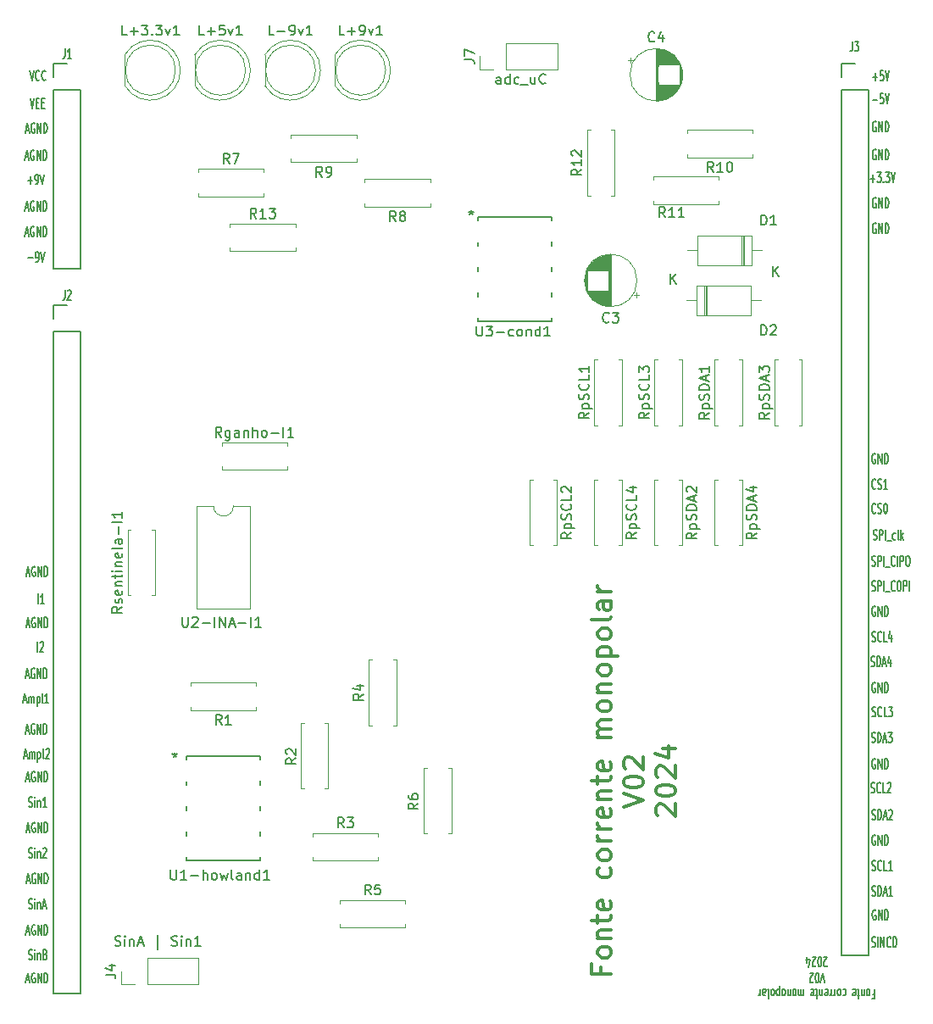
<source format=gto>
G04 #@! TF.GenerationSoftware,KiCad,Pcbnew,7.0.11-7.0.11~ubuntu22.04.1*
G04 #@! TF.CreationDate,2024-05-31T20:38:24-03:00*
G04 #@! TF.ProjectId,Fonte_corrente_mono_V02,466f6e74-655f-4636-9f72-72656e74655f,v02*
G04 #@! TF.SameCoordinates,Original*
G04 #@! TF.FileFunction,Legend,Top*
G04 #@! TF.FilePolarity,Positive*
%FSLAX46Y46*%
G04 Gerber Fmt 4.6, Leading zero omitted, Abs format (unit mm)*
G04 Created by KiCad (PCBNEW 7.0.11-7.0.11~ubuntu22.04.1) date 2024-05-31 20:38:24*
%MOMM*%
%LPD*%
G01*
G04 APERTURE LIST*
%ADD10C,0.150000*%
%ADD11C,0.300000*%
%ADD12C,0.120000*%
%ADD13C,0.152400*%
%ADD14O,1.600000X2.000000*%
%ADD15R,1.600000X2.000000*%
%ADD16O,2.000000X1.600000*%
%ADD17C,1.600000*%
%ADD18O,1.600000X1.600000*%
%ADD19R,1.800000X1.800000*%
%ADD20C,1.800000*%
%ADD21R,2.500000X1.800000*%
%ADD22O,2.500000X1.800000*%
%ADD23R,2.000000X1.600000*%
%ADD24R,2.200000X2.200000*%
G04 APERTURE END LIST*
D10*
X104061499Y-97271090D02*
X104061499Y-96271090D01*
X104661498Y-97271090D02*
X104318641Y-97271090D01*
X104490070Y-97271090D02*
X104490070Y-96271090D01*
X104490070Y-96271090D02*
X104432927Y-96413947D01*
X104432927Y-96413947D02*
X104375784Y-96509185D01*
X104375784Y-96509185D02*
X104318641Y-96556804D01*
X187706526Y-105189404D02*
X187649384Y-105141785D01*
X187649384Y-105141785D02*
X187563669Y-105141785D01*
X187563669Y-105141785D02*
X187477955Y-105189404D01*
X187477955Y-105189404D02*
X187420812Y-105284642D01*
X187420812Y-105284642D02*
X187392241Y-105379880D01*
X187392241Y-105379880D02*
X187363669Y-105570356D01*
X187363669Y-105570356D02*
X187363669Y-105713213D01*
X187363669Y-105713213D02*
X187392241Y-105903689D01*
X187392241Y-105903689D02*
X187420812Y-105998927D01*
X187420812Y-105998927D02*
X187477955Y-106094166D01*
X187477955Y-106094166D02*
X187563669Y-106141785D01*
X187563669Y-106141785D02*
X187620812Y-106141785D01*
X187620812Y-106141785D02*
X187706526Y-106094166D01*
X187706526Y-106094166D02*
X187735098Y-106046546D01*
X187735098Y-106046546D02*
X187735098Y-105713213D01*
X187735098Y-105713213D02*
X187620812Y-105713213D01*
X187992241Y-106141785D02*
X187992241Y-105141785D01*
X187992241Y-105141785D02*
X188335098Y-106141785D01*
X188335098Y-106141785D02*
X188335098Y-105141785D01*
X188620812Y-106141785D02*
X188620812Y-105141785D01*
X188620812Y-105141785D02*
X188763669Y-105141785D01*
X188763669Y-105141785D02*
X188849383Y-105189404D01*
X188849383Y-105189404D02*
X188906526Y-105284642D01*
X188906526Y-105284642D02*
X188935097Y-105379880D01*
X188935097Y-105379880D02*
X188963669Y-105570356D01*
X188963669Y-105570356D02*
X188963669Y-105713213D01*
X188963669Y-105713213D02*
X188935097Y-105903689D01*
X188935097Y-105903689D02*
X188906526Y-105998927D01*
X188906526Y-105998927D02*
X188849383Y-106094166D01*
X188849383Y-106094166D02*
X188763669Y-106141785D01*
X188763669Y-106141785D02*
X188620812Y-106141785D01*
X102882017Y-99376866D02*
X103167732Y-99376866D01*
X102824874Y-99662581D02*
X103024874Y-98662581D01*
X103024874Y-98662581D02*
X103224874Y-99662581D01*
X103739160Y-98710200D02*
X103682018Y-98662581D01*
X103682018Y-98662581D02*
X103596303Y-98662581D01*
X103596303Y-98662581D02*
X103510589Y-98710200D01*
X103510589Y-98710200D02*
X103453446Y-98805438D01*
X103453446Y-98805438D02*
X103424875Y-98900676D01*
X103424875Y-98900676D02*
X103396303Y-99091152D01*
X103396303Y-99091152D02*
X103396303Y-99234009D01*
X103396303Y-99234009D02*
X103424875Y-99424485D01*
X103424875Y-99424485D02*
X103453446Y-99519723D01*
X103453446Y-99519723D02*
X103510589Y-99614962D01*
X103510589Y-99614962D02*
X103596303Y-99662581D01*
X103596303Y-99662581D02*
X103653446Y-99662581D01*
X103653446Y-99662581D02*
X103739160Y-99614962D01*
X103739160Y-99614962D02*
X103767732Y-99567342D01*
X103767732Y-99567342D02*
X103767732Y-99234009D01*
X103767732Y-99234009D02*
X103653446Y-99234009D01*
X104024875Y-99662581D02*
X104024875Y-98662581D01*
X104024875Y-98662581D02*
X104367732Y-99662581D01*
X104367732Y-99662581D02*
X104367732Y-98662581D01*
X104653446Y-99662581D02*
X104653446Y-98662581D01*
X104653446Y-98662581D02*
X104796303Y-98662581D01*
X104796303Y-98662581D02*
X104882017Y-98710200D01*
X104882017Y-98710200D02*
X104939160Y-98805438D01*
X104939160Y-98805438D02*
X104967731Y-98900676D01*
X104967731Y-98900676D02*
X104996303Y-99091152D01*
X104996303Y-99091152D02*
X104996303Y-99234009D01*
X104996303Y-99234009D02*
X104967731Y-99424485D01*
X104967731Y-99424485D02*
X104939160Y-99519723D01*
X104939160Y-99519723D02*
X104882017Y-99614962D01*
X104882017Y-99614962D02*
X104796303Y-99662581D01*
X104796303Y-99662581D02*
X104653446Y-99662581D01*
X103232244Y-44025977D02*
X103432244Y-45025977D01*
X103432244Y-45025977D02*
X103632244Y-44025977D01*
X104175102Y-44930738D02*
X104146530Y-44978358D01*
X104146530Y-44978358D02*
X104060816Y-45025977D01*
X104060816Y-45025977D02*
X104003673Y-45025977D01*
X104003673Y-45025977D02*
X103917959Y-44978358D01*
X103917959Y-44978358D02*
X103860816Y-44883119D01*
X103860816Y-44883119D02*
X103832245Y-44787881D01*
X103832245Y-44787881D02*
X103803673Y-44597405D01*
X103803673Y-44597405D02*
X103803673Y-44454548D01*
X103803673Y-44454548D02*
X103832245Y-44264072D01*
X103832245Y-44264072D02*
X103860816Y-44168834D01*
X103860816Y-44168834D02*
X103917959Y-44073596D01*
X103917959Y-44073596D02*
X104003673Y-44025977D01*
X104003673Y-44025977D02*
X104060816Y-44025977D01*
X104060816Y-44025977D02*
X104146530Y-44073596D01*
X104146530Y-44073596D02*
X104175102Y-44121215D01*
X104775102Y-44930738D02*
X104746530Y-44978358D01*
X104746530Y-44978358D02*
X104660816Y-45025977D01*
X104660816Y-45025977D02*
X104603673Y-45025977D01*
X104603673Y-45025977D02*
X104517959Y-44978358D01*
X104517959Y-44978358D02*
X104460816Y-44883119D01*
X104460816Y-44883119D02*
X104432245Y-44787881D01*
X104432245Y-44787881D02*
X104403673Y-44597405D01*
X104403673Y-44597405D02*
X104403673Y-44454548D01*
X104403673Y-44454548D02*
X104432245Y-44264072D01*
X104432245Y-44264072D02*
X104460816Y-44168834D01*
X104460816Y-44168834D02*
X104517959Y-44073596D01*
X104517959Y-44073596D02*
X104603673Y-44025977D01*
X104603673Y-44025977D02*
X104660816Y-44025977D01*
X104660816Y-44025977D02*
X104746530Y-44073596D01*
X104746530Y-44073596D02*
X104775102Y-44121215D01*
X150265350Y-45369819D02*
X150265350Y-44846009D01*
X150265350Y-44846009D02*
X150217731Y-44750771D01*
X150217731Y-44750771D02*
X150122493Y-44703152D01*
X150122493Y-44703152D02*
X149932017Y-44703152D01*
X149932017Y-44703152D02*
X149836779Y-44750771D01*
X150265350Y-45322200D02*
X150170112Y-45369819D01*
X150170112Y-45369819D02*
X149932017Y-45369819D01*
X149932017Y-45369819D02*
X149836779Y-45322200D01*
X149836779Y-45322200D02*
X149789160Y-45226961D01*
X149789160Y-45226961D02*
X149789160Y-45131723D01*
X149789160Y-45131723D02*
X149836779Y-45036485D01*
X149836779Y-45036485D02*
X149932017Y-44988866D01*
X149932017Y-44988866D02*
X150170112Y-44988866D01*
X150170112Y-44988866D02*
X150265350Y-44941247D01*
X151170112Y-45369819D02*
X151170112Y-44369819D01*
X151170112Y-45322200D02*
X151074874Y-45369819D01*
X151074874Y-45369819D02*
X150884398Y-45369819D01*
X150884398Y-45369819D02*
X150789160Y-45322200D01*
X150789160Y-45322200D02*
X150741541Y-45274580D01*
X150741541Y-45274580D02*
X150693922Y-45179342D01*
X150693922Y-45179342D02*
X150693922Y-44893628D01*
X150693922Y-44893628D02*
X150741541Y-44798390D01*
X150741541Y-44798390D02*
X150789160Y-44750771D01*
X150789160Y-44750771D02*
X150884398Y-44703152D01*
X150884398Y-44703152D02*
X151074874Y-44703152D01*
X151074874Y-44703152D02*
X151170112Y-44750771D01*
X152074874Y-45322200D02*
X151979636Y-45369819D01*
X151979636Y-45369819D02*
X151789160Y-45369819D01*
X151789160Y-45369819D02*
X151693922Y-45322200D01*
X151693922Y-45322200D02*
X151646303Y-45274580D01*
X151646303Y-45274580D02*
X151598684Y-45179342D01*
X151598684Y-45179342D02*
X151598684Y-44893628D01*
X151598684Y-44893628D02*
X151646303Y-44798390D01*
X151646303Y-44798390D02*
X151693922Y-44750771D01*
X151693922Y-44750771D02*
X151789160Y-44703152D01*
X151789160Y-44703152D02*
X151979636Y-44703152D01*
X151979636Y-44703152D02*
X152074874Y-44750771D01*
X152265351Y-45465057D02*
X153027255Y-45465057D01*
X153693922Y-44703152D02*
X153693922Y-45369819D01*
X153265351Y-44703152D02*
X153265351Y-45226961D01*
X153265351Y-45226961D02*
X153312970Y-45322200D01*
X153312970Y-45322200D02*
X153408208Y-45369819D01*
X153408208Y-45369819D02*
X153551065Y-45369819D01*
X153551065Y-45369819D02*
X153646303Y-45322200D01*
X153646303Y-45322200D02*
X153693922Y-45274580D01*
X154741541Y-45274580D02*
X154693922Y-45322200D01*
X154693922Y-45322200D02*
X154551065Y-45369819D01*
X154551065Y-45369819D02*
X154455827Y-45369819D01*
X154455827Y-45369819D02*
X154312970Y-45322200D01*
X154312970Y-45322200D02*
X154217732Y-45226961D01*
X154217732Y-45226961D02*
X154170113Y-45131723D01*
X154170113Y-45131723D02*
X154122494Y-44941247D01*
X154122494Y-44941247D02*
X154122494Y-44798390D01*
X154122494Y-44798390D02*
X154170113Y-44607914D01*
X154170113Y-44607914D02*
X154217732Y-44512676D01*
X154217732Y-44512676D02*
X154312970Y-44417438D01*
X154312970Y-44417438D02*
X154455827Y-44369819D01*
X154455827Y-44369819D02*
X154551065Y-44369819D01*
X154551065Y-44369819D02*
X154693922Y-44417438D01*
X154693922Y-44417438D02*
X154741541Y-44465057D01*
X187354000Y-95961200D02*
X187439715Y-96008819D01*
X187439715Y-96008819D02*
X187582572Y-96008819D01*
X187582572Y-96008819D02*
X187639715Y-95961200D01*
X187639715Y-95961200D02*
X187668286Y-95913580D01*
X187668286Y-95913580D02*
X187696857Y-95818342D01*
X187696857Y-95818342D02*
X187696857Y-95723104D01*
X187696857Y-95723104D02*
X187668286Y-95627866D01*
X187668286Y-95627866D02*
X187639715Y-95580247D01*
X187639715Y-95580247D02*
X187582572Y-95532628D01*
X187582572Y-95532628D02*
X187468286Y-95485009D01*
X187468286Y-95485009D02*
X187411143Y-95437390D01*
X187411143Y-95437390D02*
X187382572Y-95389771D01*
X187382572Y-95389771D02*
X187354000Y-95294533D01*
X187354000Y-95294533D02*
X187354000Y-95199295D01*
X187354000Y-95199295D02*
X187382572Y-95104057D01*
X187382572Y-95104057D02*
X187411143Y-95056438D01*
X187411143Y-95056438D02*
X187468286Y-95008819D01*
X187468286Y-95008819D02*
X187611143Y-95008819D01*
X187611143Y-95008819D02*
X187696857Y-95056438D01*
X187954001Y-96008819D02*
X187954001Y-95008819D01*
X187954001Y-95008819D02*
X188182572Y-95008819D01*
X188182572Y-95008819D02*
X188239715Y-95056438D01*
X188239715Y-95056438D02*
X188268286Y-95104057D01*
X188268286Y-95104057D02*
X188296858Y-95199295D01*
X188296858Y-95199295D02*
X188296858Y-95342152D01*
X188296858Y-95342152D02*
X188268286Y-95437390D01*
X188268286Y-95437390D02*
X188239715Y-95485009D01*
X188239715Y-95485009D02*
X188182572Y-95532628D01*
X188182572Y-95532628D02*
X187954001Y-95532628D01*
X188554001Y-96008819D02*
X188554001Y-95008819D01*
X188696858Y-96104057D02*
X189154000Y-96104057D01*
X189639715Y-95913580D02*
X189611143Y-95961200D01*
X189611143Y-95961200D02*
X189525429Y-96008819D01*
X189525429Y-96008819D02*
X189468286Y-96008819D01*
X189468286Y-96008819D02*
X189382572Y-95961200D01*
X189382572Y-95961200D02*
X189325429Y-95865961D01*
X189325429Y-95865961D02*
X189296858Y-95770723D01*
X189296858Y-95770723D02*
X189268286Y-95580247D01*
X189268286Y-95580247D02*
X189268286Y-95437390D01*
X189268286Y-95437390D02*
X189296858Y-95246914D01*
X189296858Y-95246914D02*
X189325429Y-95151676D01*
X189325429Y-95151676D02*
X189382572Y-95056438D01*
X189382572Y-95056438D02*
X189468286Y-95008819D01*
X189468286Y-95008819D02*
X189525429Y-95008819D01*
X189525429Y-95008819D02*
X189611143Y-95056438D01*
X189611143Y-95056438D02*
X189639715Y-95104057D01*
X190011143Y-95008819D02*
X190125429Y-95008819D01*
X190125429Y-95008819D02*
X190182572Y-95056438D01*
X190182572Y-95056438D02*
X190239715Y-95151676D01*
X190239715Y-95151676D02*
X190268286Y-95342152D01*
X190268286Y-95342152D02*
X190268286Y-95675485D01*
X190268286Y-95675485D02*
X190239715Y-95865961D01*
X190239715Y-95865961D02*
X190182572Y-95961200D01*
X190182572Y-95961200D02*
X190125429Y-96008819D01*
X190125429Y-96008819D02*
X190011143Y-96008819D01*
X190011143Y-96008819D02*
X189954001Y-95961200D01*
X189954001Y-95961200D02*
X189896858Y-95865961D01*
X189896858Y-95865961D02*
X189868286Y-95675485D01*
X189868286Y-95675485D02*
X189868286Y-95342152D01*
X189868286Y-95342152D02*
X189896858Y-95151676D01*
X189896858Y-95151676D02*
X189954001Y-95056438D01*
X189954001Y-95056438D02*
X190011143Y-95008819D01*
X190525429Y-96008819D02*
X190525429Y-95008819D01*
X190525429Y-95008819D02*
X190754000Y-95008819D01*
X190754000Y-95008819D02*
X190811143Y-95056438D01*
X190811143Y-95056438D02*
X190839714Y-95104057D01*
X190839714Y-95104057D02*
X190868286Y-95199295D01*
X190868286Y-95199295D02*
X190868286Y-95342152D01*
X190868286Y-95342152D02*
X190839714Y-95437390D01*
X190839714Y-95437390D02*
X190811143Y-95485009D01*
X190811143Y-95485009D02*
X190754000Y-95532628D01*
X190754000Y-95532628D02*
X190525429Y-95532628D01*
X191125429Y-96008819D02*
X191125429Y-95008819D01*
X187765644Y-49177696D02*
X187708502Y-49130077D01*
X187708502Y-49130077D02*
X187622787Y-49130077D01*
X187622787Y-49130077D02*
X187537073Y-49177696D01*
X187537073Y-49177696D02*
X187479930Y-49272934D01*
X187479930Y-49272934D02*
X187451359Y-49368172D01*
X187451359Y-49368172D02*
X187422787Y-49558648D01*
X187422787Y-49558648D02*
X187422787Y-49701505D01*
X187422787Y-49701505D02*
X187451359Y-49891981D01*
X187451359Y-49891981D02*
X187479930Y-49987219D01*
X187479930Y-49987219D02*
X187537073Y-50082458D01*
X187537073Y-50082458D02*
X187622787Y-50130077D01*
X187622787Y-50130077D02*
X187679930Y-50130077D01*
X187679930Y-50130077D02*
X187765644Y-50082458D01*
X187765644Y-50082458D02*
X187794216Y-50034838D01*
X187794216Y-50034838D02*
X187794216Y-49701505D01*
X187794216Y-49701505D02*
X187679930Y-49701505D01*
X188051359Y-50130077D02*
X188051359Y-49130077D01*
X188051359Y-49130077D02*
X188394216Y-50130077D01*
X188394216Y-50130077D02*
X188394216Y-49130077D01*
X188679930Y-50130077D02*
X188679930Y-49130077D01*
X188679930Y-49130077D02*
X188822787Y-49130077D01*
X188822787Y-49130077D02*
X188908501Y-49177696D01*
X188908501Y-49177696D02*
X188965644Y-49272934D01*
X188965644Y-49272934D02*
X188994215Y-49368172D01*
X188994215Y-49368172D02*
X189022787Y-49558648D01*
X189022787Y-49558648D02*
X189022787Y-49701505D01*
X189022787Y-49701505D02*
X188994215Y-49891981D01*
X188994215Y-49891981D02*
X188965644Y-49987219D01*
X188965644Y-49987219D02*
X188908501Y-50082458D01*
X188908501Y-50082458D02*
X188822787Y-50130077D01*
X188822787Y-50130077D02*
X188679930Y-50130077D01*
X102881895Y-119845222D02*
X103167610Y-119845222D01*
X102824752Y-120130937D02*
X103024752Y-119130937D01*
X103024752Y-119130937D02*
X103224752Y-120130937D01*
X103739038Y-119178556D02*
X103681896Y-119130937D01*
X103681896Y-119130937D02*
X103596181Y-119130937D01*
X103596181Y-119130937D02*
X103510467Y-119178556D01*
X103510467Y-119178556D02*
X103453324Y-119273794D01*
X103453324Y-119273794D02*
X103424753Y-119369032D01*
X103424753Y-119369032D02*
X103396181Y-119559508D01*
X103396181Y-119559508D02*
X103396181Y-119702365D01*
X103396181Y-119702365D02*
X103424753Y-119892841D01*
X103424753Y-119892841D02*
X103453324Y-119988079D01*
X103453324Y-119988079D02*
X103510467Y-120083318D01*
X103510467Y-120083318D02*
X103596181Y-120130937D01*
X103596181Y-120130937D02*
X103653324Y-120130937D01*
X103653324Y-120130937D02*
X103739038Y-120083318D01*
X103739038Y-120083318D02*
X103767610Y-120035698D01*
X103767610Y-120035698D02*
X103767610Y-119702365D01*
X103767610Y-119702365D02*
X103653324Y-119702365D01*
X104024753Y-120130937D02*
X104024753Y-119130937D01*
X104024753Y-119130937D02*
X104367610Y-120130937D01*
X104367610Y-120130937D02*
X104367610Y-119130937D01*
X104653324Y-120130937D02*
X104653324Y-119130937D01*
X104653324Y-119130937D02*
X104796181Y-119130937D01*
X104796181Y-119130937D02*
X104881895Y-119178556D01*
X104881895Y-119178556D02*
X104939038Y-119273794D01*
X104939038Y-119273794D02*
X104967609Y-119369032D01*
X104967609Y-119369032D02*
X104996181Y-119559508D01*
X104996181Y-119559508D02*
X104996181Y-119702365D01*
X104996181Y-119702365D02*
X104967609Y-119892841D01*
X104967609Y-119892841D02*
X104939038Y-119988079D01*
X104939038Y-119988079D02*
X104881895Y-120083318D01*
X104881895Y-120083318D02*
X104796181Y-120130937D01*
X104796181Y-120130937D02*
X104653324Y-120130937D01*
X187717626Y-127906691D02*
X187660484Y-127859072D01*
X187660484Y-127859072D02*
X187574769Y-127859072D01*
X187574769Y-127859072D02*
X187489055Y-127906691D01*
X187489055Y-127906691D02*
X187431912Y-128001929D01*
X187431912Y-128001929D02*
X187403341Y-128097167D01*
X187403341Y-128097167D02*
X187374769Y-128287643D01*
X187374769Y-128287643D02*
X187374769Y-128430500D01*
X187374769Y-128430500D02*
X187403341Y-128620976D01*
X187403341Y-128620976D02*
X187431912Y-128716214D01*
X187431912Y-128716214D02*
X187489055Y-128811453D01*
X187489055Y-128811453D02*
X187574769Y-128859072D01*
X187574769Y-128859072D02*
X187631912Y-128859072D01*
X187631912Y-128859072D02*
X187717626Y-128811453D01*
X187717626Y-128811453D02*
X187746198Y-128763833D01*
X187746198Y-128763833D02*
X187746198Y-128430500D01*
X187746198Y-128430500D02*
X187631912Y-128430500D01*
X188003341Y-128859072D02*
X188003341Y-127859072D01*
X188003341Y-127859072D02*
X188346198Y-128859072D01*
X188346198Y-128859072D02*
X188346198Y-127859072D01*
X188631912Y-128859072D02*
X188631912Y-127859072D01*
X188631912Y-127859072D02*
X188774769Y-127859072D01*
X188774769Y-127859072D02*
X188860483Y-127906691D01*
X188860483Y-127906691D02*
X188917626Y-128001929D01*
X188917626Y-128001929D02*
X188946197Y-128097167D01*
X188946197Y-128097167D02*
X188974769Y-128287643D01*
X188974769Y-128287643D02*
X188974769Y-128430500D01*
X188974769Y-128430500D02*
X188946197Y-128620976D01*
X188946197Y-128620976D02*
X188917626Y-128716214D01*
X188917626Y-128716214D02*
X188860483Y-128811453D01*
X188860483Y-128811453D02*
X188774769Y-128859072D01*
X188774769Y-128859072D02*
X188631912Y-128859072D01*
D11*
X160252019Y-133571429D02*
X160252019Y-134238096D01*
X161299638Y-134238096D02*
X159299638Y-134238096D01*
X159299638Y-134238096D02*
X159299638Y-133285715D01*
X161299638Y-132238096D02*
X161204400Y-132428572D01*
X161204400Y-132428572D02*
X161109161Y-132523810D01*
X161109161Y-132523810D02*
X160918685Y-132619048D01*
X160918685Y-132619048D02*
X160347257Y-132619048D01*
X160347257Y-132619048D02*
X160156780Y-132523810D01*
X160156780Y-132523810D02*
X160061542Y-132428572D01*
X160061542Y-132428572D02*
X159966304Y-132238096D01*
X159966304Y-132238096D02*
X159966304Y-131952381D01*
X159966304Y-131952381D02*
X160061542Y-131761905D01*
X160061542Y-131761905D02*
X160156780Y-131666667D01*
X160156780Y-131666667D02*
X160347257Y-131571429D01*
X160347257Y-131571429D02*
X160918685Y-131571429D01*
X160918685Y-131571429D02*
X161109161Y-131666667D01*
X161109161Y-131666667D02*
X161204400Y-131761905D01*
X161204400Y-131761905D02*
X161299638Y-131952381D01*
X161299638Y-131952381D02*
X161299638Y-132238096D01*
X159966304Y-130714286D02*
X161299638Y-130714286D01*
X160156780Y-130714286D02*
X160061542Y-130619048D01*
X160061542Y-130619048D02*
X159966304Y-130428572D01*
X159966304Y-130428572D02*
X159966304Y-130142857D01*
X159966304Y-130142857D02*
X160061542Y-129952381D01*
X160061542Y-129952381D02*
X160252019Y-129857143D01*
X160252019Y-129857143D02*
X161299638Y-129857143D01*
X159966304Y-129190476D02*
X159966304Y-128428572D01*
X159299638Y-128904762D02*
X161013923Y-128904762D01*
X161013923Y-128904762D02*
X161204400Y-128809524D01*
X161204400Y-128809524D02*
X161299638Y-128619048D01*
X161299638Y-128619048D02*
X161299638Y-128428572D01*
X161204400Y-127000000D02*
X161299638Y-127190476D01*
X161299638Y-127190476D02*
X161299638Y-127571429D01*
X161299638Y-127571429D02*
X161204400Y-127761905D01*
X161204400Y-127761905D02*
X161013923Y-127857143D01*
X161013923Y-127857143D02*
X160252019Y-127857143D01*
X160252019Y-127857143D02*
X160061542Y-127761905D01*
X160061542Y-127761905D02*
X159966304Y-127571429D01*
X159966304Y-127571429D02*
X159966304Y-127190476D01*
X159966304Y-127190476D02*
X160061542Y-127000000D01*
X160061542Y-127000000D02*
X160252019Y-126904762D01*
X160252019Y-126904762D02*
X160442495Y-126904762D01*
X160442495Y-126904762D02*
X160632971Y-127857143D01*
X161204400Y-123666666D02*
X161299638Y-123857142D01*
X161299638Y-123857142D02*
X161299638Y-124238095D01*
X161299638Y-124238095D02*
X161204400Y-124428571D01*
X161204400Y-124428571D02*
X161109161Y-124523809D01*
X161109161Y-124523809D02*
X160918685Y-124619047D01*
X160918685Y-124619047D02*
X160347257Y-124619047D01*
X160347257Y-124619047D02*
X160156780Y-124523809D01*
X160156780Y-124523809D02*
X160061542Y-124428571D01*
X160061542Y-124428571D02*
X159966304Y-124238095D01*
X159966304Y-124238095D02*
X159966304Y-123857142D01*
X159966304Y-123857142D02*
X160061542Y-123666666D01*
X161299638Y-122523809D02*
X161204400Y-122714285D01*
X161204400Y-122714285D02*
X161109161Y-122809523D01*
X161109161Y-122809523D02*
X160918685Y-122904761D01*
X160918685Y-122904761D02*
X160347257Y-122904761D01*
X160347257Y-122904761D02*
X160156780Y-122809523D01*
X160156780Y-122809523D02*
X160061542Y-122714285D01*
X160061542Y-122714285D02*
X159966304Y-122523809D01*
X159966304Y-122523809D02*
X159966304Y-122238094D01*
X159966304Y-122238094D02*
X160061542Y-122047618D01*
X160061542Y-122047618D02*
X160156780Y-121952380D01*
X160156780Y-121952380D02*
X160347257Y-121857142D01*
X160347257Y-121857142D02*
X160918685Y-121857142D01*
X160918685Y-121857142D02*
X161109161Y-121952380D01*
X161109161Y-121952380D02*
X161204400Y-122047618D01*
X161204400Y-122047618D02*
X161299638Y-122238094D01*
X161299638Y-122238094D02*
X161299638Y-122523809D01*
X161299638Y-120999999D02*
X159966304Y-120999999D01*
X160347257Y-120999999D02*
X160156780Y-120904761D01*
X160156780Y-120904761D02*
X160061542Y-120809523D01*
X160061542Y-120809523D02*
X159966304Y-120619047D01*
X159966304Y-120619047D02*
X159966304Y-120428570D01*
X161299638Y-119761904D02*
X159966304Y-119761904D01*
X160347257Y-119761904D02*
X160156780Y-119666666D01*
X160156780Y-119666666D02*
X160061542Y-119571428D01*
X160061542Y-119571428D02*
X159966304Y-119380952D01*
X159966304Y-119380952D02*
X159966304Y-119190475D01*
X161204400Y-117761904D02*
X161299638Y-117952380D01*
X161299638Y-117952380D02*
X161299638Y-118333333D01*
X161299638Y-118333333D02*
X161204400Y-118523809D01*
X161204400Y-118523809D02*
X161013923Y-118619047D01*
X161013923Y-118619047D02*
X160252019Y-118619047D01*
X160252019Y-118619047D02*
X160061542Y-118523809D01*
X160061542Y-118523809D02*
X159966304Y-118333333D01*
X159966304Y-118333333D02*
X159966304Y-117952380D01*
X159966304Y-117952380D02*
X160061542Y-117761904D01*
X160061542Y-117761904D02*
X160252019Y-117666666D01*
X160252019Y-117666666D02*
X160442495Y-117666666D01*
X160442495Y-117666666D02*
X160632971Y-118619047D01*
X159966304Y-116809523D02*
X161299638Y-116809523D01*
X160156780Y-116809523D02*
X160061542Y-116714285D01*
X160061542Y-116714285D02*
X159966304Y-116523809D01*
X159966304Y-116523809D02*
X159966304Y-116238094D01*
X159966304Y-116238094D02*
X160061542Y-116047618D01*
X160061542Y-116047618D02*
X160252019Y-115952380D01*
X160252019Y-115952380D02*
X161299638Y-115952380D01*
X159966304Y-115285713D02*
X159966304Y-114523809D01*
X159299638Y-114999999D02*
X161013923Y-114999999D01*
X161013923Y-114999999D02*
X161204400Y-114904761D01*
X161204400Y-114904761D02*
X161299638Y-114714285D01*
X161299638Y-114714285D02*
X161299638Y-114523809D01*
X161204400Y-113095237D02*
X161299638Y-113285713D01*
X161299638Y-113285713D02*
X161299638Y-113666666D01*
X161299638Y-113666666D02*
X161204400Y-113857142D01*
X161204400Y-113857142D02*
X161013923Y-113952380D01*
X161013923Y-113952380D02*
X160252019Y-113952380D01*
X160252019Y-113952380D02*
X160061542Y-113857142D01*
X160061542Y-113857142D02*
X159966304Y-113666666D01*
X159966304Y-113666666D02*
X159966304Y-113285713D01*
X159966304Y-113285713D02*
X160061542Y-113095237D01*
X160061542Y-113095237D02*
X160252019Y-112999999D01*
X160252019Y-112999999D02*
X160442495Y-112999999D01*
X160442495Y-112999999D02*
X160632971Y-113952380D01*
X161299638Y-110619046D02*
X159966304Y-110619046D01*
X160156780Y-110619046D02*
X160061542Y-110523808D01*
X160061542Y-110523808D02*
X159966304Y-110333332D01*
X159966304Y-110333332D02*
X159966304Y-110047617D01*
X159966304Y-110047617D02*
X160061542Y-109857141D01*
X160061542Y-109857141D02*
X160252019Y-109761903D01*
X160252019Y-109761903D02*
X161299638Y-109761903D01*
X160252019Y-109761903D02*
X160061542Y-109666665D01*
X160061542Y-109666665D02*
X159966304Y-109476189D01*
X159966304Y-109476189D02*
X159966304Y-109190475D01*
X159966304Y-109190475D02*
X160061542Y-108999998D01*
X160061542Y-108999998D02*
X160252019Y-108904760D01*
X160252019Y-108904760D02*
X161299638Y-108904760D01*
X161299638Y-107666665D02*
X161204400Y-107857141D01*
X161204400Y-107857141D02*
X161109161Y-107952379D01*
X161109161Y-107952379D02*
X160918685Y-108047617D01*
X160918685Y-108047617D02*
X160347257Y-108047617D01*
X160347257Y-108047617D02*
X160156780Y-107952379D01*
X160156780Y-107952379D02*
X160061542Y-107857141D01*
X160061542Y-107857141D02*
X159966304Y-107666665D01*
X159966304Y-107666665D02*
X159966304Y-107380950D01*
X159966304Y-107380950D02*
X160061542Y-107190474D01*
X160061542Y-107190474D02*
X160156780Y-107095236D01*
X160156780Y-107095236D02*
X160347257Y-106999998D01*
X160347257Y-106999998D02*
X160918685Y-106999998D01*
X160918685Y-106999998D02*
X161109161Y-107095236D01*
X161109161Y-107095236D02*
X161204400Y-107190474D01*
X161204400Y-107190474D02*
X161299638Y-107380950D01*
X161299638Y-107380950D02*
X161299638Y-107666665D01*
X159966304Y-106142855D02*
X161299638Y-106142855D01*
X160156780Y-106142855D02*
X160061542Y-106047617D01*
X160061542Y-106047617D02*
X159966304Y-105857141D01*
X159966304Y-105857141D02*
X159966304Y-105571426D01*
X159966304Y-105571426D02*
X160061542Y-105380950D01*
X160061542Y-105380950D02*
X160252019Y-105285712D01*
X160252019Y-105285712D02*
X161299638Y-105285712D01*
X161299638Y-104047617D02*
X161204400Y-104238093D01*
X161204400Y-104238093D02*
X161109161Y-104333331D01*
X161109161Y-104333331D02*
X160918685Y-104428569D01*
X160918685Y-104428569D02*
X160347257Y-104428569D01*
X160347257Y-104428569D02*
X160156780Y-104333331D01*
X160156780Y-104333331D02*
X160061542Y-104238093D01*
X160061542Y-104238093D02*
X159966304Y-104047617D01*
X159966304Y-104047617D02*
X159966304Y-103761902D01*
X159966304Y-103761902D02*
X160061542Y-103571426D01*
X160061542Y-103571426D02*
X160156780Y-103476188D01*
X160156780Y-103476188D02*
X160347257Y-103380950D01*
X160347257Y-103380950D02*
X160918685Y-103380950D01*
X160918685Y-103380950D02*
X161109161Y-103476188D01*
X161109161Y-103476188D02*
X161204400Y-103571426D01*
X161204400Y-103571426D02*
X161299638Y-103761902D01*
X161299638Y-103761902D02*
X161299638Y-104047617D01*
X159966304Y-102523807D02*
X161966304Y-102523807D01*
X160061542Y-102523807D02*
X159966304Y-102333331D01*
X159966304Y-102333331D02*
X159966304Y-101952378D01*
X159966304Y-101952378D02*
X160061542Y-101761902D01*
X160061542Y-101761902D02*
X160156780Y-101666664D01*
X160156780Y-101666664D02*
X160347257Y-101571426D01*
X160347257Y-101571426D02*
X160918685Y-101571426D01*
X160918685Y-101571426D02*
X161109161Y-101666664D01*
X161109161Y-101666664D02*
X161204400Y-101761902D01*
X161204400Y-101761902D02*
X161299638Y-101952378D01*
X161299638Y-101952378D02*
X161299638Y-102333331D01*
X161299638Y-102333331D02*
X161204400Y-102523807D01*
X161299638Y-100428569D02*
X161204400Y-100619045D01*
X161204400Y-100619045D02*
X161109161Y-100714283D01*
X161109161Y-100714283D02*
X160918685Y-100809521D01*
X160918685Y-100809521D02*
X160347257Y-100809521D01*
X160347257Y-100809521D02*
X160156780Y-100714283D01*
X160156780Y-100714283D02*
X160061542Y-100619045D01*
X160061542Y-100619045D02*
X159966304Y-100428569D01*
X159966304Y-100428569D02*
X159966304Y-100142854D01*
X159966304Y-100142854D02*
X160061542Y-99952378D01*
X160061542Y-99952378D02*
X160156780Y-99857140D01*
X160156780Y-99857140D02*
X160347257Y-99761902D01*
X160347257Y-99761902D02*
X160918685Y-99761902D01*
X160918685Y-99761902D02*
X161109161Y-99857140D01*
X161109161Y-99857140D02*
X161204400Y-99952378D01*
X161204400Y-99952378D02*
X161299638Y-100142854D01*
X161299638Y-100142854D02*
X161299638Y-100428569D01*
X161299638Y-98619045D02*
X161204400Y-98809521D01*
X161204400Y-98809521D02*
X161013923Y-98904759D01*
X161013923Y-98904759D02*
X159299638Y-98904759D01*
X161299638Y-96999997D02*
X160252019Y-96999997D01*
X160252019Y-96999997D02*
X160061542Y-97095235D01*
X160061542Y-97095235D02*
X159966304Y-97285711D01*
X159966304Y-97285711D02*
X159966304Y-97666664D01*
X159966304Y-97666664D02*
X160061542Y-97857140D01*
X161204400Y-96999997D02*
X161299638Y-97190473D01*
X161299638Y-97190473D02*
X161299638Y-97666664D01*
X161299638Y-97666664D02*
X161204400Y-97857140D01*
X161204400Y-97857140D02*
X161013923Y-97952378D01*
X161013923Y-97952378D02*
X160823447Y-97952378D01*
X160823447Y-97952378D02*
X160632971Y-97857140D01*
X160632971Y-97857140D02*
X160537733Y-97666664D01*
X160537733Y-97666664D02*
X160537733Y-97190473D01*
X160537733Y-97190473D02*
X160442495Y-96999997D01*
X161299638Y-96047616D02*
X159966304Y-96047616D01*
X160347257Y-96047616D02*
X160156780Y-95952378D01*
X160156780Y-95952378D02*
X160061542Y-95857140D01*
X160061542Y-95857140D02*
X159966304Y-95666664D01*
X159966304Y-95666664D02*
X159966304Y-95476187D01*
X162519638Y-117571428D02*
X164519638Y-116904762D01*
X164519638Y-116904762D02*
X162519638Y-116238095D01*
X162519638Y-115190476D02*
X162519638Y-114999999D01*
X162519638Y-114999999D02*
X162614876Y-114809523D01*
X162614876Y-114809523D02*
X162710114Y-114714285D01*
X162710114Y-114714285D02*
X162900590Y-114619047D01*
X162900590Y-114619047D02*
X163281542Y-114523809D01*
X163281542Y-114523809D02*
X163757733Y-114523809D01*
X163757733Y-114523809D02*
X164138685Y-114619047D01*
X164138685Y-114619047D02*
X164329161Y-114714285D01*
X164329161Y-114714285D02*
X164424400Y-114809523D01*
X164424400Y-114809523D02*
X164519638Y-114999999D01*
X164519638Y-114999999D02*
X164519638Y-115190476D01*
X164519638Y-115190476D02*
X164424400Y-115380952D01*
X164424400Y-115380952D02*
X164329161Y-115476190D01*
X164329161Y-115476190D02*
X164138685Y-115571428D01*
X164138685Y-115571428D02*
X163757733Y-115666666D01*
X163757733Y-115666666D02*
X163281542Y-115666666D01*
X163281542Y-115666666D02*
X162900590Y-115571428D01*
X162900590Y-115571428D02*
X162710114Y-115476190D01*
X162710114Y-115476190D02*
X162614876Y-115380952D01*
X162614876Y-115380952D02*
X162519638Y-115190476D01*
X162710114Y-113761904D02*
X162614876Y-113666666D01*
X162614876Y-113666666D02*
X162519638Y-113476190D01*
X162519638Y-113476190D02*
X162519638Y-112999999D01*
X162519638Y-112999999D02*
X162614876Y-112809523D01*
X162614876Y-112809523D02*
X162710114Y-112714285D01*
X162710114Y-112714285D02*
X162900590Y-112619047D01*
X162900590Y-112619047D02*
X163091066Y-112619047D01*
X163091066Y-112619047D02*
X163376780Y-112714285D01*
X163376780Y-112714285D02*
X164519638Y-113857142D01*
X164519638Y-113857142D02*
X164519638Y-112619047D01*
X165930114Y-118428571D02*
X165834876Y-118333333D01*
X165834876Y-118333333D02*
X165739638Y-118142857D01*
X165739638Y-118142857D02*
X165739638Y-117666666D01*
X165739638Y-117666666D02*
X165834876Y-117476190D01*
X165834876Y-117476190D02*
X165930114Y-117380952D01*
X165930114Y-117380952D02*
X166120590Y-117285714D01*
X166120590Y-117285714D02*
X166311066Y-117285714D01*
X166311066Y-117285714D02*
X166596780Y-117380952D01*
X166596780Y-117380952D02*
X167739638Y-118523809D01*
X167739638Y-118523809D02*
X167739638Y-117285714D01*
X165739638Y-116047619D02*
X165739638Y-115857142D01*
X165739638Y-115857142D02*
X165834876Y-115666666D01*
X165834876Y-115666666D02*
X165930114Y-115571428D01*
X165930114Y-115571428D02*
X166120590Y-115476190D01*
X166120590Y-115476190D02*
X166501542Y-115380952D01*
X166501542Y-115380952D02*
X166977733Y-115380952D01*
X166977733Y-115380952D02*
X167358685Y-115476190D01*
X167358685Y-115476190D02*
X167549161Y-115571428D01*
X167549161Y-115571428D02*
X167644400Y-115666666D01*
X167644400Y-115666666D02*
X167739638Y-115857142D01*
X167739638Y-115857142D02*
X167739638Y-116047619D01*
X167739638Y-116047619D02*
X167644400Y-116238095D01*
X167644400Y-116238095D02*
X167549161Y-116333333D01*
X167549161Y-116333333D02*
X167358685Y-116428571D01*
X167358685Y-116428571D02*
X166977733Y-116523809D01*
X166977733Y-116523809D02*
X166501542Y-116523809D01*
X166501542Y-116523809D02*
X166120590Y-116428571D01*
X166120590Y-116428571D02*
X165930114Y-116333333D01*
X165930114Y-116333333D02*
X165834876Y-116238095D01*
X165834876Y-116238095D02*
X165739638Y-116047619D01*
X165930114Y-114619047D02*
X165834876Y-114523809D01*
X165834876Y-114523809D02*
X165739638Y-114333333D01*
X165739638Y-114333333D02*
X165739638Y-113857142D01*
X165739638Y-113857142D02*
X165834876Y-113666666D01*
X165834876Y-113666666D02*
X165930114Y-113571428D01*
X165930114Y-113571428D02*
X166120590Y-113476190D01*
X166120590Y-113476190D02*
X166311066Y-113476190D01*
X166311066Y-113476190D02*
X166596780Y-113571428D01*
X166596780Y-113571428D02*
X167739638Y-114714285D01*
X167739638Y-114714285D02*
X167739638Y-113476190D01*
X166406304Y-111761904D02*
X167739638Y-111761904D01*
X165644400Y-112238095D02*
X167072971Y-112714285D01*
X167072971Y-112714285D02*
X167072971Y-111476190D01*
D10*
X102781387Y-60311262D02*
X103067102Y-60311262D01*
X102724244Y-60596977D02*
X102924244Y-59596977D01*
X102924244Y-59596977D02*
X103124244Y-60596977D01*
X103638530Y-59644596D02*
X103581388Y-59596977D01*
X103581388Y-59596977D02*
X103495673Y-59596977D01*
X103495673Y-59596977D02*
X103409959Y-59644596D01*
X103409959Y-59644596D02*
X103352816Y-59739834D01*
X103352816Y-59739834D02*
X103324245Y-59835072D01*
X103324245Y-59835072D02*
X103295673Y-60025548D01*
X103295673Y-60025548D02*
X103295673Y-60168405D01*
X103295673Y-60168405D02*
X103324245Y-60358881D01*
X103324245Y-60358881D02*
X103352816Y-60454119D01*
X103352816Y-60454119D02*
X103409959Y-60549358D01*
X103409959Y-60549358D02*
X103495673Y-60596977D01*
X103495673Y-60596977D02*
X103552816Y-60596977D01*
X103552816Y-60596977D02*
X103638530Y-60549358D01*
X103638530Y-60549358D02*
X103667102Y-60501738D01*
X103667102Y-60501738D02*
X103667102Y-60168405D01*
X103667102Y-60168405D02*
X103552816Y-60168405D01*
X103924245Y-60596977D02*
X103924245Y-59596977D01*
X103924245Y-59596977D02*
X104267102Y-60596977D01*
X104267102Y-60596977D02*
X104267102Y-59596977D01*
X104552816Y-60596977D02*
X104552816Y-59596977D01*
X104552816Y-59596977D02*
X104695673Y-59596977D01*
X104695673Y-59596977D02*
X104781387Y-59644596D01*
X104781387Y-59644596D02*
X104838530Y-59739834D01*
X104838530Y-59739834D02*
X104867101Y-59835072D01*
X104867101Y-59835072D02*
X104895673Y-60025548D01*
X104895673Y-60025548D02*
X104895673Y-60168405D01*
X104895673Y-60168405D02*
X104867101Y-60358881D01*
X104867101Y-60358881D02*
X104838530Y-60454119D01*
X104838530Y-60454119D02*
X104781387Y-60549358D01*
X104781387Y-60549358D02*
X104695673Y-60596977D01*
X104695673Y-60596977D02*
X104552816Y-60596977D01*
X187451359Y-44669124D02*
X187908502Y-44669124D01*
X187679930Y-45050077D02*
X187679930Y-44288172D01*
X188479930Y-44050077D02*
X188194216Y-44050077D01*
X188194216Y-44050077D02*
X188165644Y-44526267D01*
X188165644Y-44526267D02*
X188194216Y-44478648D01*
X188194216Y-44478648D02*
X188251359Y-44431029D01*
X188251359Y-44431029D02*
X188394216Y-44431029D01*
X188394216Y-44431029D02*
X188451359Y-44478648D01*
X188451359Y-44478648D02*
X188479930Y-44526267D01*
X188479930Y-44526267D02*
X188508501Y-44621505D01*
X188508501Y-44621505D02*
X188508501Y-44859600D01*
X188508501Y-44859600D02*
X188479930Y-44954838D01*
X188479930Y-44954838D02*
X188451359Y-45002458D01*
X188451359Y-45002458D02*
X188394216Y-45050077D01*
X188394216Y-45050077D02*
X188251359Y-45050077D01*
X188251359Y-45050077D02*
X188194216Y-45002458D01*
X188194216Y-45002458D02*
X188165644Y-44954838D01*
X188679930Y-44050077D02*
X188879930Y-45050077D01*
X188879930Y-45050077D02*
X189079930Y-44050077D01*
X187363669Y-118794166D02*
X187449384Y-118841785D01*
X187449384Y-118841785D02*
X187592241Y-118841785D01*
X187592241Y-118841785D02*
X187649384Y-118794166D01*
X187649384Y-118794166D02*
X187677955Y-118746546D01*
X187677955Y-118746546D02*
X187706526Y-118651308D01*
X187706526Y-118651308D02*
X187706526Y-118556070D01*
X187706526Y-118556070D02*
X187677955Y-118460832D01*
X187677955Y-118460832D02*
X187649384Y-118413213D01*
X187649384Y-118413213D02*
X187592241Y-118365594D01*
X187592241Y-118365594D02*
X187477955Y-118317975D01*
X187477955Y-118317975D02*
X187420812Y-118270356D01*
X187420812Y-118270356D02*
X187392241Y-118222737D01*
X187392241Y-118222737D02*
X187363669Y-118127499D01*
X187363669Y-118127499D02*
X187363669Y-118032261D01*
X187363669Y-118032261D02*
X187392241Y-117937023D01*
X187392241Y-117937023D02*
X187420812Y-117889404D01*
X187420812Y-117889404D02*
X187477955Y-117841785D01*
X187477955Y-117841785D02*
X187620812Y-117841785D01*
X187620812Y-117841785D02*
X187706526Y-117889404D01*
X187963670Y-118841785D02*
X187963670Y-117841785D01*
X187963670Y-117841785D02*
X188106527Y-117841785D01*
X188106527Y-117841785D02*
X188192241Y-117889404D01*
X188192241Y-117889404D02*
X188249384Y-117984642D01*
X188249384Y-117984642D02*
X188277955Y-118079880D01*
X188277955Y-118079880D02*
X188306527Y-118270356D01*
X188306527Y-118270356D02*
X188306527Y-118413213D01*
X188306527Y-118413213D02*
X188277955Y-118603689D01*
X188277955Y-118603689D02*
X188249384Y-118698927D01*
X188249384Y-118698927D02*
X188192241Y-118794166D01*
X188192241Y-118794166D02*
X188106527Y-118841785D01*
X188106527Y-118841785D02*
X187963670Y-118841785D01*
X188535098Y-118556070D02*
X188820813Y-118556070D01*
X188477955Y-118841785D02*
X188677955Y-117841785D01*
X188677955Y-117841785D02*
X188877955Y-118841785D01*
X189049384Y-117937023D02*
X189077956Y-117889404D01*
X189077956Y-117889404D02*
X189135099Y-117841785D01*
X189135099Y-117841785D02*
X189277956Y-117841785D01*
X189277956Y-117841785D02*
X189335099Y-117889404D01*
X189335099Y-117889404D02*
X189363670Y-117937023D01*
X189363670Y-117937023D02*
X189392241Y-118032261D01*
X189392241Y-118032261D02*
X189392241Y-118127499D01*
X189392241Y-118127499D02*
X189363670Y-118270356D01*
X189363670Y-118270356D02*
X189020813Y-118841785D01*
X189020813Y-118841785D02*
X189392241Y-118841785D01*
X102822426Y-109996283D02*
X103108141Y-109996283D01*
X102765283Y-110281998D02*
X102965283Y-109281998D01*
X102965283Y-109281998D02*
X103165283Y-110281998D01*
X103679569Y-109329617D02*
X103622427Y-109281998D01*
X103622427Y-109281998D02*
X103536712Y-109281998D01*
X103536712Y-109281998D02*
X103450998Y-109329617D01*
X103450998Y-109329617D02*
X103393855Y-109424855D01*
X103393855Y-109424855D02*
X103365284Y-109520093D01*
X103365284Y-109520093D02*
X103336712Y-109710569D01*
X103336712Y-109710569D02*
X103336712Y-109853426D01*
X103336712Y-109853426D02*
X103365284Y-110043902D01*
X103365284Y-110043902D02*
X103393855Y-110139140D01*
X103393855Y-110139140D02*
X103450998Y-110234379D01*
X103450998Y-110234379D02*
X103536712Y-110281998D01*
X103536712Y-110281998D02*
X103593855Y-110281998D01*
X103593855Y-110281998D02*
X103679569Y-110234379D01*
X103679569Y-110234379D02*
X103708141Y-110186759D01*
X103708141Y-110186759D02*
X103708141Y-109853426D01*
X103708141Y-109853426D02*
X103593855Y-109853426D01*
X103965284Y-110281998D02*
X103965284Y-109281998D01*
X103965284Y-109281998D02*
X104308141Y-110281998D01*
X104308141Y-110281998D02*
X104308141Y-109281998D01*
X104593855Y-110281998D02*
X104593855Y-109281998D01*
X104593855Y-109281998D02*
X104736712Y-109281998D01*
X104736712Y-109281998D02*
X104822426Y-109329617D01*
X104822426Y-109329617D02*
X104879569Y-109424855D01*
X104879569Y-109424855D02*
X104908140Y-109520093D01*
X104908140Y-109520093D02*
X104936712Y-109710569D01*
X104936712Y-109710569D02*
X104936712Y-109853426D01*
X104936712Y-109853426D02*
X104908140Y-110043902D01*
X104908140Y-110043902D02*
X104879569Y-110139140D01*
X104879569Y-110139140D02*
X104822426Y-110234379D01*
X104822426Y-110234379D02*
X104736712Y-110281998D01*
X104736712Y-110281998D02*
X104593855Y-110281998D01*
X103025681Y-55007244D02*
X103482824Y-55007244D01*
X103254252Y-55388197D02*
X103254252Y-54626292D01*
X103797109Y-55388197D02*
X103911395Y-55388197D01*
X103911395Y-55388197D02*
X103968538Y-55340578D01*
X103968538Y-55340578D02*
X103997109Y-55292958D01*
X103997109Y-55292958D02*
X104054252Y-55150101D01*
X104054252Y-55150101D02*
X104082823Y-54959625D01*
X104082823Y-54959625D02*
X104082823Y-54578673D01*
X104082823Y-54578673D02*
X104054252Y-54483435D01*
X104054252Y-54483435D02*
X104025681Y-54435816D01*
X104025681Y-54435816D02*
X103968538Y-54388197D01*
X103968538Y-54388197D02*
X103854252Y-54388197D01*
X103854252Y-54388197D02*
X103797109Y-54435816D01*
X103797109Y-54435816D02*
X103768538Y-54483435D01*
X103768538Y-54483435D02*
X103739966Y-54578673D01*
X103739966Y-54578673D02*
X103739966Y-54816768D01*
X103739966Y-54816768D02*
X103768538Y-54912006D01*
X103768538Y-54912006D02*
X103797109Y-54959625D01*
X103797109Y-54959625D02*
X103854252Y-55007244D01*
X103854252Y-55007244D02*
X103968538Y-55007244D01*
X103968538Y-55007244D02*
X104025681Y-54959625D01*
X104025681Y-54959625D02*
X104054252Y-54912006D01*
X104054252Y-54912006D02*
X104082823Y-54816768D01*
X104254252Y-54388197D02*
X104454252Y-55388197D01*
X104454252Y-55388197D02*
X104654252Y-54388197D01*
X103119924Y-132783319D02*
X103205639Y-132830938D01*
X103205639Y-132830938D02*
X103348496Y-132830938D01*
X103348496Y-132830938D02*
X103405639Y-132783319D01*
X103405639Y-132783319D02*
X103434210Y-132735699D01*
X103434210Y-132735699D02*
X103462781Y-132640461D01*
X103462781Y-132640461D02*
X103462781Y-132545223D01*
X103462781Y-132545223D02*
X103434210Y-132449985D01*
X103434210Y-132449985D02*
X103405639Y-132402366D01*
X103405639Y-132402366D02*
X103348496Y-132354747D01*
X103348496Y-132354747D02*
X103234210Y-132307128D01*
X103234210Y-132307128D02*
X103177067Y-132259509D01*
X103177067Y-132259509D02*
X103148496Y-132211890D01*
X103148496Y-132211890D02*
X103119924Y-132116652D01*
X103119924Y-132116652D02*
X103119924Y-132021414D01*
X103119924Y-132021414D02*
X103148496Y-131926176D01*
X103148496Y-131926176D02*
X103177067Y-131878557D01*
X103177067Y-131878557D02*
X103234210Y-131830938D01*
X103234210Y-131830938D02*
X103377067Y-131830938D01*
X103377067Y-131830938D02*
X103462781Y-131878557D01*
X103719925Y-132830938D02*
X103719925Y-132164271D01*
X103719925Y-131830938D02*
X103691353Y-131878557D01*
X103691353Y-131878557D02*
X103719925Y-131926176D01*
X103719925Y-131926176D02*
X103748496Y-131878557D01*
X103748496Y-131878557D02*
X103719925Y-131830938D01*
X103719925Y-131830938D02*
X103719925Y-131926176D01*
X104005639Y-132164271D02*
X104005639Y-132830938D01*
X104005639Y-132259509D02*
X104034210Y-132211890D01*
X104034210Y-132211890D02*
X104091353Y-132164271D01*
X104091353Y-132164271D02*
X104177067Y-132164271D01*
X104177067Y-132164271D02*
X104234210Y-132211890D01*
X104234210Y-132211890D02*
X104262782Y-132307128D01*
X104262782Y-132307128D02*
X104262782Y-132830938D01*
X104748496Y-132307128D02*
X104834210Y-132354747D01*
X104834210Y-132354747D02*
X104862781Y-132402366D01*
X104862781Y-132402366D02*
X104891353Y-132497604D01*
X104891353Y-132497604D02*
X104891353Y-132640461D01*
X104891353Y-132640461D02*
X104862781Y-132735699D01*
X104862781Y-132735699D02*
X104834210Y-132783319D01*
X104834210Y-132783319D02*
X104777067Y-132830938D01*
X104777067Y-132830938D02*
X104548496Y-132830938D01*
X104548496Y-132830938D02*
X104548496Y-131830938D01*
X104548496Y-131830938D02*
X104748496Y-131830938D01*
X104748496Y-131830938D02*
X104805639Y-131878557D01*
X104805639Y-131878557D02*
X104834210Y-131926176D01*
X104834210Y-131926176D02*
X104862781Y-132021414D01*
X104862781Y-132021414D02*
X104862781Y-132116652D01*
X104862781Y-132116652D02*
X104834210Y-132211890D01*
X104834210Y-132211890D02*
X104805639Y-132259509D01*
X104805639Y-132259509D02*
X104748496Y-132307128D01*
X104748496Y-132307128D02*
X104548496Y-132307128D01*
X187197359Y-54829124D02*
X187654502Y-54829124D01*
X187425930Y-55210077D02*
X187425930Y-54448172D01*
X187883073Y-54210077D02*
X188254501Y-54210077D01*
X188254501Y-54210077D02*
X188054501Y-54591029D01*
X188054501Y-54591029D02*
X188140216Y-54591029D01*
X188140216Y-54591029D02*
X188197359Y-54638648D01*
X188197359Y-54638648D02*
X188225930Y-54686267D01*
X188225930Y-54686267D02*
X188254501Y-54781505D01*
X188254501Y-54781505D02*
X188254501Y-55019600D01*
X188254501Y-55019600D02*
X188225930Y-55114838D01*
X188225930Y-55114838D02*
X188197359Y-55162458D01*
X188197359Y-55162458D02*
X188140216Y-55210077D01*
X188140216Y-55210077D02*
X187968787Y-55210077D01*
X187968787Y-55210077D02*
X187911644Y-55162458D01*
X187911644Y-55162458D02*
X187883073Y-55114838D01*
X188511645Y-55114838D02*
X188540216Y-55162458D01*
X188540216Y-55162458D02*
X188511645Y-55210077D01*
X188511645Y-55210077D02*
X188483073Y-55162458D01*
X188483073Y-55162458D02*
X188511645Y-55114838D01*
X188511645Y-55114838D02*
X188511645Y-55210077D01*
X188740216Y-54210077D02*
X189111644Y-54210077D01*
X189111644Y-54210077D02*
X188911644Y-54591029D01*
X188911644Y-54591029D02*
X188997359Y-54591029D01*
X188997359Y-54591029D02*
X189054502Y-54638648D01*
X189054502Y-54638648D02*
X189083073Y-54686267D01*
X189083073Y-54686267D02*
X189111644Y-54781505D01*
X189111644Y-54781505D02*
X189111644Y-55019600D01*
X189111644Y-55019600D02*
X189083073Y-55114838D01*
X189083073Y-55114838D02*
X189054502Y-55162458D01*
X189054502Y-55162458D02*
X188997359Y-55210077D01*
X188997359Y-55210077D02*
X188825930Y-55210077D01*
X188825930Y-55210077D02*
X188768787Y-55162458D01*
X188768787Y-55162458D02*
X188740216Y-55114838D01*
X189283073Y-54210077D02*
X189483073Y-55210077D01*
X189483073Y-55210077D02*
X189683073Y-54210077D01*
X187425428Y-136277990D02*
X187625428Y-136277990D01*
X187625428Y-135754180D02*
X187625428Y-136754180D01*
X187625428Y-136754180D02*
X187339714Y-136754180D01*
X187025428Y-135754180D02*
X187082571Y-135801800D01*
X187082571Y-135801800D02*
X187111142Y-135849419D01*
X187111142Y-135849419D02*
X187139714Y-135944657D01*
X187139714Y-135944657D02*
X187139714Y-136230371D01*
X187139714Y-136230371D02*
X187111142Y-136325609D01*
X187111142Y-136325609D02*
X187082571Y-136373228D01*
X187082571Y-136373228D02*
X187025428Y-136420847D01*
X187025428Y-136420847D02*
X186939714Y-136420847D01*
X186939714Y-136420847D02*
X186882571Y-136373228D01*
X186882571Y-136373228D02*
X186854000Y-136325609D01*
X186854000Y-136325609D02*
X186825428Y-136230371D01*
X186825428Y-136230371D02*
X186825428Y-135944657D01*
X186825428Y-135944657D02*
X186854000Y-135849419D01*
X186854000Y-135849419D02*
X186882571Y-135801800D01*
X186882571Y-135801800D02*
X186939714Y-135754180D01*
X186939714Y-135754180D02*
X187025428Y-135754180D01*
X186568285Y-136420847D02*
X186568285Y-135754180D01*
X186568285Y-136325609D02*
X186539714Y-136373228D01*
X186539714Y-136373228D02*
X186482571Y-136420847D01*
X186482571Y-136420847D02*
X186396857Y-136420847D01*
X186396857Y-136420847D02*
X186339714Y-136373228D01*
X186339714Y-136373228D02*
X186311143Y-136277990D01*
X186311143Y-136277990D02*
X186311143Y-135754180D01*
X186111143Y-136420847D02*
X185882571Y-136420847D01*
X186025428Y-136754180D02*
X186025428Y-135897038D01*
X186025428Y-135897038D02*
X185996857Y-135801800D01*
X185996857Y-135801800D02*
X185939714Y-135754180D01*
X185939714Y-135754180D02*
X185882571Y-135754180D01*
X185454000Y-135801800D02*
X185511143Y-135754180D01*
X185511143Y-135754180D02*
X185625429Y-135754180D01*
X185625429Y-135754180D02*
X185682571Y-135801800D01*
X185682571Y-135801800D02*
X185711143Y-135897038D01*
X185711143Y-135897038D02*
X185711143Y-136277990D01*
X185711143Y-136277990D02*
X185682571Y-136373228D01*
X185682571Y-136373228D02*
X185625429Y-136420847D01*
X185625429Y-136420847D02*
X185511143Y-136420847D01*
X185511143Y-136420847D02*
X185454000Y-136373228D01*
X185454000Y-136373228D02*
X185425429Y-136277990D01*
X185425429Y-136277990D02*
X185425429Y-136182752D01*
X185425429Y-136182752D02*
X185711143Y-136087514D01*
X184454000Y-135801800D02*
X184511142Y-135754180D01*
X184511142Y-135754180D02*
X184625428Y-135754180D01*
X184625428Y-135754180D02*
X184682571Y-135801800D01*
X184682571Y-135801800D02*
X184711142Y-135849419D01*
X184711142Y-135849419D02*
X184739714Y-135944657D01*
X184739714Y-135944657D02*
X184739714Y-136230371D01*
X184739714Y-136230371D02*
X184711142Y-136325609D01*
X184711142Y-136325609D02*
X184682571Y-136373228D01*
X184682571Y-136373228D02*
X184625428Y-136420847D01*
X184625428Y-136420847D02*
X184511142Y-136420847D01*
X184511142Y-136420847D02*
X184454000Y-136373228D01*
X184111142Y-135754180D02*
X184168285Y-135801800D01*
X184168285Y-135801800D02*
X184196856Y-135849419D01*
X184196856Y-135849419D02*
X184225428Y-135944657D01*
X184225428Y-135944657D02*
X184225428Y-136230371D01*
X184225428Y-136230371D02*
X184196856Y-136325609D01*
X184196856Y-136325609D02*
X184168285Y-136373228D01*
X184168285Y-136373228D02*
X184111142Y-136420847D01*
X184111142Y-136420847D02*
X184025428Y-136420847D01*
X184025428Y-136420847D02*
X183968285Y-136373228D01*
X183968285Y-136373228D02*
X183939714Y-136325609D01*
X183939714Y-136325609D02*
X183911142Y-136230371D01*
X183911142Y-136230371D02*
X183911142Y-135944657D01*
X183911142Y-135944657D02*
X183939714Y-135849419D01*
X183939714Y-135849419D02*
X183968285Y-135801800D01*
X183968285Y-135801800D02*
X184025428Y-135754180D01*
X184025428Y-135754180D02*
X184111142Y-135754180D01*
X183653999Y-135754180D02*
X183653999Y-136420847D01*
X183653999Y-136230371D02*
X183625428Y-136325609D01*
X183625428Y-136325609D02*
X183596857Y-136373228D01*
X183596857Y-136373228D02*
X183539714Y-136420847D01*
X183539714Y-136420847D02*
X183482571Y-136420847D01*
X183282570Y-135754180D02*
X183282570Y-136420847D01*
X183282570Y-136230371D02*
X183253999Y-136325609D01*
X183253999Y-136325609D02*
X183225428Y-136373228D01*
X183225428Y-136373228D02*
X183168285Y-136420847D01*
X183168285Y-136420847D02*
X183111142Y-136420847D01*
X182682570Y-135801800D02*
X182739713Y-135754180D01*
X182739713Y-135754180D02*
X182853999Y-135754180D01*
X182853999Y-135754180D02*
X182911141Y-135801800D01*
X182911141Y-135801800D02*
X182939713Y-135897038D01*
X182939713Y-135897038D02*
X182939713Y-136277990D01*
X182939713Y-136277990D02*
X182911141Y-136373228D01*
X182911141Y-136373228D02*
X182853999Y-136420847D01*
X182853999Y-136420847D02*
X182739713Y-136420847D01*
X182739713Y-136420847D02*
X182682570Y-136373228D01*
X182682570Y-136373228D02*
X182653999Y-136277990D01*
X182653999Y-136277990D02*
X182653999Y-136182752D01*
X182653999Y-136182752D02*
X182939713Y-136087514D01*
X182396855Y-136420847D02*
X182396855Y-135754180D01*
X182396855Y-136325609D02*
X182368284Y-136373228D01*
X182368284Y-136373228D02*
X182311141Y-136420847D01*
X182311141Y-136420847D02*
X182225427Y-136420847D01*
X182225427Y-136420847D02*
X182168284Y-136373228D01*
X182168284Y-136373228D02*
X182139713Y-136277990D01*
X182139713Y-136277990D02*
X182139713Y-135754180D01*
X181939713Y-136420847D02*
X181711141Y-136420847D01*
X181853998Y-136754180D02*
X181853998Y-135897038D01*
X181853998Y-135897038D02*
X181825427Y-135801800D01*
X181825427Y-135801800D02*
X181768284Y-135754180D01*
X181768284Y-135754180D02*
X181711141Y-135754180D01*
X181282570Y-135801800D02*
X181339713Y-135754180D01*
X181339713Y-135754180D02*
X181453999Y-135754180D01*
X181453999Y-135754180D02*
X181511141Y-135801800D01*
X181511141Y-135801800D02*
X181539713Y-135897038D01*
X181539713Y-135897038D02*
X181539713Y-136277990D01*
X181539713Y-136277990D02*
X181511141Y-136373228D01*
X181511141Y-136373228D02*
X181453999Y-136420847D01*
X181453999Y-136420847D02*
X181339713Y-136420847D01*
X181339713Y-136420847D02*
X181282570Y-136373228D01*
X181282570Y-136373228D02*
X181253999Y-136277990D01*
X181253999Y-136277990D02*
X181253999Y-136182752D01*
X181253999Y-136182752D02*
X181539713Y-136087514D01*
X180539712Y-135754180D02*
X180539712Y-136420847D01*
X180539712Y-136325609D02*
X180511141Y-136373228D01*
X180511141Y-136373228D02*
X180453998Y-136420847D01*
X180453998Y-136420847D02*
X180368284Y-136420847D01*
X180368284Y-136420847D02*
X180311141Y-136373228D01*
X180311141Y-136373228D02*
X180282570Y-136277990D01*
X180282570Y-136277990D02*
X180282570Y-135754180D01*
X180282570Y-136277990D02*
X180253998Y-136373228D01*
X180253998Y-136373228D02*
X180196855Y-136420847D01*
X180196855Y-136420847D02*
X180111141Y-136420847D01*
X180111141Y-136420847D02*
X180053998Y-136373228D01*
X180053998Y-136373228D02*
X180025427Y-136277990D01*
X180025427Y-136277990D02*
X180025427Y-135754180D01*
X179653998Y-135754180D02*
X179711141Y-135801800D01*
X179711141Y-135801800D02*
X179739712Y-135849419D01*
X179739712Y-135849419D02*
X179768284Y-135944657D01*
X179768284Y-135944657D02*
X179768284Y-136230371D01*
X179768284Y-136230371D02*
X179739712Y-136325609D01*
X179739712Y-136325609D02*
X179711141Y-136373228D01*
X179711141Y-136373228D02*
X179653998Y-136420847D01*
X179653998Y-136420847D02*
X179568284Y-136420847D01*
X179568284Y-136420847D02*
X179511141Y-136373228D01*
X179511141Y-136373228D02*
X179482570Y-136325609D01*
X179482570Y-136325609D02*
X179453998Y-136230371D01*
X179453998Y-136230371D02*
X179453998Y-135944657D01*
X179453998Y-135944657D02*
X179482570Y-135849419D01*
X179482570Y-135849419D02*
X179511141Y-135801800D01*
X179511141Y-135801800D02*
X179568284Y-135754180D01*
X179568284Y-135754180D02*
X179653998Y-135754180D01*
X179196855Y-136420847D02*
X179196855Y-135754180D01*
X179196855Y-136325609D02*
X179168284Y-136373228D01*
X179168284Y-136373228D02*
X179111141Y-136420847D01*
X179111141Y-136420847D02*
X179025427Y-136420847D01*
X179025427Y-136420847D02*
X178968284Y-136373228D01*
X178968284Y-136373228D02*
X178939713Y-136277990D01*
X178939713Y-136277990D02*
X178939713Y-135754180D01*
X178568284Y-135754180D02*
X178625427Y-135801800D01*
X178625427Y-135801800D02*
X178653998Y-135849419D01*
X178653998Y-135849419D02*
X178682570Y-135944657D01*
X178682570Y-135944657D02*
X178682570Y-136230371D01*
X178682570Y-136230371D02*
X178653998Y-136325609D01*
X178653998Y-136325609D02*
X178625427Y-136373228D01*
X178625427Y-136373228D02*
X178568284Y-136420847D01*
X178568284Y-136420847D02*
X178482570Y-136420847D01*
X178482570Y-136420847D02*
X178425427Y-136373228D01*
X178425427Y-136373228D02*
X178396856Y-136325609D01*
X178396856Y-136325609D02*
X178368284Y-136230371D01*
X178368284Y-136230371D02*
X178368284Y-135944657D01*
X178368284Y-135944657D02*
X178396856Y-135849419D01*
X178396856Y-135849419D02*
X178425427Y-135801800D01*
X178425427Y-135801800D02*
X178482570Y-135754180D01*
X178482570Y-135754180D02*
X178568284Y-135754180D01*
X178111141Y-136420847D02*
X178111141Y-135420847D01*
X178111141Y-136373228D02*
X178053999Y-136420847D01*
X178053999Y-136420847D02*
X177939713Y-136420847D01*
X177939713Y-136420847D02*
X177882570Y-136373228D01*
X177882570Y-136373228D02*
X177853999Y-136325609D01*
X177853999Y-136325609D02*
X177825427Y-136230371D01*
X177825427Y-136230371D02*
X177825427Y-135944657D01*
X177825427Y-135944657D02*
X177853999Y-135849419D01*
X177853999Y-135849419D02*
X177882570Y-135801800D01*
X177882570Y-135801800D02*
X177939713Y-135754180D01*
X177939713Y-135754180D02*
X178053999Y-135754180D01*
X178053999Y-135754180D02*
X178111141Y-135801800D01*
X177482570Y-135754180D02*
X177539713Y-135801800D01*
X177539713Y-135801800D02*
X177568284Y-135849419D01*
X177568284Y-135849419D02*
X177596856Y-135944657D01*
X177596856Y-135944657D02*
X177596856Y-136230371D01*
X177596856Y-136230371D02*
X177568284Y-136325609D01*
X177568284Y-136325609D02*
X177539713Y-136373228D01*
X177539713Y-136373228D02*
X177482570Y-136420847D01*
X177482570Y-136420847D02*
X177396856Y-136420847D01*
X177396856Y-136420847D02*
X177339713Y-136373228D01*
X177339713Y-136373228D02*
X177311142Y-136325609D01*
X177311142Y-136325609D02*
X177282570Y-136230371D01*
X177282570Y-136230371D02*
X177282570Y-135944657D01*
X177282570Y-135944657D02*
X177311142Y-135849419D01*
X177311142Y-135849419D02*
X177339713Y-135801800D01*
X177339713Y-135801800D02*
X177396856Y-135754180D01*
X177396856Y-135754180D02*
X177482570Y-135754180D01*
X176939713Y-135754180D02*
X176996856Y-135801800D01*
X176996856Y-135801800D02*
X177025427Y-135897038D01*
X177025427Y-135897038D02*
X177025427Y-136754180D01*
X176453999Y-135754180D02*
X176453999Y-136277990D01*
X176453999Y-136277990D02*
X176482570Y-136373228D01*
X176482570Y-136373228D02*
X176539713Y-136420847D01*
X176539713Y-136420847D02*
X176653999Y-136420847D01*
X176653999Y-136420847D02*
X176711141Y-136373228D01*
X176453999Y-135801800D02*
X176511141Y-135754180D01*
X176511141Y-135754180D02*
X176653999Y-135754180D01*
X176653999Y-135754180D02*
X176711141Y-135801800D01*
X176711141Y-135801800D02*
X176739713Y-135897038D01*
X176739713Y-135897038D02*
X176739713Y-135992276D01*
X176739713Y-135992276D02*
X176711141Y-136087514D01*
X176711141Y-136087514D02*
X176653999Y-136135133D01*
X176653999Y-136135133D02*
X176511141Y-136135133D01*
X176511141Y-136135133D02*
X176453999Y-136182752D01*
X176168284Y-135754180D02*
X176168284Y-136420847D01*
X176168284Y-136230371D02*
X176139713Y-136325609D01*
X176139713Y-136325609D02*
X176111142Y-136373228D01*
X176111142Y-136373228D02*
X176053999Y-136420847D01*
X176053999Y-136420847D02*
X175996856Y-136420847D01*
X182625429Y-135144180D02*
X182425429Y-134144180D01*
X182425429Y-134144180D02*
X182225429Y-135144180D01*
X181911143Y-135144180D02*
X181854000Y-135144180D01*
X181854000Y-135144180D02*
X181796857Y-135096561D01*
X181796857Y-135096561D02*
X181768286Y-135048942D01*
X181768286Y-135048942D02*
X181739714Y-134953704D01*
X181739714Y-134953704D02*
X181711143Y-134763228D01*
X181711143Y-134763228D02*
X181711143Y-134525133D01*
X181711143Y-134525133D02*
X181739714Y-134334657D01*
X181739714Y-134334657D02*
X181768286Y-134239419D01*
X181768286Y-134239419D02*
X181796857Y-134191800D01*
X181796857Y-134191800D02*
X181854000Y-134144180D01*
X181854000Y-134144180D02*
X181911143Y-134144180D01*
X181911143Y-134144180D02*
X181968286Y-134191800D01*
X181968286Y-134191800D02*
X181996857Y-134239419D01*
X181996857Y-134239419D02*
X182025428Y-134334657D01*
X182025428Y-134334657D02*
X182054000Y-134525133D01*
X182054000Y-134525133D02*
X182054000Y-134763228D01*
X182054000Y-134763228D02*
X182025428Y-134953704D01*
X182025428Y-134953704D02*
X181996857Y-135048942D01*
X181996857Y-135048942D02*
X181968286Y-135096561D01*
X181968286Y-135096561D02*
X181911143Y-135144180D01*
X181482571Y-135048942D02*
X181453999Y-135096561D01*
X181453999Y-135096561D02*
X181396857Y-135144180D01*
X181396857Y-135144180D02*
X181253999Y-135144180D01*
X181253999Y-135144180D02*
X181196857Y-135096561D01*
X181196857Y-135096561D02*
X181168285Y-135048942D01*
X181168285Y-135048942D02*
X181139714Y-134953704D01*
X181139714Y-134953704D02*
X181139714Y-134858466D01*
X181139714Y-134858466D02*
X181168285Y-134715609D01*
X181168285Y-134715609D02*
X181511142Y-134144180D01*
X181511142Y-134144180D02*
X181139714Y-134144180D01*
X182882572Y-133438942D02*
X182854000Y-133486561D01*
X182854000Y-133486561D02*
X182796858Y-133534180D01*
X182796858Y-133534180D02*
X182654000Y-133534180D01*
X182654000Y-133534180D02*
X182596858Y-133486561D01*
X182596858Y-133486561D02*
X182568286Y-133438942D01*
X182568286Y-133438942D02*
X182539715Y-133343704D01*
X182539715Y-133343704D02*
X182539715Y-133248466D01*
X182539715Y-133248466D02*
X182568286Y-133105609D01*
X182568286Y-133105609D02*
X182911143Y-132534180D01*
X182911143Y-132534180D02*
X182539715Y-132534180D01*
X182168286Y-133534180D02*
X182111143Y-133534180D01*
X182111143Y-133534180D02*
X182054000Y-133486561D01*
X182054000Y-133486561D02*
X182025429Y-133438942D01*
X182025429Y-133438942D02*
X181996857Y-133343704D01*
X181996857Y-133343704D02*
X181968286Y-133153228D01*
X181968286Y-133153228D02*
X181968286Y-132915133D01*
X181968286Y-132915133D02*
X181996857Y-132724657D01*
X181996857Y-132724657D02*
X182025429Y-132629419D01*
X182025429Y-132629419D02*
X182054000Y-132581800D01*
X182054000Y-132581800D02*
X182111143Y-132534180D01*
X182111143Y-132534180D02*
X182168286Y-132534180D01*
X182168286Y-132534180D02*
X182225429Y-132581800D01*
X182225429Y-132581800D02*
X182254000Y-132629419D01*
X182254000Y-132629419D02*
X182282571Y-132724657D01*
X182282571Y-132724657D02*
X182311143Y-132915133D01*
X182311143Y-132915133D02*
X182311143Y-133153228D01*
X182311143Y-133153228D02*
X182282571Y-133343704D01*
X182282571Y-133343704D02*
X182254000Y-133438942D01*
X182254000Y-133438942D02*
X182225429Y-133486561D01*
X182225429Y-133486561D02*
X182168286Y-133534180D01*
X181739714Y-133438942D02*
X181711142Y-133486561D01*
X181711142Y-133486561D02*
X181654000Y-133534180D01*
X181654000Y-133534180D02*
X181511142Y-133534180D01*
X181511142Y-133534180D02*
X181454000Y-133486561D01*
X181454000Y-133486561D02*
X181425428Y-133438942D01*
X181425428Y-133438942D02*
X181396857Y-133343704D01*
X181396857Y-133343704D02*
X181396857Y-133248466D01*
X181396857Y-133248466D02*
X181425428Y-133105609D01*
X181425428Y-133105609D02*
X181768285Y-132534180D01*
X181768285Y-132534180D02*
X181396857Y-132534180D01*
X180882571Y-133200847D02*
X180882571Y-132534180D01*
X181025428Y-133581800D02*
X181168285Y-132867514D01*
X181168285Y-132867514D02*
X180796856Y-132867514D01*
X187359939Y-131535295D02*
X187445654Y-131582914D01*
X187445654Y-131582914D02*
X187588511Y-131582914D01*
X187588511Y-131582914D02*
X187645654Y-131535295D01*
X187645654Y-131535295D02*
X187674225Y-131487675D01*
X187674225Y-131487675D02*
X187702796Y-131392437D01*
X187702796Y-131392437D02*
X187702796Y-131297199D01*
X187702796Y-131297199D02*
X187674225Y-131201961D01*
X187674225Y-131201961D02*
X187645654Y-131154342D01*
X187645654Y-131154342D02*
X187588511Y-131106723D01*
X187588511Y-131106723D02*
X187474225Y-131059104D01*
X187474225Y-131059104D02*
X187417082Y-131011485D01*
X187417082Y-131011485D02*
X187388511Y-130963866D01*
X187388511Y-130963866D02*
X187359939Y-130868628D01*
X187359939Y-130868628D02*
X187359939Y-130773390D01*
X187359939Y-130773390D02*
X187388511Y-130678152D01*
X187388511Y-130678152D02*
X187417082Y-130630533D01*
X187417082Y-130630533D02*
X187474225Y-130582914D01*
X187474225Y-130582914D02*
X187617082Y-130582914D01*
X187617082Y-130582914D02*
X187702796Y-130630533D01*
X187959940Y-131582914D02*
X187959940Y-130582914D01*
X188245654Y-131582914D02*
X188245654Y-130582914D01*
X188245654Y-130582914D02*
X188588511Y-131582914D01*
X188588511Y-131582914D02*
X188588511Y-130582914D01*
X189217082Y-131487675D02*
X189188510Y-131535295D01*
X189188510Y-131535295D02*
X189102796Y-131582914D01*
X189102796Y-131582914D02*
X189045653Y-131582914D01*
X189045653Y-131582914D02*
X188959939Y-131535295D01*
X188959939Y-131535295D02*
X188902796Y-131440056D01*
X188902796Y-131440056D02*
X188874225Y-131344818D01*
X188874225Y-131344818D02*
X188845653Y-131154342D01*
X188845653Y-131154342D02*
X188845653Y-131011485D01*
X188845653Y-131011485D02*
X188874225Y-130821009D01*
X188874225Y-130821009D02*
X188902796Y-130725771D01*
X188902796Y-130725771D02*
X188959939Y-130630533D01*
X188959939Y-130630533D02*
X189045653Y-130582914D01*
X189045653Y-130582914D02*
X189102796Y-130582914D01*
X189102796Y-130582914D02*
X189188510Y-130630533D01*
X189188510Y-130630533D02*
X189217082Y-130678152D01*
X189474225Y-131582914D02*
X189474225Y-130582914D01*
X189474225Y-130582914D02*
X189617082Y-130582914D01*
X189617082Y-130582914D02*
X189702796Y-130630533D01*
X189702796Y-130630533D02*
X189759939Y-130725771D01*
X189759939Y-130725771D02*
X189788510Y-130821009D01*
X189788510Y-130821009D02*
X189817082Y-131011485D01*
X189817082Y-131011485D02*
X189817082Y-131154342D01*
X189817082Y-131154342D02*
X189788510Y-131344818D01*
X189788510Y-131344818D02*
X189759939Y-131440056D01*
X189759939Y-131440056D02*
X189702796Y-131535295D01*
X189702796Y-131535295D02*
X189617082Y-131582914D01*
X189617082Y-131582914D02*
X189474225Y-131582914D01*
X187735098Y-88163580D02*
X187706526Y-88211200D01*
X187706526Y-88211200D02*
X187620812Y-88258819D01*
X187620812Y-88258819D02*
X187563669Y-88258819D01*
X187563669Y-88258819D02*
X187477955Y-88211200D01*
X187477955Y-88211200D02*
X187420812Y-88115961D01*
X187420812Y-88115961D02*
X187392241Y-88020723D01*
X187392241Y-88020723D02*
X187363669Y-87830247D01*
X187363669Y-87830247D02*
X187363669Y-87687390D01*
X187363669Y-87687390D02*
X187392241Y-87496914D01*
X187392241Y-87496914D02*
X187420812Y-87401676D01*
X187420812Y-87401676D02*
X187477955Y-87306438D01*
X187477955Y-87306438D02*
X187563669Y-87258819D01*
X187563669Y-87258819D02*
X187620812Y-87258819D01*
X187620812Y-87258819D02*
X187706526Y-87306438D01*
X187706526Y-87306438D02*
X187735098Y-87354057D01*
X187963669Y-88211200D02*
X188049384Y-88258819D01*
X188049384Y-88258819D02*
X188192241Y-88258819D01*
X188192241Y-88258819D02*
X188249384Y-88211200D01*
X188249384Y-88211200D02*
X188277955Y-88163580D01*
X188277955Y-88163580D02*
X188306526Y-88068342D01*
X188306526Y-88068342D02*
X188306526Y-87973104D01*
X188306526Y-87973104D02*
X188277955Y-87877866D01*
X188277955Y-87877866D02*
X188249384Y-87830247D01*
X188249384Y-87830247D02*
X188192241Y-87782628D01*
X188192241Y-87782628D02*
X188077955Y-87735009D01*
X188077955Y-87735009D02*
X188020812Y-87687390D01*
X188020812Y-87687390D02*
X187992241Y-87639771D01*
X187992241Y-87639771D02*
X187963669Y-87544533D01*
X187963669Y-87544533D02*
X187963669Y-87449295D01*
X187963669Y-87449295D02*
X187992241Y-87354057D01*
X187992241Y-87354057D02*
X188020812Y-87306438D01*
X188020812Y-87306438D02*
X188077955Y-87258819D01*
X188077955Y-87258819D02*
X188220812Y-87258819D01*
X188220812Y-87258819D02*
X188306526Y-87306438D01*
X188677955Y-87258819D02*
X188735098Y-87258819D01*
X188735098Y-87258819D02*
X188792241Y-87306438D01*
X188792241Y-87306438D02*
X188820813Y-87354057D01*
X188820813Y-87354057D02*
X188849384Y-87449295D01*
X188849384Y-87449295D02*
X188877955Y-87639771D01*
X188877955Y-87639771D02*
X188877955Y-87877866D01*
X188877955Y-87877866D02*
X188849384Y-88068342D01*
X188849384Y-88068342D02*
X188820813Y-88163580D01*
X188820813Y-88163580D02*
X188792241Y-88211200D01*
X188792241Y-88211200D02*
X188735098Y-88258819D01*
X188735098Y-88258819D02*
X188677955Y-88258819D01*
X188677955Y-88258819D02*
X188620813Y-88211200D01*
X188620813Y-88211200D02*
X188592241Y-88163580D01*
X188592241Y-88163580D02*
X188563670Y-88068342D01*
X188563670Y-88068342D02*
X188535098Y-87877866D01*
X188535098Y-87877866D02*
X188535098Y-87639771D01*
X188535098Y-87639771D02*
X188563670Y-87449295D01*
X188563670Y-87449295D02*
X188592241Y-87354057D01*
X188592241Y-87354057D02*
X188620813Y-87306438D01*
X188620813Y-87306438D02*
X188677955Y-87258819D01*
X187263669Y-116114166D02*
X187349384Y-116161785D01*
X187349384Y-116161785D02*
X187492241Y-116161785D01*
X187492241Y-116161785D02*
X187549384Y-116114166D01*
X187549384Y-116114166D02*
X187577955Y-116066546D01*
X187577955Y-116066546D02*
X187606526Y-115971308D01*
X187606526Y-115971308D02*
X187606526Y-115876070D01*
X187606526Y-115876070D02*
X187577955Y-115780832D01*
X187577955Y-115780832D02*
X187549384Y-115733213D01*
X187549384Y-115733213D02*
X187492241Y-115685594D01*
X187492241Y-115685594D02*
X187377955Y-115637975D01*
X187377955Y-115637975D02*
X187320812Y-115590356D01*
X187320812Y-115590356D02*
X187292241Y-115542737D01*
X187292241Y-115542737D02*
X187263669Y-115447499D01*
X187263669Y-115447499D02*
X187263669Y-115352261D01*
X187263669Y-115352261D02*
X187292241Y-115257023D01*
X187292241Y-115257023D02*
X187320812Y-115209404D01*
X187320812Y-115209404D02*
X187377955Y-115161785D01*
X187377955Y-115161785D02*
X187520812Y-115161785D01*
X187520812Y-115161785D02*
X187606526Y-115209404D01*
X188206527Y-116066546D02*
X188177955Y-116114166D01*
X188177955Y-116114166D02*
X188092241Y-116161785D01*
X188092241Y-116161785D02*
X188035098Y-116161785D01*
X188035098Y-116161785D02*
X187949384Y-116114166D01*
X187949384Y-116114166D02*
X187892241Y-116018927D01*
X187892241Y-116018927D02*
X187863670Y-115923689D01*
X187863670Y-115923689D02*
X187835098Y-115733213D01*
X187835098Y-115733213D02*
X187835098Y-115590356D01*
X187835098Y-115590356D02*
X187863670Y-115399880D01*
X187863670Y-115399880D02*
X187892241Y-115304642D01*
X187892241Y-115304642D02*
X187949384Y-115209404D01*
X187949384Y-115209404D02*
X188035098Y-115161785D01*
X188035098Y-115161785D02*
X188092241Y-115161785D01*
X188092241Y-115161785D02*
X188177955Y-115209404D01*
X188177955Y-115209404D02*
X188206527Y-115257023D01*
X188749384Y-116161785D02*
X188463670Y-116161785D01*
X188463670Y-116161785D02*
X188463670Y-115161785D01*
X188920812Y-115257023D02*
X188949384Y-115209404D01*
X188949384Y-115209404D02*
X189006527Y-115161785D01*
X189006527Y-115161785D02*
X189149384Y-115161785D01*
X189149384Y-115161785D02*
X189206527Y-115209404D01*
X189206527Y-115209404D02*
X189235098Y-115257023D01*
X189235098Y-115257023D02*
X189263669Y-115352261D01*
X189263669Y-115352261D02*
X189263669Y-115447499D01*
X189263669Y-115447499D02*
X189235098Y-115590356D01*
X189235098Y-115590356D02*
X188892241Y-116161785D01*
X188892241Y-116161785D02*
X189263669Y-116161785D01*
X102590922Y-106930874D02*
X102876637Y-106930874D01*
X102533779Y-107216589D02*
X102733779Y-106216589D01*
X102733779Y-106216589D02*
X102933779Y-107216589D01*
X103133780Y-107216589D02*
X103133780Y-106549922D01*
X103133780Y-106645160D02*
X103162351Y-106597541D01*
X103162351Y-106597541D02*
X103219494Y-106549922D01*
X103219494Y-106549922D02*
X103305208Y-106549922D01*
X103305208Y-106549922D02*
X103362351Y-106597541D01*
X103362351Y-106597541D02*
X103390923Y-106692779D01*
X103390923Y-106692779D02*
X103390923Y-107216589D01*
X103390923Y-106692779D02*
X103419494Y-106597541D01*
X103419494Y-106597541D02*
X103476637Y-106549922D01*
X103476637Y-106549922D02*
X103562351Y-106549922D01*
X103562351Y-106549922D02*
X103619494Y-106597541D01*
X103619494Y-106597541D02*
X103648065Y-106692779D01*
X103648065Y-106692779D02*
X103648065Y-107216589D01*
X103933780Y-106549922D02*
X103933780Y-107549922D01*
X103933780Y-106597541D02*
X103990923Y-106549922D01*
X103990923Y-106549922D02*
X104105208Y-106549922D01*
X104105208Y-106549922D02*
X104162351Y-106597541D01*
X104162351Y-106597541D02*
X104190923Y-106645160D01*
X104190923Y-106645160D02*
X104219494Y-106740398D01*
X104219494Y-106740398D02*
X104219494Y-107026112D01*
X104219494Y-107026112D02*
X104190923Y-107121350D01*
X104190923Y-107121350D02*
X104162351Y-107168970D01*
X104162351Y-107168970D02*
X104105208Y-107216589D01*
X104105208Y-107216589D02*
X103990923Y-107216589D01*
X103990923Y-107216589D02*
X103933780Y-107168970D01*
X104562351Y-107216589D02*
X104505208Y-107168970D01*
X104505208Y-107168970D02*
X104476637Y-107073731D01*
X104476637Y-107073731D02*
X104476637Y-106216589D01*
X105105208Y-107216589D02*
X104762351Y-107216589D01*
X104933780Y-107216589D02*
X104933780Y-106216589D01*
X104933780Y-106216589D02*
X104876637Y-106359446D01*
X104876637Y-106359446D02*
X104819494Y-106454684D01*
X104819494Y-106454684D02*
X104762351Y-106502303D01*
X187765644Y-59337696D02*
X187708502Y-59290077D01*
X187708502Y-59290077D02*
X187622787Y-59290077D01*
X187622787Y-59290077D02*
X187537073Y-59337696D01*
X187537073Y-59337696D02*
X187479930Y-59432934D01*
X187479930Y-59432934D02*
X187451359Y-59528172D01*
X187451359Y-59528172D02*
X187422787Y-59718648D01*
X187422787Y-59718648D02*
X187422787Y-59861505D01*
X187422787Y-59861505D02*
X187451359Y-60051981D01*
X187451359Y-60051981D02*
X187479930Y-60147219D01*
X187479930Y-60147219D02*
X187537073Y-60242458D01*
X187537073Y-60242458D02*
X187622787Y-60290077D01*
X187622787Y-60290077D02*
X187679930Y-60290077D01*
X187679930Y-60290077D02*
X187765644Y-60242458D01*
X187765644Y-60242458D02*
X187794216Y-60194838D01*
X187794216Y-60194838D02*
X187794216Y-59861505D01*
X187794216Y-59861505D02*
X187679930Y-59861505D01*
X188051359Y-60290077D02*
X188051359Y-59290077D01*
X188051359Y-59290077D02*
X188394216Y-60290077D01*
X188394216Y-60290077D02*
X188394216Y-59290077D01*
X188679930Y-60290077D02*
X188679930Y-59290077D01*
X188679930Y-59290077D02*
X188822787Y-59290077D01*
X188822787Y-59290077D02*
X188908501Y-59337696D01*
X188908501Y-59337696D02*
X188965644Y-59432934D01*
X188965644Y-59432934D02*
X188994215Y-59528172D01*
X188994215Y-59528172D02*
X189022787Y-59718648D01*
X189022787Y-59718648D02*
X189022787Y-59861505D01*
X189022787Y-59861505D02*
X188994215Y-60051981D01*
X188994215Y-60051981D02*
X188965644Y-60147219D01*
X188965644Y-60147219D02*
X188908501Y-60242458D01*
X188908501Y-60242458D02*
X188822787Y-60290077D01*
X188822787Y-60290077D02*
X188679930Y-60290077D01*
X103119924Y-127703319D02*
X103205639Y-127750938D01*
X103205639Y-127750938D02*
X103348496Y-127750938D01*
X103348496Y-127750938D02*
X103405639Y-127703319D01*
X103405639Y-127703319D02*
X103434210Y-127655699D01*
X103434210Y-127655699D02*
X103462781Y-127560461D01*
X103462781Y-127560461D02*
X103462781Y-127465223D01*
X103462781Y-127465223D02*
X103434210Y-127369985D01*
X103434210Y-127369985D02*
X103405639Y-127322366D01*
X103405639Y-127322366D02*
X103348496Y-127274747D01*
X103348496Y-127274747D02*
X103234210Y-127227128D01*
X103234210Y-127227128D02*
X103177067Y-127179509D01*
X103177067Y-127179509D02*
X103148496Y-127131890D01*
X103148496Y-127131890D02*
X103119924Y-127036652D01*
X103119924Y-127036652D02*
X103119924Y-126941414D01*
X103119924Y-126941414D02*
X103148496Y-126846176D01*
X103148496Y-126846176D02*
X103177067Y-126798557D01*
X103177067Y-126798557D02*
X103234210Y-126750938D01*
X103234210Y-126750938D02*
X103377067Y-126750938D01*
X103377067Y-126750938D02*
X103462781Y-126798557D01*
X103719925Y-127750938D02*
X103719925Y-127084271D01*
X103719925Y-126750938D02*
X103691353Y-126798557D01*
X103691353Y-126798557D02*
X103719925Y-126846176D01*
X103719925Y-126846176D02*
X103748496Y-126798557D01*
X103748496Y-126798557D02*
X103719925Y-126750938D01*
X103719925Y-126750938D02*
X103719925Y-126846176D01*
X104005639Y-127084271D02*
X104005639Y-127750938D01*
X104005639Y-127179509D02*
X104034210Y-127131890D01*
X104034210Y-127131890D02*
X104091353Y-127084271D01*
X104091353Y-127084271D02*
X104177067Y-127084271D01*
X104177067Y-127084271D02*
X104234210Y-127131890D01*
X104234210Y-127131890D02*
X104262782Y-127227128D01*
X104262782Y-127227128D02*
X104262782Y-127750938D01*
X104519924Y-127465223D02*
X104805639Y-127465223D01*
X104462781Y-127750938D02*
X104662781Y-126750938D01*
X104662781Y-126750938D02*
X104862781Y-127750938D01*
X102781387Y-57771262D02*
X103067102Y-57771262D01*
X102724244Y-58056977D02*
X102924244Y-57056977D01*
X102924244Y-57056977D02*
X103124244Y-58056977D01*
X103638530Y-57104596D02*
X103581388Y-57056977D01*
X103581388Y-57056977D02*
X103495673Y-57056977D01*
X103495673Y-57056977D02*
X103409959Y-57104596D01*
X103409959Y-57104596D02*
X103352816Y-57199834D01*
X103352816Y-57199834D02*
X103324245Y-57295072D01*
X103324245Y-57295072D02*
X103295673Y-57485548D01*
X103295673Y-57485548D02*
X103295673Y-57628405D01*
X103295673Y-57628405D02*
X103324245Y-57818881D01*
X103324245Y-57818881D02*
X103352816Y-57914119D01*
X103352816Y-57914119D02*
X103409959Y-58009358D01*
X103409959Y-58009358D02*
X103495673Y-58056977D01*
X103495673Y-58056977D02*
X103552816Y-58056977D01*
X103552816Y-58056977D02*
X103638530Y-58009358D01*
X103638530Y-58009358D02*
X103667102Y-57961738D01*
X103667102Y-57961738D02*
X103667102Y-57628405D01*
X103667102Y-57628405D02*
X103552816Y-57628405D01*
X103924245Y-58056977D02*
X103924245Y-57056977D01*
X103924245Y-57056977D02*
X104267102Y-58056977D01*
X104267102Y-58056977D02*
X104267102Y-57056977D01*
X104552816Y-58056977D02*
X104552816Y-57056977D01*
X104552816Y-57056977D02*
X104695673Y-57056977D01*
X104695673Y-57056977D02*
X104781387Y-57104596D01*
X104781387Y-57104596D02*
X104838530Y-57199834D01*
X104838530Y-57199834D02*
X104867101Y-57295072D01*
X104867101Y-57295072D02*
X104895673Y-57485548D01*
X104895673Y-57485548D02*
X104895673Y-57628405D01*
X104895673Y-57628405D02*
X104867101Y-57818881D01*
X104867101Y-57818881D02*
X104838530Y-57914119D01*
X104838530Y-57914119D02*
X104781387Y-58009358D01*
X104781387Y-58009358D02*
X104695673Y-58056977D01*
X104695673Y-58056977D02*
X104552816Y-58056977D01*
X111714286Y-131407200D02*
X111857143Y-131454819D01*
X111857143Y-131454819D02*
X112095238Y-131454819D01*
X112095238Y-131454819D02*
X112190476Y-131407200D01*
X112190476Y-131407200D02*
X112238095Y-131359580D01*
X112238095Y-131359580D02*
X112285714Y-131264342D01*
X112285714Y-131264342D02*
X112285714Y-131169104D01*
X112285714Y-131169104D02*
X112238095Y-131073866D01*
X112238095Y-131073866D02*
X112190476Y-131026247D01*
X112190476Y-131026247D02*
X112095238Y-130978628D01*
X112095238Y-130978628D02*
X111904762Y-130931009D01*
X111904762Y-130931009D02*
X111809524Y-130883390D01*
X111809524Y-130883390D02*
X111761905Y-130835771D01*
X111761905Y-130835771D02*
X111714286Y-130740533D01*
X111714286Y-130740533D02*
X111714286Y-130645295D01*
X111714286Y-130645295D02*
X111761905Y-130550057D01*
X111761905Y-130550057D02*
X111809524Y-130502438D01*
X111809524Y-130502438D02*
X111904762Y-130454819D01*
X111904762Y-130454819D02*
X112142857Y-130454819D01*
X112142857Y-130454819D02*
X112285714Y-130502438D01*
X112714286Y-131454819D02*
X112714286Y-130788152D01*
X112714286Y-130454819D02*
X112666667Y-130502438D01*
X112666667Y-130502438D02*
X112714286Y-130550057D01*
X112714286Y-130550057D02*
X112761905Y-130502438D01*
X112761905Y-130502438D02*
X112714286Y-130454819D01*
X112714286Y-130454819D02*
X112714286Y-130550057D01*
X113190476Y-130788152D02*
X113190476Y-131454819D01*
X113190476Y-130883390D02*
X113238095Y-130835771D01*
X113238095Y-130835771D02*
X113333333Y-130788152D01*
X113333333Y-130788152D02*
X113476190Y-130788152D01*
X113476190Y-130788152D02*
X113571428Y-130835771D01*
X113571428Y-130835771D02*
X113619047Y-130931009D01*
X113619047Y-130931009D02*
X113619047Y-131454819D01*
X114047619Y-131169104D02*
X114523809Y-131169104D01*
X113952381Y-131454819D02*
X114285714Y-130454819D01*
X114285714Y-130454819D02*
X114619047Y-131454819D01*
X115952381Y-131788152D02*
X115952381Y-130359580D01*
X117380953Y-131407200D02*
X117523810Y-131454819D01*
X117523810Y-131454819D02*
X117761905Y-131454819D01*
X117761905Y-131454819D02*
X117857143Y-131407200D01*
X117857143Y-131407200D02*
X117904762Y-131359580D01*
X117904762Y-131359580D02*
X117952381Y-131264342D01*
X117952381Y-131264342D02*
X117952381Y-131169104D01*
X117952381Y-131169104D02*
X117904762Y-131073866D01*
X117904762Y-131073866D02*
X117857143Y-131026247D01*
X117857143Y-131026247D02*
X117761905Y-130978628D01*
X117761905Y-130978628D02*
X117571429Y-130931009D01*
X117571429Y-130931009D02*
X117476191Y-130883390D01*
X117476191Y-130883390D02*
X117428572Y-130835771D01*
X117428572Y-130835771D02*
X117380953Y-130740533D01*
X117380953Y-130740533D02*
X117380953Y-130645295D01*
X117380953Y-130645295D02*
X117428572Y-130550057D01*
X117428572Y-130550057D02*
X117476191Y-130502438D01*
X117476191Y-130502438D02*
X117571429Y-130454819D01*
X117571429Y-130454819D02*
X117809524Y-130454819D01*
X117809524Y-130454819D02*
X117952381Y-130502438D01*
X118380953Y-131454819D02*
X118380953Y-130788152D01*
X118380953Y-130454819D02*
X118333334Y-130502438D01*
X118333334Y-130502438D02*
X118380953Y-130550057D01*
X118380953Y-130550057D02*
X118428572Y-130502438D01*
X118428572Y-130502438D02*
X118380953Y-130454819D01*
X118380953Y-130454819D02*
X118380953Y-130550057D01*
X118857143Y-130788152D02*
X118857143Y-131454819D01*
X118857143Y-130883390D02*
X118904762Y-130835771D01*
X118904762Y-130835771D02*
X119000000Y-130788152D01*
X119000000Y-130788152D02*
X119142857Y-130788152D01*
X119142857Y-130788152D02*
X119238095Y-130835771D01*
X119238095Y-130835771D02*
X119285714Y-130931009D01*
X119285714Y-130931009D02*
X119285714Y-131454819D01*
X120285714Y-131454819D02*
X119714286Y-131454819D01*
X120000000Y-131454819D02*
X120000000Y-130454819D01*
X120000000Y-130454819D02*
X119904762Y-130597676D01*
X119904762Y-130597676D02*
X119809524Y-130692914D01*
X119809524Y-130692914D02*
X119714286Y-130740533D01*
X187390275Y-108524710D02*
X187475990Y-108572329D01*
X187475990Y-108572329D02*
X187618847Y-108572329D01*
X187618847Y-108572329D02*
X187675990Y-108524710D01*
X187675990Y-108524710D02*
X187704561Y-108477090D01*
X187704561Y-108477090D02*
X187733132Y-108381852D01*
X187733132Y-108381852D02*
X187733132Y-108286614D01*
X187733132Y-108286614D02*
X187704561Y-108191376D01*
X187704561Y-108191376D02*
X187675990Y-108143757D01*
X187675990Y-108143757D02*
X187618847Y-108096138D01*
X187618847Y-108096138D02*
X187504561Y-108048519D01*
X187504561Y-108048519D02*
X187447418Y-108000900D01*
X187447418Y-108000900D02*
X187418847Y-107953281D01*
X187418847Y-107953281D02*
X187390275Y-107858043D01*
X187390275Y-107858043D02*
X187390275Y-107762805D01*
X187390275Y-107762805D02*
X187418847Y-107667567D01*
X187418847Y-107667567D02*
X187447418Y-107619948D01*
X187447418Y-107619948D02*
X187504561Y-107572329D01*
X187504561Y-107572329D02*
X187647418Y-107572329D01*
X187647418Y-107572329D02*
X187733132Y-107619948D01*
X188333133Y-108477090D02*
X188304561Y-108524710D01*
X188304561Y-108524710D02*
X188218847Y-108572329D01*
X188218847Y-108572329D02*
X188161704Y-108572329D01*
X188161704Y-108572329D02*
X188075990Y-108524710D01*
X188075990Y-108524710D02*
X188018847Y-108429471D01*
X188018847Y-108429471D02*
X187990276Y-108334233D01*
X187990276Y-108334233D02*
X187961704Y-108143757D01*
X187961704Y-108143757D02*
X187961704Y-108000900D01*
X187961704Y-108000900D02*
X187990276Y-107810424D01*
X187990276Y-107810424D02*
X188018847Y-107715186D01*
X188018847Y-107715186D02*
X188075990Y-107619948D01*
X188075990Y-107619948D02*
X188161704Y-107572329D01*
X188161704Y-107572329D02*
X188218847Y-107572329D01*
X188218847Y-107572329D02*
X188304561Y-107619948D01*
X188304561Y-107619948D02*
X188333133Y-107667567D01*
X188875990Y-108572329D02*
X188590276Y-108572329D01*
X188590276Y-108572329D02*
X188590276Y-107572329D01*
X189018847Y-107572329D02*
X189390275Y-107572329D01*
X189390275Y-107572329D02*
X189190275Y-107953281D01*
X189190275Y-107953281D02*
X189275990Y-107953281D01*
X189275990Y-107953281D02*
X189333133Y-108000900D01*
X189333133Y-108000900D02*
X189361704Y-108048519D01*
X189361704Y-108048519D02*
X189390275Y-108143757D01*
X189390275Y-108143757D02*
X189390275Y-108381852D01*
X189390275Y-108381852D02*
X189361704Y-108477090D01*
X189361704Y-108477090D02*
X189333133Y-108524710D01*
X189333133Y-108524710D02*
X189275990Y-108572329D01*
X189275990Y-108572329D02*
X189104561Y-108572329D01*
X189104561Y-108572329D02*
X189047418Y-108524710D01*
X189047418Y-108524710D02*
X189018847Y-108477090D01*
X187263669Y-103514166D02*
X187349384Y-103561785D01*
X187349384Y-103561785D02*
X187492241Y-103561785D01*
X187492241Y-103561785D02*
X187549384Y-103514166D01*
X187549384Y-103514166D02*
X187577955Y-103466546D01*
X187577955Y-103466546D02*
X187606526Y-103371308D01*
X187606526Y-103371308D02*
X187606526Y-103276070D01*
X187606526Y-103276070D02*
X187577955Y-103180832D01*
X187577955Y-103180832D02*
X187549384Y-103133213D01*
X187549384Y-103133213D02*
X187492241Y-103085594D01*
X187492241Y-103085594D02*
X187377955Y-103037975D01*
X187377955Y-103037975D02*
X187320812Y-102990356D01*
X187320812Y-102990356D02*
X187292241Y-102942737D01*
X187292241Y-102942737D02*
X187263669Y-102847499D01*
X187263669Y-102847499D02*
X187263669Y-102752261D01*
X187263669Y-102752261D02*
X187292241Y-102657023D01*
X187292241Y-102657023D02*
X187320812Y-102609404D01*
X187320812Y-102609404D02*
X187377955Y-102561785D01*
X187377955Y-102561785D02*
X187520812Y-102561785D01*
X187520812Y-102561785D02*
X187606526Y-102609404D01*
X187863670Y-103561785D02*
X187863670Y-102561785D01*
X187863670Y-102561785D02*
X188006527Y-102561785D01*
X188006527Y-102561785D02*
X188092241Y-102609404D01*
X188092241Y-102609404D02*
X188149384Y-102704642D01*
X188149384Y-102704642D02*
X188177955Y-102799880D01*
X188177955Y-102799880D02*
X188206527Y-102990356D01*
X188206527Y-102990356D02*
X188206527Y-103133213D01*
X188206527Y-103133213D02*
X188177955Y-103323689D01*
X188177955Y-103323689D02*
X188149384Y-103418927D01*
X188149384Y-103418927D02*
X188092241Y-103514166D01*
X188092241Y-103514166D02*
X188006527Y-103561785D01*
X188006527Y-103561785D02*
X187863670Y-103561785D01*
X188435098Y-103276070D02*
X188720813Y-103276070D01*
X188377955Y-103561785D02*
X188577955Y-102561785D01*
X188577955Y-102561785D02*
X188777955Y-103561785D01*
X189235099Y-102895118D02*
X189235099Y-103561785D01*
X189092241Y-102514166D02*
X188949384Y-103228451D01*
X188949384Y-103228451D02*
X189320813Y-103228451D01*
X187363669Y-126414166D02*
X187449384Y-126461785D01*
X187449384Y-126461785D02*
X187592241Y-126461785D01*
X187592241Y-126461785D02*
X187649384Y-126414166D01*
X187649384Y-126414166D02*
X187677955Y-126366546D01*
X187677955Y-126366546D02*
X187706526Y-126271308D01*
X187706526Y-126271308D02*
X187706526Y-126176070D01*
X187706526Y-126176070D02*
X187677955Y-126080832D01*
X187677955Y-126080832D02*
X187649384Y-126033213D01*
X187649384Y-126033213D02*
X187592241Y-125985594D01*
X187592241Y-125985594D02*
X187477955Y-125937975D01*
X187477955Y-125937975D02*
X187420812Y-125890356D01*
X187420812Y-125890356D02*
X187392241Y-125842737D01*
X187392241Y-125842737D02*
X187363669Y-125747499D01*
X187363669Y-125747499D02*
X187363669Y-125652261D01*
X187363669Y-125652261D02*
X187392241Y-125557023D01*
X187392241Y-125557023D02*
X187420812Y-125509404D01*
X187420812Y-125509404D02*
X187477955Y-125461785D01*
X187477955Y-125461785D02*
X187620812Y-125461785D01*
X187620812Y-125461785D02*
X187706526Y-125509404D01*
X187963670Y-126461785D02*
X187963670Y-125461785D01*
X187963670Y-125461785D02*
X188106527Y-125461785D01*
X188106527Y-125461785D02*
X188192241Y-125509404D01*
X188192241Y-125509404D02*
X188249384Y-125604642D01*
X188249384Y-125604642D02*
X188277955Y-125699880D01*
X188277955Y-125699880D02*
X188306527Y-125890356D01*
X188306527Y-125890356D02*
X188306527Y-126033213D01*
X188306527Y-126033213D02*
X188277955Y-126223689D01*
X188277955Y-126223689D02*
X188249384Y-126318927D01*
X188249384Y-126318927D02*
X188192241Y-126414166D01*
X188192241Y-126414166D02*
X188106527Y-126461785D01*
X188106527Y-126461785D02*
X187963670Y-126461785D01*
X188535098Y-126176070D02*
X188820813Y-126176070D01*
X188477955Y-126461785D02*
X188677955Y-125461785D01*
X188677955Y-125461785D02*
X188877955Y-126461785D01*
X189392241Y-126461785D02*
X189049384Y-126461785D01*
X189220813Y-126461785D02*
X189220813Y-125461785D01*
X189220813Y-125461785D02*
X189163670Y-125604642D01*
X189163670Y-125604642D02*
X189106527Y-125699880D01*
X189106527Y-125699880D02*
X189049384Y-125747499D01*
X187354000Y-93461200D02*
X187439715Y-93508819D01*
X187439715Y-93508819D02*
X187582572Y-93508819D01*
X187582572Y-93508819D02*
X187639715Y-93461200D01*
X187639715Y-93461200D02*
X187668286Y-93413580D01*
X187668286Y-93413580D02*
X187696857Y-93318342D01*
X187696857Y-93318342D02*
X187696857Y-93223104D01*
X187696857Y-93223104D02*
X187668286Y-93127866D01*
X187668286Y-93127866D02*
X187639715Y-93080247D01*
X187639715Y-93080247D02*
X187582572Y-93032628D01*
X187582572Y-93032628D02*
X187468286Y-92985009D01*
X187468286Y-92985009D02*
X187411143Y-92937390D01*
X187411143Y-92937390D02*
X187382572Y-92889771D01*
X187382572Y-92889771D02*
X187354000Y-92794533D01*
X187354000Y-92794533D02*
X187354000Y-92699295D01*
X187354000Y-92699295D02*
X187382572Y-92604057D01*
X187382572Y-92604057D02*
X187411143Y-92556438D01*
X187411143Y-92556438D02*
X187468286Y-92508819D01*
X187468286Y-92508819D02*
X187611143Y-92508819D01*
X187611143Y-92508819D02*
X187696857Y-92556438D01*
X187954001Y-93508819D02*
X187954001Y-92508819D01*
X187954001Y-92508819D02*
X188182572Y-92508819D01*
X188182572Y-92508819D02*
X188239715Y-92556438D01*
X188239715Y-92556438D02*
X188268286Y-92604057D01*
X188268286Y-92604057D02*
X188296858Y-92699295D01*
X188296858Y-92699295D02*
X188296858Y-92842152D01*
X188296858Y-92842152D02*
X188268286Y-92937390D01*
X188268286Y-92937390D02*
X188239715Y-92985009D01*
X188239715Y-92985009D02*
X188182572Y-93032628D01*
X188182572Y-93032628D02*
X187954001Y-93032628D01*
X188554001Y-93508819D02*
X188554001Y-92508819D01*
X188696858Y-93604057D02*
X189154000Y-93604057D01*
X189639715Y-93413580D02*
X189611143Y-93461200D01*
X189611143Y-93461200D02*
X189525429Y-93508819D01*
X189525429Y-93508819D02*
X189468286Y-93508819D01*
X189468286Y-93508819D02*
X189382572Y-93461200D01*
X189382572Y-93461200D02*
X189325429Y-93365961D01*
X189325429Y-93365961D02*
X189296858Y-93270723D01*
X189296858Y-93270723D02*
X189268286Y-93080247D01*
X189268286Y-93080247D02*
X189268286Y-92937390D01*
X189268286Y-92937390D02*
X189296858Y-92746914D01*
X189296858Y-92746914D02*
X189325429Y-92651676D01*
X189325429Y-92651676D02*
X189382572Y-92556438D01*
X189382572Y-92556438D02*
X189468286Y-92508819D01*
X189468286Y-92508819D02*
X189525429Y-92508819D01*
X189525429Y-92508819D02*
X189611143Y-92556438D01*
X189611143Y-92556438D02*
X189639715Y-92604057D01*
X189896858Y-93508819D02*
X189896858Y-92508819D01*
X190182572Y-93508819D02*
X190182572Y-92508819D01*
X190182572Y-92508819D02*
X190411143Y-92508819D01*
X190411143Y-92508819D02*
X190468286Y-92556438D01*
X190468286Y-92556438D02*
X190496857Y-92604057D01*
X190496857Y-92604057D02*
X190525429Y-92699295D01*
X190525429Y-92699295D02*
X190525429Y-92842152D01*
X190525429Y-92842152D02*
X190496857Y-92937390D01*
X190496857Y-92937390D02*
X190468286Y-92985009D01*
X190468286Y-92985009D02*
X190411143Y-93032628D01*
X190411143Y-93032628D02*
X190182572Y-93032628D01*
X190896857Y-92508819D02*
X191011143Y-92508819D01*
X191011143Y-92508819D02*
X191068286Y-92556438D01*
X191068286Y-92556438D02*
X191125429Y-92651676D01*
X191125429Y-92651676D02*
X191154000Y-92842152D01*
X191154000Y-92842152D02*
X191154000Y-93175485D01*
X191154000Y-93175485D02*
X191125429Y-93365961D01*
X191125429Y-93365961D02*
X191068286Y-93461200D01*
X191068286Y-93461200D02*
X191011143Y-93508819D01*
X191011143Y-93508819D02*
X190896857Y-93508819D01*
X190896857Y-93508819D02*
X190839715Y-93461200D01*
X190839715Y-93461200D02*
X190782572Y-93365961D01*
X190782572Y-93365961D02*
X190754000Y-93175485D01*
X190754000Y-93175485D02*
X190754000Y-92842152D01*
X190754000Y-92842152D02*
X190782572Y-92651676D01*
X190782572Y-92651676D02*
X190839715Y-92556438D01*
X190839715Y-92556438D02*
X190896857Y-92508819D01*
X187706526Y-82329404D02*
X187649384Y-82281785D01*
X187649384Y-82281785D02*
X187563669Y-82281785D01*
X187563669Y-82281785D02*
X187477955Y-82329404D01*
X187477955Y-82329404D02*
X187420812Y-82424642D01*
X187420812Y-82424642D02*
X187392241Y-82519880D01*
X187392241Y-82519880D02*
X187363669Y-82710356D01*
X187363669Y-82710356D02*
X187363669Y-82853213D01*
X187363669Y-82853213D02*
X187392241Y-83043689D01*
X187392241Y-83043689D02*
X187420812Y-83138927D01*
X187420812Y-83138927D02*
X187477955Y-83234166D01*
X187477955Y-83234166D02*
X187563669Y-83281785D01*
X187563669Y-83281785D02*
X187620812Y-83281785D01*
X187620812Y-83281785D02*
X187706526Y-83234166D01*
X187706526Y-83234166D02*
X187735098Y-83186546D01*
X187735098Y-83186546D02*
X187735098Y-82853213D01*
X187735098Y-82853213D02*
X187620812Y-82853213D01*
X187992241Y-83281785D02*
X187992241Y-82281785D01*
X187992241Y-82281785D02*
X188335098Y-83281785D01*
X188335098Y-83281785D02*
X188335098Y-82281785D01*
X188620812Y-83281785D02*
X188620812Y-82281785D01*
X188620812Y-82281785D02*
X188763669Y-82281785D01*
X188763669Y-82281785D02*
X188849383Y-82329404D01*
X188849383Y-82329404D02*
X188906526Y-82424642D01*
X188906526Y-82424642D02*
X188935097Y-82519880D01*
X188935097Y-82519880D02*
X188963669Y-82710356D01*
X188963669Y-82710356D02*
X188963669Y-82853213D01*
X188963669Y-82853213D02*
X188935097Y-83043689D01*
X188935097Y-83043689D02*
X188906526Y-83138927D01*
X188906526Y-83138927D02*
X188849383Y-83234166D01*
X188849383Y-83234166D02*
X188763669Y-83281785D01*
X188763669Y-83281785D02*
X188620812Y-83281785D01*
X187735098Y-85726546D02*
X187706526Y-85774166D01*
X187706526Y-85774166D02*
X187620812Y-85821785D01*
X187620812Y-85821785D02*
X187563669Y-85821785D01*
X187563669Y-85821785D02*
X187477955Y-85774166D01*
X187477955Y-85774166D02*
X187420812Y-85678927D01*
X187420812Y-85678927D02*
X187392241Y-85583689D01*
X187392241Y-85583689D02*
X187363669Y-85393213D01*
X187363669Y-85393213D02*
X187363669Y-85250356D01*
X187363669Y-85250356D02*
X187392241Y-85059880D01*
X187392241Y-85059880D02*
X187420812Y-84964642D01*
X187420812Y-84964642D02*
X187477955Y-84869404D01*
X187477955Y-84869404D02*
X187563669Y-84821785D01*
X187563669Y-84821785D02*
X187620812Y-84821785D01*
X187620812Y-84821785D02*
X187706526Y-84869404D01*
X187706526Y-84869404D02*
X187735098Y-84917023D01*
X187963669Y-85774166D02*
X188049384Y-85821785D01*
X188049384Y-85821785D02*
X188192241Y-85821785D01*
X188192241Y-85821785D02*
X188249384Y-85774166D01*
X188249384Y-85774166D02*
X188277955Y-85726546D01*
X188277955Y-85726546D02*
X188306526Y-85631308D01*
X188306526Y-85631308D02*
X188306526Y-85536070D01*
X188306526Y-85536070D02*
X188277955Y-85440832D01*
X188277955Y-85440832D02*
X188249384Y-85393213D01*
X188249384Y-85393213D02*
X188192241Y-85345594D01*
X188192241Y-85345594D02*
X188077955Y-85297975D01*
X188077955Y-85297975D02*
X188020812Y-85250356D01*
X188020812Y-85250356D02*
X187992241Y-85202737D01*
X187992241Y-85202737D02*
X187963669Y-85107499D01*
X187963669Y-85107499D02*
X187963669Y-85012261D01*
X187963669Y-85012261D02*
X187992241Y-84917023D01*
X187992241Y-84917023D02*
X188020812Y-84869404D01*
X188020812Y-84869404D02*
X188077955Y-84821785D01*
X188077955Y-84821785D02*
X188220812Y-84821785D01*
X188220812Y-84821785D02*
X188306526Y-84869404D01*
X188877955Y-85821785D02*
X188535098Y-85821785D01*
X188706527Y-85821785D02*
X188706527Y-84821785D01*
X188706527Y-84821785D02*
X188649384Y-84964642D01*
X188649384Y-84964642D02*
X188592241Y-85059880D01*
X188592241Y-85059880D02*
X188535098Y-85107499D01*
X103977534Y-102096659D02*
X103977534Y-101096659D01*
X104234676Y-101191897D02*
X104263248Y-101144278D01*
X104263248Y-101144278D02*
X104320391Y-101096659D01*
X104320391Y-101096659D02*
X104463248Y-101096659D01*
X104463248Y-101096659D02*
X104520391Y-101144278D01*
X104520391Y-101144278D02*
X104548962Y-101191897D01*
X104548962Y-101191897D02*
X104577533Y-101287135D01*
X104577533Y-101287135D02*
X104577533Y-101382373D01*
X104577533Y-101382373D02*
X104548962Y-101525230D01*
X104548962Y-101525230D02*
X104206105Y-102096659D01*
X104206105Y-102096659D02*
X104577533Y-102096659D01*
X187451359Y-46955124D02*
X187908502Y-46955124D01*
X188479930Y-46336077D02*
X188194216Y-46336077D01*
X188194216Y-46336077D02*
X188165644Y-46812267D01*
X188165644Y-46812267D02*
X188194216Y-46764648D01*
X188194216Y-46764648D02*
X188251359Y-46717029D01*
X188251359Y-46717029D02*
X188394216Y-46717029D01*
X188394216Y-46717029D02*
X188451359Y-46764648D01*
X188451359Y-46764648D02*
X188479930Y-46812267D01*
X188479930Y-46812267D02*
X188508501Y-46907505D01*
X188508501Y-46907505D02*
X188508501Y-47145600D01*
X188508501Y-47145600D02*
X188479930Y-47240838D01*
X188479930Y-47240838D02*
X188451359Y-47288458D01*
X188451359Y-47288458D02*
X188394216Y-47336077D01*
X188394216Y-47336077D02*
X188251359Y-47336077D01*
X188251359Y-47336077D02*
X188194216Y-47288458D01*
X188194216Y-47288458D02*
X188165644Y-47240838D01*
X188679930Y-46336077D02*
X188879930Y-47336077D01*
X188879930Y-47336077D02*
X189079930Y-46336077D01*
X102818998Y-104456714D02*
X103104713Y-104456714D01*
X102761855Y-104742429D02*
X102961855Y-103742429D01*
X102961855Y-103742429D02*
X103161855Y-104742429D01*
X103676141Y-103790048D02*
X103618999Y-103742429D01*
X103618999Y-103742429D02*
X103533284Y-103742429D01*
X103533284Y-103742429D02*
X103447570Y-103790048D01*
X103447570Y-103790048D02*
X103390427Y-103885286D01*
X103390427Y-103885286D02*
X103361856Y-103980524D01*
X103361856Y-103980524D02*
X103333284Y-104171000D01*
X103333284Y-104171000D02*
X103333284Y-104313857D01*
X103333284Y-104313857D02*
X103361856Y-104504333D01*
X103361856Y-104504333D02*
X103390427Y-104599571D01*
X103390427Y-104599571D02*
X103447570Y-104694810D01*
X103447570Y-104694810D02*
X103533284Y-104742429D01*
X103533284Y-104742429D02*
X103590427Y-104742429D01*
X103590427Y-104742429D02*
X103676141Y-104694810D01*
X103676141Y-104694810D02*
X103704713Y-104647190D01*
X103704713Y-104647190D02*
X103704713Y-104313857D01*
X103704713Y-104313857D02*
X103590427Y-104313857D01*
X103961856Y-104742429D02*
X103961856Y-103742429D01*
X103961856Y-103742429D02*
X104304713Y-104742429D01*
X104304713Y-104742429D02*
X104304713Y-103742429D01*
X104590427Y-104742429D02*
X104590427Y-103742429D01*
X104590427Y-103742429D02*
X104733284Y-103742429D01*
X104733284Y-103742429D02*
X104818998Y-103790048D01*
X104818998Y-103790048D02*
X104876141Y-103885286D01*
X104876141Y-103885286D02*
X104904712Y-103980524D01*
X104904712Y-103980524D02*
X104933284Y-104171000D01*
X104933284Y-104171000D02*
X104933284Y-104313857D01*
X104933284Y-104313857D02*
X104904712Y-104504333D01*
X104904712Y-104504333D02*
X104876141Y-104599571D01*
X104876141Y-104599571D02*
X104818998Y-104694810D01*
X104818998Y-104694810D02*
X104733284Y-104742429D01*
X104733284Y-104742429D02*
X104590427Y-104742429D01*
X187706526Y-112809404D02*
X187649384Y-112761785D01*
X187649384Y-112761785D02*
X187563669Y-112761785D01*
X187563669Y-112761785D02*
X187477955Y-112809404D01*
X187477955Y-112809404D02*
X187420812Y-112904642D01*
X187420812Y-112904642D02*
X187392241Y-112999880D01*
X187392241Y-112999880D02*
X187363669Y-113190356D01*
X187363669Y-113190356D02*
X187363669Y-113333213D01*
X187363669Y-113333213D02*
X187392241Y-113523689D01*
X187392241Y-113523689D02*
X187420812Y-113618927D01*
X187420812Y-113618927D02*
X187477955Y-113714166D01*
X187477955Y-113714166D02*
X187563669Y-113761785D01*
X187563669Y-113761785D02*
X187620812Y-113761785D01*
X187620812Y-113761785D02*
X187706526Y-113714166D01*
X187706526Y-113714166D02*
X187735098Y-113666546D01*
X187735098Y-113666546D02*
X187735098Y-113333213D01*
X187735098Y-113333213D02*
X187620812Y-113333213D01*
X187992241Y-113761785D02*
X187992241Y-112761785D01*
X187992241Y-112761785D02*
X188335098Y-113761785D01*
X188335098Y-113761785D02*
X188335098Y-112761785D01*
X188620812Y-113761785D02*
X188620812Y-112761785D01*
X188620812Y-112761785D02*
X188763669Y-112761785D01*
X188763669Y-112761785D02*
X188849383Y-112809404D01*
X188849383Y-112809404D02*
X188906526Y-112904642D01*
X188906526Y-112904642D02*
X188935097Y-112999880D01*
X188935097Y-112999880D02*
X188963669Y-113190356D01*
X188963669Y-113190356D02*
X188963669Y-113333213D01*
X188963669Y-113333213D02*
X188935097Y-113523689D01*
X188935097Y-113523689D02*
X188906526Y-113618927D01*
X188906526Y-113618927D02*
X188849383Y-113714166D01*
X188849383Y-113714166D02*
X188763669Y-113761785D01*
X188763669Y-113761785D02*
X188620812Y-113761785D01*
X103119924Y-122623319D02*
X103205639Y-122670938D01*
X103205639Y-122670938D02*
X103348496Y-122670938D01*
X103348496Y-122670938D02*
X103405639Y-122623319D01*
X103405639Y-122623319D02*
X103434210Y-122575699D01*
X103434210Y-122575699D02*
X103462781Y-122480461D01*
X103462781Y-122480461D02*
X103462781Y-122385223D01*
X103462781Y-122385223D02*
X103434210Y-122289985D01*
X103434210Y-122289985D02*
X103405639Y-122242366D01*
X103405639Y-122242366D02*
X103348496Y-122194747D01*
X103348496Y-122194747D02*
X103234210Y-122147128D01*
X103234210Y-122147128D02*
X103177067Y-122099509D01*
X103177067Y-122099509D02*
X103148496Y-122051890D01*
X103148496Y-122051890D02*
X103119924Y-121956652D01*
X103119924Y-121956652D02*
X103119924Y-121861414D01*
X103119924Y-121861414D02*
X103148496Y-121766176D01*
X103148496Y-121766176D02*
X103177067Y-121718557D01*
X103177067Y-121718557D02*
X103234210Y-121670938D01*
X103234210Y-121670938D02*
X103377067Y-121670938D01*
X103377067Y-121670938D02*
X103462781Y-121718557D01*
X103719925Y-122670938D02*
X103719925Y-122004271D01*
X103719925Y-121670938D02*
X103691353Y-121718557D01*
X103691353Y-121718557D02*
X103719925Y-121766176D01*
X103719925Y-121766176D02*
X103748496Y-121718557D01*
X103748496Y-121718557D02*
X103719925Y-121670938D01*
X103719925Y-121670938D02*
X103719925Y-121766176D01*
X104005639Y-122004271D02*
X104005639Y-122670938D01*
X104005639Y-122099509D02*
X104034210Y-122051890D01*
X104034210Y-122051890D02*
X104091353Y-122004271D01*
X104091353Y-122004271D02*
X104177067Y-122004271D01*
X104177067Y-122004271D02*
X104234210Y-122051890D01*
X104234210Y-122051890D02*
X104262782Y-122147128D01*
X104262782Y-122147128D02*
X104262782Y-122670938D01*
X104519924Y-121766176D02*
X104548496Y-121718557D01*
X104548496Y-121718557D02*
X104605639Y-121670938D01*
X104605639Y-121670938D02*
X104748496Y-121670938D01*
X104748496Y-121670938D02*
X104805639Y-121718557D01*
X104805639Y-121718557D02*
X104834210Y-121766176D01*
X104834210Y-121766176D02*
X104862781Y-121861414D01*
X104862781Y-121861414D02*
X104862781Y-121956652D01*
X104862781Y-121956652D02*
X104834210Y-122099509D01*
X104834210Y-122099509D02*
X104491353Y-122670938D01*
X104491353Y-122670938D02*
X104862781Y-122670938D01*
X102840887Y-49989605D02*
X103126602Y-49989605D01*
X102783744Y-50275320D02*
X102983744Y-49275320D01*
X102983744Y-49275320D02*
X103183744Y-50275320D01*
X103698030Y-49322939D02*
X103640888Y-49275320D01*
X103640888Y-49275320D02*
X103555173Y-49275320D01*
X103555173Y-49275320D02*
X103469459Y-49322939D01*
X103469459Y-49322939D02*
X103412316Y-49418177D01*
X103412316Y-49418177D02*
X103383745Y-49513415D01*
X103383745Y-49513415D02*
X103355173Y-49703891D01*
X103355173Y-49703891D02*
X103355173Y-49846748D01*
X103355173Y-49846748D02*
X103383745Y-50037224D01*
X103383745Y-50037224D02*
X103412316Y-50132462D01*
X103412316Y-50132462D02*
X103469459Y-50227701D01*
X103469459Y-50227701D02*
X103555173Y-50275320D01*
X103555173Y-50275320D02*
X103612316Y-50275320D01*
X103612316Y-50275320D02*
X103698030Y-50227701D01*
X103698030Y-50227701D02*
X103726602Y-50180081D01*
X103726602Y-50180081D02*
X103726602Y-49846748D01*
X103726602Y-49846748D02*
X103612316Y-49846748D01*
X103983745Y-50275320D02*
X103983745Y-49275320D01*
X103983745Y-49275320D02*
X104326602Y-50275320D01*
X104326602Y-50275320D02*
X104326602Y-49275320D01*
X104612316Y-50275320D02*
X104612316Y-49275320D01*
X104612316Y-49275320D02*
X104755173Y-49275320D01*
X104755173Y-49275320D02*
X104840887Y-49322939D01*
X104840887Y-49322939D02*
X104898030Y-49418177D01*
X104898030Y-49418177D02*
X104926601Y-49513415D01*
X104926601Y-49513415D02*
X104955173Y-49703891D01*
X104955173Y-49703891D02*
X104955173Y-49846748D01*
X104955173Y-49846748D02*
X104926601Y-50037224D01*
X104926601Y-50037224D02*
X104898030Y-50132462D01*
X104898030Y-50132462D02*
X104840887Y-50227701D01*
X104840887Y-50227701D02*
X104755173Y-50275320D01*
X104755173Y-50275320D02*
X104612316Y-50275320D01*
X187765644Y-56797696D02*
X187708502Y-56750077D01*
X187708502Y-56750077D02*
X187622787Y-56750077D01*
X187622787Y-56750077D02*
X187537073Y-56797696D01*
X187537073Y-56797696D02*
X187479930Y-56892934D01*
X187479930Y-56892934D02*
X187451359Y-56988172D01*
X187451359Y-56988172D02*
X187422787Y-57178648D01*
X187422787Y-57178648D02*
X187422787Y-57321505D01*
X187422787Y-57321505D02*
X187451359Y-57511981D01*
X187451359Y-57511981D02*
X187479930Y-57607219D01*
X187479930Y-57607219D02*
X187537073Y-57702458D01*
X187537073Y-57702458D02*
X187622787Y-57750077D01*
X187622787Y-57750077D02*
X187679930Y-57750077D01*
X187679930Y-57750077D02*
X187765644Y-57702458D01*
X187765644Y-57702458D02*
X187794216Y-57654838D01*
X187794216Y-57654838D02*
X187794216Y-57321505D01*
X187794216Y-57321505D02*
X187679930Y-57321505D01*
X188051359Y-57750077D02*
X188051359Y-56750077D01*
X188051359Y-56750077D02*
X188394216Y-57750077D01*
X188394216Y-57750077D02*
X188394216Y-56750077D01*
X188679930Y-57750077D02*
X188679930Y-56750077D01*
X188679930Y-56750077D02*
X188822787Y-56750077D01*
X188822787Y-56750077D02*
X188908501Y-56797696D01*
X188908501Y-56797696D02*
X188965644Y-56892934D01*
X188965644Y-56892934D02*
X188994215Y-56988172D01*
X188994215Y-56988172D02*
X189022787Y-57178648D01*
X189022787Y-57178648D02*
X189022787Y-57321505D01*
X189022787Y-57321505D02*
X188994215Y-57511981D01*
X188994215Y-57511981D02*
X188965644Y-57607219D01*
X188965644Y-57607219D02*
X188908501Y-57702458D01*
X188908501Y-57702458D02*
X188822787Y-57750077D01*
X188822787Y-57750077D02*
X188679930Y-57750077D01*
X187706526Y-97569404D02*
X187649384Y-97521785D01*
X187649384Y-97521785D02*
X187563669Y-97521785D01*
X187563669Y-97521785D02*
X187477955Y-97569404D01*
X187477955Y-97569404D02*
X187420812Y-97664642D01*
X187420812Y-97664642D02*
X187392241Y-97759880D01*
X187392241Y-97759880D02*
X187363669Y-97950356D01*
X187363669Y-97950356D02*
X187363669Y-98093213D01*
X187363669Y-98093213D02*
X187392241Y-98283689D01*
X187392241Y-98283689D02*
X187420812Y-98378927D01*
X187420812Y-98378927D02*
X187477955Y-98474166D01*
X187477955Y-98474166D02*
X187563669Y-98521785D01*
X187563669Y-98521785D02*
X187620812Y-98521785D01*
X187620812Y-98521785D02*
X187706526Y-98474166D01*
X187706526Y-98474166D02*
X187735098Y-98426546D01*
X187735098Y-98426546D02*
X187735098Y-98093213D01*
X187735098Y-98093213D02*
X187620812Y-98093213D01*
X187992241Y-98521785D02*
X187992241Y-97521785D01*
X187992241Y-97521785D02*
X188335098Y-98521785D01*
X188335098Y-98521785D02*
X188335098Y-97521785D01*
X188620812Y-98521785D02*
X188620812Y-97521785D01*
X188620812Y-97521785D02*
X188763669Y-97521785D01*
X188763669Y-97521785D02*
X188849383Y-97569404D01*
X188849383Y-97569404D02*
X188906526Y-97664642D01*
X188906526Y-97664642D02*
X188935097Y-97759880D01*
X188935097Y-97759880D02*
X188963669Y-97950356D01*
X188963669Y-97950356D02*
X188963669Y-98093213D01*
X188963669Y-98093213D02*
X188935097Y-98283689D01*
X188935097Y-98283689D02*
X188906526Y-98378927D01*
X188906526Y-98378927D02*
X188849383Y-98474166D01*
X188849383Y-98474166D02*
X188763669Y-98521785D01*
X188763669Y-98521785D02*
X188620812Y-98521785D01*
X187706526Y-120429404D02*
X187649384Y-120381785D01*
X187649384Y-120381785D02*
X187563669Y-120381785D01*
X187563669Y-120381785D02*
X187477955Y-120429404D01*
X187477955Y-120429404D02*
X187420812Y-120524642D01*
X187420812Y-120524642D02*
X187392241Y-120619880D01*
X187392241Y-120619880D02*
X187363669Y-120810356D01*
X187363669Y-120810356D02*
X187363669Y-120953213D01*
X187363669Y-120953213D02*
X187392241Y-121143689D01*
X187392241Y-121143689D02*
X187420812Y-121238927D01*
X187420812Y-121238927D02*
X187477955Y-121334166D01*
X187477955Y-121334166D02*
X187563669Y-121381785D01*
X187563669Y-121381785D02*
X187620812Y-121381785D01*
X187620812Y-121381785D02*
X187706526Y-121334166D01*
X187706526Y-121334166D02*
X187735098Y-121286546D01*
X187735098Y-121286546D02*
X187735098Y-120953213D01*
X187735098Y-120953213D02*
X187620812Y-120953213D01*
X187992241Y-121381785D02*
X187992241Y-120381785D01*
X187992241Y-120381785D02*
X188335098Y-121381785D01*
X188335098Y-121381785D02*
X188335098Y-120381785D01*
X188620812Y-121381785D02*
X188620812Y-120381785D01*
X188620812Y-120381785D02*
X188763669Y-120381785D01*
X188763669Y-120381785D02*
X188849383Y-120429404D01*
X188849383Y-120429404D02*
X188906526Y-120524642D01*
X188906526Y-120524642D02*
X188935097Y-120619880D01*
X188935097Y-120619880D02*
X188963669Y-120810356D01*
X188963669Y-120810356D02*
X188963669Y-120953213D01*
X188963669Y-120953213D02*
X188935097Y-121143689D01*
X188935097Y-121143689D02*
X188906526Y-121238927D01*
X188906526Y-121238927D02*
X188849383Y-121334166D01*
X188849383Y-121334166D02*
X188763669Y-121381785D01*
X188763669Y-121381785D02*
X188620812Y-121381785D01*
X187363669Y-101014166D02*
X187449384Y-101061785D01*
X187449384Y-101061785D02*
X187592241Y-101061785D01*
X187592241Y-101061785D02*
X187649384Y-101014166D01*
X187649384Y-101014166D02*
X187677955Y-100966546D01*
X187677955Y-100966546D02*
X187706526Y-100871308D01*
X187706526Y-100871308D02*
X187706526Y-100776070D01*
X187706526Y-100776070D02*
X187677955Y-100680832D01*
X187677955Y-100680832D02*
X187649384Y-100633213D01*
X187649384Y-100633213D02*
X187592241Y-100585594D01*
X187592241Y-100585594D02*
X187477955Y-100537975D01*
X187477955Y-100537975D02*
X187420812Y-100490356D01*
X187420812Y-100490356D02*
X187392241Y-100442737D01*
X187392241Y-100442737D02*
X187363669Y-100347499D01*
X187363669Y-100347499D02*
X187363669Y-100252261D01*
X187363669Y-100252261D02*
X187392241Y-100157023D01*
X187392241Y-100157023D02*
X187420812Y-100109404D01*
X187420812Y-100109404D02*
X187477955Y-100061785D01*
X187477955Y-100061785D02*
X187620812Y-100061785D01*
X187620812Y-100061785D02*
X187706526Y-100109404D01*
X188306527Y-100966546D02*
X188277955Y-101014166D01*
X188277955Y-101014166D02*
X188192241Y-101061785D01*
X188192241Y-101061785D02*
X188135098Y-101061785D01*
X188135098Y-101061785D02*
X188049384Y-101014166D01*
X188049384Y-101014166D02*
X187992241Y-100918927D01*
X187992241Y-100918927D02*
X187963670Y-100823689D01*
X187963670Y-100823689D02*
X187935098Y-100633213D01*
X187935098Y-100633213D02*
X187935098Y-100490356D01*
X187935098Y-100490356D02*
X187963670Y-100299880D01*
X187963670Y-100299880D02*
X187992241Y-100204642D01*
X187992241Y-100204642D02*
X188049384Y-100109404D01*
X188049384Y-100109404D02*
X188135098Y-100061785D01*
X188135098Y-100061785D02*
X188192241Y-100061785D01*
X188192241Y-100061785D02*
X188277955Y-100109404D01*
X188277955Y-100109404D02*
X188306527Y-100157023D01*
X188849384Y-101061785D02*
X188563670Y-101061785D01*
X188563670Y-101061785D02*
X188563670Y-100061785D01*
X189306527Y-100395118D02*
X189306527Y-101061785D01*
X189163669Y-100014166D02*
X189020812Y-100728451D01*
X189020812Y-100728451D02*
X189392241Y-100728451D01*
X102868910Y-114765223D02*
X103154625Y-114765223D01*
X102811767Y-115050938D02*
X103011767Y-114050938D01*
X103011767Y-114050938D02*
X103211767Y-115050938D01*
X103726053Y-114098557D02*
X103668911Y-114050938D01*
X103668911Y-114050938D02*
X103583196Y-114050938D01*
X103583196Y-114050938D02*
X103497482Y-114098557D01*
X103497482Y-114098557D02*
X103440339Y-114193795D01*
X103440339Y-114193795D02*
X103411768Y-114289033D01*
X103411768Y-114289033D02*
X103383196Y-114479509D01*
X103383196Y-114479509D02*
X103383196Y-114622366D01*
X103383196Y-114622366D02*
X103411768Y-114812842D01*
X103411768Y-114812842D02*
X103440339Y-114908080D01*
X103440339Y-114908080D02*
X103497482Y-115003319D01*
X103497482Y-115003319D02*
X103583196Y-115050938D01*
X103583196Y-115050938D02*
X103640339Y-115050938D01*
X103640339Y-115050938D02*
X103726053Y-115003319D01*
X103726053Y-115003319D02*
X103754625Y-114955699D01*
X103754625Y-114955699D02*
X103754625Y-114622366D01*
X103754625Y-114622366D02*
X103640339Y-114622366D01*
X104011768Y-115050938D02*
X104011768Y-114050938D01*
X104011768Y-114050938D02*
X104354625Y-115050938D01*
X104354625Y-115050938D02*
X104354625Y-114050938D01*
X104640339Y-115050938D02*
X104640339Y-114050938D01*
X104640339Y-114050938D02*
X104783196Y-114050938D01*
X104783196Y-114050938D02*
X104868910Y-114098557D01*
X104868910Y-114098557D02*
X104926053Y-114193795D01*
X104926053Y-114193795D02*
X104954624Y-114289033D01*
X104954624Y-114289033D02*
X104983196Y-114479509D01*
X104983196Y-114479509D02*
X104983196Y-114622366D01*
X104983196Y-114622366D02*
X104954624Y-114812842D01*
X104954624Y-114812842D02*
X104926053Y-114908080D01*
X104926053Y-114908080D02*
X104868910Y-115003319D01*
X104868910Y-115003319D02*
X104783196Y-115050938D01*
X104783196Y-115050938D02*
X104640339Y-115050938D01*
X187363669Y-123874166D02*
X187449384Y-123921785D01*
X187449384Y-123921785D02*
X187592241Y-123921785D01*
X187592241Y-123921785D02*
X187649384Y-123874166D01*
X187649384Y-123874166D02*
X187677955Y-123826546D01*
X187677955Y-123826546D02*
X187706526Y-123731308D01*
X187706526Y-123731308D02*
X187706526Y-123636070D01*
X187706526Y-123636070D02*
X187677955Y-123540832D01*
X187677955Y-123540832D02*
X187649384Y-123493213D01*
X187649384Y-123493213D02*
X187592241Y-123445594D01*
X187592241Y-123445594D02*
X187477955Y-123397975D01*
X187477955Y-123397975D02*
X187420812Y-123350356D01*
X187420812Y-123350356D02*
X187392241Y-123302737D01*
X187392241Y-123302737D02*
X187363669Y-123207499D01*
X187363669Y-123207499D02*
X187363669Y-123112261D01*
X187363669Y-123112261D02*
X187392241Y-123017023D01*
X187392241Y-123017023D02*
X187420812Y-122969404D01*
X187420812Y-122969404D02*
X187477955Y-122921785D01*
X187477955Y-122921785D02*
X187620812Y-122921785D01*
X187620812Y-122921785D02*
X187706526Y-122969404D01*
X188306527Y-123826546D02*
X188277955Y-123874166D01*
X188277955Y-123874166D02*
X188192241Y-123921785D01*
X188192241Y-123921785D02*
X188135098Y-123921785D01*
X188135098Y-123921785D02*
X188049384Y-123874166D01*
X188049384Y-123874166D02*
X187992241Y-123778927D01*
X187992241Y-123778927D02*
X187963670Y-123683689D01*
X187963670Y-123683689D02*
X187935098Y-123493213D01*
X187935098Y-123493213D02*
X187935098Y-123350356D01*
X187935098Y-123350356D02*
X187963670Y-123159880D01*
X187963670Y-123159880D02*
X187992241Y-123064642D01*
X187992241Y-123064642D02*
X188049384Y-122969404D01*
X188049384Y-122969404D02*
X188135098Y-122921785D01*
X188135098Y-122921785D02*
X188192241Y-122921785D01*
X188192241Y-122921785D02*
X188277955Y-122969404D01*
X188277955Y-122969404D02*
X188306527Y-123017023D01*
X188849384Y-123921785D02*
X188563670Y-123921785D01*
X188563670Y-123921785D02*
X188563670Y-122921785D01*
X189363669Y-123921785D02*
X189020812Y-123921785D01*
X189192241Y-123921785D02*
X189192241Y-122921785D01*
X189192241Y-122921785D02*
X189135098Y-123064642D01*
X189135098Y-123064642D02*
X189077955Y-123159880D01*
X189077955Y-123159880D02*
X189020812Y-123207499D01*
X103119924Y-117543319D02*
X103205639Y-117590938D01*
X103205639Y-117590938D02*
X103348496Y-117590938D01*
X103348496Y-117590938D02*
X103405639Y-117543319D01*
X103405639Y-117543319D02*
X103434210Y-117495699D01*
X103434210Y-117495699D02*
X103462781Y-117400461D01*
X103462781Y-117400461D02*
X103462781Y-117305223D01*
X103462781Y-117305223D02*
X103434210Y-117209985D01*
X103434210Y-117209985D02*
X103405639Y-117162366D01*
X103405639Y-117162366D02*
X103348496Y-117114747D01*
X103348496Y-117114747D02*
X103234210Y-117067128D01*
X103234210Y-117067128D02*
X103177067Y-117019509D01*
X103177067Y-117019509D02*
X103148496Y-116971890D01*
X103148496Y-116971890D02*
X103119924Y-116876652D01*
X103119924Y-116876652D02*
X103119924Y-116781414D01*
X103119924Y-116781414D02*
X103148496Y-116686176D01*
X103148496Y-116686176D02*
X103177067Y-116638557D01*
X103177067Y-116638557D02*
X103234210Y-116590938D01*
X103234210Y-116590938D02*
X103377067Y-116590938D01*
X103377067Y-116590938D02*
X103462781Y-116638557D01*
X103719925Y-117590938D02*
X103719925Y-116924271D01*
X103719925Y-116590938D02*
X103691353Y-116638557D01*
X103691353Y-116638557D02*
X103719925Y-116686176D01*
X103719925Y-116686176D02*
X103748496Y-116638557D01*
X103748496Y-116638557D02*
X103719925Y-116590938D01*
X103719925Y-116590938D02*
X103719925Y-116686176D01*
X104005639Y-116924271D02*
X104005639Y-117590938D01*
X104005639Y-117019509D02*
X104034210Y-116971890D01*
X104034210Y-116971890D02*
X104091353Y-116924271D01*
X104091353Y-116924271D02*
X104177067Y-116924271D01*
X104177067Y-116924271D02*
X104234210Y-116971890D01*
X104234210Y-116971890D02*
X104262782Y-117067128D01*
X104262782Y-117067128D02*
X104262782Y-117590938D01*
X104862781Y-117590938D02*
X104519924Y-117590938D01*
X104691353Y-117590938D02*
X104691353Y-116590938D01*
X104691353Y-116590938D02*
X104634210Y-116733795D01*
X104634210Y-116733795D02*
X104577067Y-116829033D01*
X104577067Y-116829033D02*
X104519924Y-116876652D01*
X102875311Y-130057955D02*
X103161026Y-130057955D01*
X102818168Y-130343670D02*
X103018168Y-129343670D01*
X103018168Y-129343670D02*
X103218168Y-130343670D01*
X103732454Y-129391289D02*
X103675312Y-129343670D01*
X103675312Y-129343670D02*
X103589597Y-129343670D01*
X103589597Y-129343670D02*
X103503883Y-129391289D01*
X103503883Y-129391289D02*
X103446740Y-129486527D01*
X103446740Y-129486527D02*
X103418169Y-129581765D01*
X103418169Y-129581765D02*
X103389597Y-129772241D01*
X103389597Y-129772241D02*
X103389597Y-129915098D01*
X103389597Y-129915098D02*
X103418169Y-130105574D01*
X103418169Y-130105574D02*
X103446740Y-130200812D01*
X103446740Y-130200812D02*
X103503883Y-130296051D01*
X103503883Y-130296051D02*
X103589597Y-130343670D01*
X103589597Y-130343670D02*
X103646740Y-130343670D01*
X103646740Y-130343670D02*
X103732454Y-130296051D01*
X103732454Y-130296051D02*
X103761026Y-130248431D01*
X103761026Y-130248431D02*
X103761026Y-129915098D01*
X103761026Y-129915098D02*
X103646740Y-129915098D01*
X104018169Y-130343670D02*
X104018169Y-129343670D01*
X104018169Y-129343670D02*
X104361026Y-130343670D01*
X104361026Y-130343670D02*
X104361026Y-129343670D01*
X104646740Y-130343670D02*
X104646740Y-129343670D01*
X104646740Y-129343670D02*
X104789597Y-129343670D01*
X104789597Y-129343670D02*
X104875311Y-129391289D01*
X104875311Y-129391289D02*
X104932454Y-129486527D01*
X104932454Y-129486527D02*
X104961025Y-129581765D01*
X104961025Y-129581765D02*
X104989597Y-129772241D01*
X104989597Y-129772241D02*
X104989597Y-129915098D01*
X104989597Y-129915098D02*
X104961025Y-130105574D01*
X104961025Y-130105574D02*
X104932454Y-130200812D01*
X104932454Y-130200812D02*
X104875311Y-130296051D01*
X104875311Y-130296051D02*
X104789597Y-130343670D01*
X104789597Y-130343670D02*
X104646740Y-130343670D01*
X187765644Y-51971696D02*
X187708502Y-51924077D01*
X187708502Y-51924077D02*
X187622787Y-51924077D01*
X187622787Y-51924077D02*
X187537073Y-51971696D01*
X187537073Y-51971696D02*
X187479930Y-52066934D01*
X187479930Y-52066934D02*
X187451359Y-52162172D01*
X187451359Y-52162172D02*
X187422787Y-52352648D01*
X187422787Y-52352648D02*
X187422787Y-52495505D01*
X187422787Y-52495505D02*
X187451359Y-52685981D01*
X187451359Y-52685981D02*
X187479930Y-52781219D01*
X187479930Y-52781219D02*
X187537073Y-52876458D01*
X187537073Y-52876458D02*
X187622787Y-52924077D01*
X187622787Y-52924077D02*
X187679930Y-52924077D01*
X187679930Y-52924077D02*
X187765644Y-52876458D01*
X187765644Y-52876458D02*
X187794216Y-52828838D01*
X187794216Y-52828838D02*
X187794216Y-52495505D01*
X187794216Y-52495505D02*
X187679930Y-52495505D01*
X188051359Y-52924077D02*
X188051359Y-51924077D01*
X188051359Y-51924077D02*
X188394216Y-52924077D01*
X188394216Y-52924077D02*
X188394216Y-51924077D01*
X188679930Y-52924077D02*
X188679930Y-51924077D01*
X188679930Y-51924077D02*
X188822787Y-51924077D01*
X188822787Y-51924077D02*
X188908501Y-51971696D01*
X188908501Y-51971696D02*
X188965644Y-52066934D01*
X188965644Y-52066934D02*
X188994215Y-52162172D01*
X188994215Y-52162172D02*
X189022787Y-52352648D01*
X189022787Y-52352648D02*
X189022787Y-52495505D01*
X189022787Y-52495505D02*
X188994215Y-52685981D01*
X188994215Y-52685981D02*
X188965644Y-52781219D01*
X188965644Y-52781219D02*
X188908501Y-52876458D01*
X188908501Y-52876458D02*
X188822787Y-52924077D01*
X188822787Y-52924077D02*
X188679930Y-52924077D01*
X187503999Y-90854166D02*
X187589714Y-90901785D01*
X187589714Y-90901785D02*
X187732571Y-90901785D01*
X187732571Y-90901785D02*
X187789714Y-90854166D01*
X187789714Y-90854166D02*
X187818285Y-90806546D01*
X187818285Y-90806546D02*
X187846856Y-90711308D01*
X187846856Y-90711308D02*
X187846856Y-90616070D01*
X187846856Y-90616070D02*
X187818285Y-90520832D01*
X187818285Y-90520832D02*
X187789714Y-90473213D01*
X187789714Y-90473213D02*
X187732571Y-90425594D01*
X187732571Y-90425594D02*
X187618285Y-90377975D01*
X187618285Y-90377975D02*
X187561142Y-90330356D01*
X187561142Y-90330356D02*
X187532571Y-90282737D01*
X187532571Y-90282737D02*
X187503999Y-90187499D01*
X187503999Y-90187499D02*
X187503999Y-90092261D01*
X187503999Y-90092261D02*
X187532571Y-89997023D01*
X187532571Y-89997023D02*
X187561142Y-89949404D01*
X187561142Y-89949404D02*
X187618285Y-89901785D01*
X187618285Y-89901785D02*
X187761142Y-89901785D01*
X187761142Y-89901785D02*
X187846856Y-89949404D01*
X188104000Y-90901785D02*
X188104000Y-89901785D01*
X188104000Y-89901785D02*
X188332571Y-89901785D01*
X188332571Y-89901785D02*
X188389714Y-89949404D01*
X188389714Y-89949404D02*
X188418285Y-89997023D01*
X188418285Y-89997023D02*
X188446857Y-90092261D01*
X188446857Y-90092261D02*
X188446857Y-90235118D01*
X188446857Y-90235118D02*
X188418285Y-90330356D01*
X188418285Y-90330356D02*
X188389714Y-90377975D01*
X188389714Y-90377975D02*
X188332571Y-90425594D01*
X188332571Y-90425594D02*
X188104000Y-90425594D01*
X188704000Y-90901785D02*
X188704000Y-89901785D01*
X188846857Y-90997023D02*
X189303999Y-90997023D01*
X189704000Y-90854166D02*
X189646857Y-90901785D01*
X189646857Y-90901785D02*
X189532571Y-90901785D01*
X189532571Y-90901785D02*
X189475428Y-90854166D01*
X189475428Y-90854166D02*
X189446857Y-90806546D01*
X189446857Y-90806546D02*
X189418285Y-90711308D01*
X189418285Y-90711308D02*
X189418285Y-90425594D01*
X189418285Y-90425594D02*
X189446857Y-90330356D01*
X189446857Y-90330356D02*
X189475428Y-90282737D01*
X189475428Y-90282737D02*
X189532571Y-90235118D01*
X189532571Y-90235118D02*
X189646857Y-90235118D01*
X189646857Y-90235118D02*
X189704000Y-90282737D01*
X190046857Y-90901785D02*
X189989714Y-90854166D01*
X189989714Y-90854166D02*
X189961143Y-90758927D01*
X189961143Y-90758927D02*
X189961143Y-89901785D01*
X190275429Y-90901785D02*
X190275429Y-89901785D01*
X190332572Y-90520832D02*
X190504000Y-90901785D01*
X190504000Y-90235118D02*
X190275429Y-90616070D01*
X102657066Y-112476692D02*
X102942781Y-112476692D01*
X102599923Y-112762407D02*
X102799923Y-111762407D01*
X102799923Y-111762407D02*
X102999923Y-112762407D01*
X103199924Y-112762407D02*
X103199924Y-112095740D01*
X103199924Y-112190978D02*
X103228495Y-112143359D01*
X103228495Y-112143359D02*
X103285638Y-112095740D01*
X103285638Y-112095740D02*
X103371352Y-112095740D01*
X103371352Y-112095740D02*
X103428495Y-112143359D01*
X103428495Y-112143359D02*
X103457067Y-112238597D01*
X103457067Y-112238597D02*
X103457067Y-112762407D01*
X103457067Y-112238597D02*
X103485638Y-112143359D01*
X103485638Y-112143359D02*
X103542781Y-112095740D01*
X103542781Y-112095740D02*
X103628495Y-112095740D01*
X103628495Y-112095740D02*
X103685638Y-112143359D01*
X103685638Y-112143359D02*
X103714209Y-112238597D01*
X103714209Y-112238597D02*
X103714209Y-112762407D01*
X103999924Y-112095740D02*
X103999924Y-113095740D01*
X103999924Y-112143359D02*
X104057067Y-112095740D01*
X104057067Y-112095740D02*
X104171352Y-112095740D01*
X104171352Y-112095740D02*
X104228495Y-112143359D01*
X104228495Y-112143359D02*
X104257067Y-112190978D01*
X104257067Y-112190978D02*
X104285638Y-112286216D01*
X104285638Y-112286216D02*
X104285638Y-112571930D01*
X104285638Y-112571930D02*
X104257067Y-112667168D01*
X104257067Y-112667168D02*
X104228495Y-112714788D01*
X104228495Y-112714788D02*
X104171352Y-112762407D01*
X104171352Y-112762407D02*
X104057067Y-112762407D01*
X104057067Y-112762407D02*
X103999924Y-112714788D01*
X104628495Y-112762407D02*
X104571352Y-112714788D01*
X104571352Y-112714788D02*
X104542781Y-112619549D01*
X104542781Y-112619549D02*
X104542781Y-111762407D01*
X104828495Y-111857645D02*
X104857067Y-111810026D01*
X104857067Y-111810026D02*
X104914210Y-111762407D01*
X104914210Y-111762407D02*
X105057067Y-111762407D01*
X105057067Y-111762407D02*
X105114210Y-111810026D01*
X105114210Y-111810026D02*
X105142781Y-111857645D01*
X105142781Y-111857645D02*
X105171352Y-111952883D01*
X105171352Y-111952883D02*
X105171352Y-112048121D01*
X105171352Y-112048121D02*
X105142781Y-112190978D01*
X105142781Y-112190978D02*
X104799924Y-112762407D01*
X104799924Y-112762407D02*
X105171352Y-112762407D01*
X103265034Y-46787425D02*
X103465034Y-47787425D01*
X103465034Y-47787425D02*
X103665034Y-46787425D01*
X103865035Y-47263615D02*
X104065035Y-47263615D01*
X104150749Y-47787425D02*
X103865035Y-47787425D01*
X103865035Y-47787425D02*
X103865035Y-46787425D01*
X103865035Y-46787425D02*
X104150749Y-46787425D01*
X104407892Y-47263615D02*
X104607892Y-47263615D01*
X104693606Y-47787425D02*
X104407892Y-47787425D01*
X104407892Y-47787425D02*
X104407892Y-46787425D01*
X104407892Y-46787425D02*
X104693606Y-46787425D01*
X102875311Y-134863712D02*
X103161026Y-134863712D01*
X102818168Y-135149427D02*
X103018168Y-134149427D01*
X103018168Y-134149427D02*
X103218168Y-135149427D01*
X103732454Y-134197046D02*
X103675312Y-134149427D01*
X103675312Y-134149427D02*
X103589597Y-134149427D01*
X103589597Y-134149427D02*
X103503883Y-134197046D01*
X103503883Y-134197046D02*
X103446740Y-134292284D01*
X103446740Y-134292284D02*
X103418169Y-134387522D01*
X103418169Y-134387522D02*
X103389597Y-134577998D01*
X103389597Y-134577998D02*
X103389597Y-134720855D01*
X103389597Y-134720855D02*
X103418169Y-134911331D01*
X103418169Y-134911331D02*
X103446740Y-135006569D01*
X103446740Y-135006569D02*
X103503883Y-135101808D01*
X103503883Y-135101808D02*
X103589597Y-135149427D01*
X103589597Y-135149427D02*
X103646740Y-135149427D01*
X103646740Y-135149427D02*
X103732454Y-135101808D01*
X103732454Y-135101808D02*
X103761026Y-135054188D01*
X103761026Y-135054188D02*
X103761026Y-134720855D01*
X103761026Y-134720855D02*
X103646740Y-134720855D01*
X104018169Y-135149427D02*
X104018169Y-134149427D01*
X104018169Y-134149427D02*
X104361026Y-135149427D01*
X104361026Y-135149427D02*
X104361026Y-134149427D01*
X104646740Y-135149427D02*
X104646740Y-134149427D01*
X104646740Y-134149427D02*
X104789597Y-134149427D01*
X104789597Y-134149427D02*
X104875311Y-134197046D01*
X104875311Y-134197046D02*
X104932454Y-134292284D01*
X104932454Y-134292284D02*
X104961025Y-134387522D01*
X104961025Y-134387522D02*
X104989597Y-134577998D01*
X104989597Y-134577998D02*
X104989597Y-134720855D01*
X104989597Y-134720855D02*
X104961025Y-134911331D01*
X104961025Y-134911331D02*
X104932454Y-135006569D01*
X104932454Y-135006569D02*
X104875311Y-135101808D01*
X104875311Y-135101808D02*
X104789597Y-135149427D01*
X104789597Y-135149427D02*
X104646740Y-135149427D01*
X102882017Y-94257301D02*
X103167732Y-94257301D01*
X102824874Y-94543016D02*
X103024874Y-93543016D01*
X103024874Y-93543016D02*
X103224874Y-94543016D01*
X103739160Y-93590635D02*
X103682018Y-93543016D01*
X103682018Y-93543016D02*
X103596303Y-93543016D01*
X103596303Y-93543016D02*
X103510589Y-93590635D01*
X103510589Y-93590635D02*
X103453446Y-93685873D01*
X103453446Y-93685873D02*
X103424875Y-93781111D01*
X103424875Y-93781111D02*
X103396303Y-93971587D01*
X103396303Y-93971587D02*
X103396303Y-94114444D01*
X103396303Y-94114444D02*
X103424875Y-94304920D01*
X103424875Y-94304920D02*
X103453446Y-94400158D01*
X103453446Y-94400158D02*
X103510589Y-94495397D01*
X103510589Y-94495397D02*
X103596303Y-94543016D01*
X103596303Y-94543016D02*
X103653446Y-94543016D01*
X103653446Y-94543016D02*
X103739160Y-94495397D01*
X103739160Y-94495397D02*
X103767732Y-94447777D01*
X103767732Y-94447777D02*
X103767732Y-94114444D01*
X103767732Y-94114444D02*
X103653446Y-94114444D01*
X104024875Y-94543016D02*
X104024875Y-93543016D01*
X104024875Y-93543016D02*
X104367732Y-94543016D01*
X104367732Y-94543016D02*
X104367732Y-93543016D01*
X104653446Y-94543016D02*
X104653446Y-93543016D01*
X104653446Y-93543016D02*
X104796303Y-93543016D01*
X104796303Y-93543016D02*
X104882017Y-93590635D01*
X104882017Y-93590635D02*
X104939160Y-93685873D01*
X104939160Y-93685873D02*
X104967731Y-93781111D01*
X104967731Y-93781111D02*
X104996303Y-93971587D01*
X104996303Y-93971587D02*
X104996303Y-94114444D01*
X104996303Y-94114444D02*
X104967731Y-94304920D01*
X104967731Y-94304920D02*
X104939160Y-94400158D01*
X104939160Y-94400158D02*
X104882017Y-94495397D01*
X104882017Y-94495397D02*
X104796303Y-94543016D01*
X104796303Y-94543016D02*
X104653446Y-94543016D01*
X102908384Y-124931776D02*
X103194099Y-124931776D01*
X102851241Y-125217491D02*
X103051241Y-124217491D01*
X103051241Y-124217491D02*
X103251241Y-125217491D01*
X103765527Y-124265110D02*
X103708385Y-124217491D01*
X103708385Y-124217491D02*
X103622670Y-124217491D01*
X103622670Y-124217491D02*
X103536956Y-124265110D01*
X103536956Y-124265110D02*
X103479813Y-124360348D01*
X103479813Y-124360348D02*
X103451242Y-124455586D01*
X103451242Y-124455586D02*
X103422670Y-124646062D01*
X103422670Y-124646062D02*
X103422670Y-124788919D01*
X103422670Y-124788919D02*
X103451242Y-124979395D01*
X103451242Y-124979395D02*
X103479813Y-125074633D01*
X103479813Y-125074633D02*
X103536956Y-125169872D01*
X103536956Y-125169872D02*
X103622670Y-125217491D01*
X103622670Y-125217491D02*
X103679813Y-125217491D01*
X103679813Y-125217491D02*
X103765527Y-125169872D01*
X103765527Y-125169872D02*
X103794099Y-125122252D01*
X103794099Y-125122252D02*
X103794099Y-124788919D01*
X103794099Y-124788919D02*
X103679813Y-124788919D01*
X104051242Y-125217491D02*
X104051242Y-124217491D01*
X104051242Y-124217491D02*
X104394099Y-125217491D01*
X104394099Y-125217491D02*
X104394099Y-124217491D01*
X104679813Y-125217491D02*
X104679813Y-124217491D01*
X104679813Y-124217491D02*
X104822670Y-124217491D01*
X104822670Y-124217491D02*
X104908384Y-124265110D01*
X104908384Y-124265110D02*
X104965527Y-124360348D01*
X104965527Y-124360348D02*
X104994098Y-124455586D01*
X104994098Y-124455586D02*
X105022670Y-124646062D01*
X105022670Y-124646062D02*
X105022670Y-124788919D01*
X105022670Y-124788919D02*
X104994098Y-124979395D01*
X104994098Y-124979395D02*
X104965527Y-125074633D01*
X104965527Y-125074633D02*
X104908384Y-125169872D01*
X104908384Y-125169872D02*
X104822670Y-125217491D01*
X104822670Y-125217491D02*
X104679813Y-125217491D01*
X102781387Y-52691262D02*
X103067102Y-52691262D01*
X102724244Y-52976977D02*
X102924244Y-51976977D01*
X102924244Y-51976977D02*
X103124244Y-52976977D01*
X103638530Y-52024596D02*
X103581388Y-51976977D01*
X103581388Y-51976977D02*
X103495673Y-51976977D01*
X103495673Y-51976977D02*
X103409959Y-52024596D01*
X103409959Y-52024596D02*
X103352816Y-52119834D01*
X103352816Y-52119834D02*
X103324245Y-52215072D01*
X103324245Y-52215072D02*
X103295673Y-52405548D01*
X103295673Y-52405548D02*
X103295673Y-52548405D01*
X103295673Y-52548405D02*
X103324245Y-52738881D01*
X103324245Y-52738881D02*
X103352816Y-52834119D01*
X103352816Y-52834119D02*
X103409959Y-52929358D01*
X103409959Y-52929358D02*
X103495673Y-52976977D01*
X103495673Y-52976977D02*
X103552816Y-52976977D01*
X103552816Y-52976977D02*
X103638530Y-52929358D01*
X103638530Y-52929358D02*
X103667102Y-52881738D01*
X103667102Y-52881738D02*
X103667102Y-52548405D01*
X103667102Y-52548405D02*
X103552816Y-52548405D01*
X103924245Y-52976977D02*
X103924245Y-51976977D01*
X103924245Y-51976977D02*
X104267102Y-52976977D01*
X104267102Y-52976977D02*
X104267102Y-51976977D01*
X104552816Y-52976977D02*
X104552816Y-51976977D01*
X104552816Y-51976977D02*
X104695673Y-51976977D01*
X104695673Y-51976977D02*
X104781387Y-52024596D01*
X104781387Y-52024596D02*
X104838530Y-52119834D01*
X104838530Y-52119834D02*
X104867101Y-52215072D01*
X104867101Y-52215072D02*
X104895673Y-52405548D01*
X104895673Y-52405548D02*
X104895673Y-52548405D01*
X104895673Y-52548405D02*
X104867101Y-52738881D01*
X104867101Y-52738881D02*
X104838530Y-52834119D01*
X104838530Y-52834119D02*
X104781387Y-52929358D01*
X104781387Y-52929358D02*
X104695673Y-52976977D01*
X104695673Y-52976977D02*
X104552816Y-52976977D01*
X103063959Y-62756024D02*
X103521102Y-62756024D01*
X103835387Y-63136977D02*
X103949673Y-63136977D01*
X103949673Y-63136977D02*
X104006816Y-63089358D01*
X104006816Y-63089358D02*
X104035387Y-63041738D01*
X104035387Y-63041738D02*
X104092530Y-62898881D01*
X104092530Y-62898881D02*
X104121101Y-62708405D01*
X104121101Y-62708405D02*
X104121101Y-62327453D01*
X104121101Y-62327453D02*
X104092530Y-62232215D01*
X104092530Y-62232215D02*
X104063959Y-62184596D01*
X104063959Y-62184596D02*
X104006816Y-62136977D01*
X104006816Y-62136977D02*
X103892530Y-62136977D01*
X103892530Y-62136977D02*
X103835387Y-62184596D01*
X103835387Y-62184596D02*
X103806816Y-62232215D01*
X103806816Y-62232215D02*
X103778244Y-62327453D01*
X103778244Y-62327453D02*
X103778244Y-62565548D01*
X103778244Y-62565548D02*
X103806816Y-62660786D01*
X103806816Y-62660786D02*
X103835387Y-62708405D01*
X103835387Y-62708405D02*
X103892530Y-62756024D01*
X103892530Y-62756024D02*
X104006816Y-62756024D01*
X104006816Y-62756024D02*
X104063959Y-62708405D01*
X104063959Y-62708405D02*
X104092530Y-62660786D01*
X104092530Y-62660786D02*
X104121101Y-62565548D01*
X104292530Y-62136977D02*
X104492530Y-63136977D01*
X104492530Y-63136977D02*
X104692530Y-62136977D01*
X187326478Y-111092521D02*
X187412193Y-111140140D01*
X187412193Y-111140140D02*
X187555050Y-111140140D01*
X187555050Y-111140140D02*
X187612193Y-111092521D01*
X187612193Y-111092521D02*
X187640764Y-111044901D01*
X187640764Y-111044901D02*
X187669335Y-110949663D01*
X187669335Y-110949663D02*
X187669335Y-110854425D01*
X187669335Y-110854425D02*
X187640764Y-110759187D01*
X187640764Y-110759187D02*
X187612193Y-110711568D01*
X187612193Y-110711568D02*
X187555050Y-110663949D01*
X187555050Y-110663949D02*
X187440764Y-110616330D01*
X187440764Y-110616330D02*
X187383621Y-110568711D01*
X187383621Y-110568711D02*
X187355050Y-110521092D01*
X187355050Y-110521092D02*
X187326478Y-110425854D01*
X187326478Y-110425854D02*
X187326478Y-110330616D01*
X187326478Y-110330616D02*
X187355050Y-110235378D01*
X187355050Y-110235378D02*
X187383621Y-110187759D01*
X187383621Y-110187759D02*
X187440764Y-110140140D01*
X187440764Y-110140140D02*
X187583621Y-110140140D01*
X187583621Y-110140140D02*
X187669335Y-110187759D01*
X187926479Y-111140140D02*
X187926479Y-110140140D01*
X187926479Y-110140140D02*
X188069336Y-110140140D01*
X188069336Y-110140140D02*
X188155050Y-110187759D01*
X188155050Y-110187759D02*
X188212193Y-110282997D01*
X188212193Y-110282997D02*
X188240764Y-110378235D01*
X188240764Y-110378235D02*
X188269336Y-110568711D01*
X188269336Y-110568711D02*
X188269336Y-110711568D01*
X188269336Y-110711568D02*
X188240764Y-110902044D01*
X188240764Y-110902044D02*
X188212193Y-110997282D01*
X188212193Y-110997282D02*
X188155050Y-111092521D01*
X188155050Y-111092521D02*
X188069336Y-111140140D01*
X188069336Y-111140140D02*
X187926479Y-111140140D01*
X188497907Y-110854425D02*
X188783622Y-110854425D01*
X188440764Y-111140140D02*
X188640764Y-110140140D01*
X188640764Y-110140140D02*
X188840764Y-111140140D01*
X188983622Y-110140140D02*
X189355050Y-110140140D01*
X189355050Y-110140140D02*
X189155050Y-110521092D01*
X189155050Y-110521092D02*
X189240765Y-110521092D01*
X189240765Y-110521092D02*
X189297908Y-110568711D01*
X189297908Y-110568711D02*
X189326479Y-110616330D01*
X189326479Y-110616330D02*
X189355050Y-110711568D01*
X189355050Y-110711568D02*
X189355050Y-110949663D01*
X189355050Y-110949663D02*
X189326479Y-111044901D01*
X189326479Y-111044901D02*
X189297908Y-111092521D01*
X189297908Y-111092521D02*
X189240765Y-111140140D01*
X189240765Y-111140140D02*
X189069336Y-111140140D01*
X189069336Y-111140140D02*
X189012193Y-111092521D01*
X189012193Y-111092521D02*
X188983622Y-111044901D01*
X146624819Y-42933333D02*
X147339104Y-42933333D01*
X147339104Y-42933333D02*
X147481961Y-42980952D01*
X147481961Y-42980952D02*
X147577200Y-43076190D01*
X147577200Y-43076190D02*
X147624819Y-43219047D01*
X147624819Y-43219047D02*
X147624819Y-43314285D01*
X146624819Y-42552380D02*
X146624819Y-41885714D01*
X146624819Y-41885714D02*
X147624819Y-42314285D01*
X136538819Y-106320666D02*
X136062628Y-106653999D01*
X136538819Y-106892094D02*
X135538819Y-106892094D01*
X135538819Y-106892094D02*
X135538819Y-106511142D01*
X135538819Y-106511142D02*
X135586438Y-106415904D01*
X135586438Y-106415904D02*
X135634057Y-106368285D01*
X135634057Y-106368285D02*
X135729295Y-106320666D01*
X135729295Y-106320666D02*
X135872152Y-106320666D01*
X135872152Y-106320666D02*
X135967390Y-106368285D01*
X135967390Y-106368285D02*
X136015009Y-106415904D01*
X136015009Y-106415904D02*
X136062628Y-106511142D01*
X136062628Y-106511142D02*
X136062628Y-106892094D01*
X135872152Y-105463523D02*
X136538819Y-105463523D01*
X135491200Y-105701618D02*
X136205485Y-105939713D01*
X136205485Y-105939713D02*
X136205485Y-105320666D01*
X169824819Y-90213809D02*
X169348628Y-90547142D01*
X169824819Y-90785237D02*
X168824819Y-90785237D01*
X168824819Y-90785237D02*
X168824819Y-90404285D01*
X168824819Y-90404285D02*
X168872438Y-90309047D01*
X168872438Y-90309047D02*
X168920057Y-90261428D01*
X168920057Y-90261428D02*
X169015295Y-90213809D01*
X169015295Y-90213809D02*
X169158152Y-90213809D01*
X169158152Y-90213809D02*
X169253390Y-90261428D01*
X169253390Y-90261428D02*
X169301009Y-90309047D01*
X169301009Y-90309047D02*
X169348628Y-90404285D01*
X169348628Y-90404285D02*
X169348628Y-90785237D01*
X169158152Y-89785237D02*
X170158152Y-89785237D01*
X169205771Y-89785237D02*
X169158152Y-89689999D01*
X169158152Y-89689999D02*
X169158152Y-89499523D01*
X169158152Y-89499523D02*
X169205771Y-89404285D01*
X169205771Y-89404285D02*
X169253390Y-89356666D01*
X169253390Y-89356666D02*
X169348628Y-89309047D01*
X169348628Y-89309047D02*
X169634342Y-89309047D01*
X169634342Y-89309047D02*
X169729580Y-89356666D01*
X169729580Y-89356666D02*
X169777200Y-89404285D01*
X169777200Y-89404285D02*
X169824819Y-89499523D01*
X169824819Y-89499523D02*
X169824819Y-89689999D01*
X169824819Y-89689999D02*
X169777200Y-89785237D01*
X169777200Y-88928094D02*
X169824819Y-88785237D01*
X169824819Y-88785237D02*
X169824819Y-88547142D01*
X169824819Y-88547142D02*
X169777200Y-88451904D01*
X169777200Y-88451904D02*
X169729580Y-88404285D01*
X169729580Y-88404285D02*
X169634342Y-88356666D01*
X169634342Y-88356666D02*
X169539104Y-88356666D01*
X169539104Y-88356666D02*
X169443866Y-88404285D01*
X169443866Y-88404285D02*
X169396247Y-88451904D01*
X169396247Y-88451904D02*
X169348628Y-88547142D01*
X169348628Y-88547142D02*
X169301009Y-88737618D01*
X169301009Y-88737618D02*
X169253390Y-88832856D01*
X169253390Y-88832856D02*
X169205771Y-88880475D01*
X169205771Y-88880475D02*
X169110533Y-88928094D01*
X169110533Y-88928094D02*
X169015295Y-88928094D01*
X169015295Y-88928094D02*
X168920057Y-88880475D01*
X168920057Y-88880475D02*
X168872438Y-88832856D01*
X168872438Y-88832856D02*
X168824819Y-88737618D01*
X168824819Y-88737618D02*
X168824819Y-88499523D01*
X168824819Y-88499523D02*
X168872438Y-88356666D01*
X169824819Y-87928094D02*
X168824819Y-87928094D01*
X168824819Y-87928094D02*
X168824819Y-87689999D01*
X168824819Y-87689999D02*
X168872438Y-87547142D01*
X168872438Y-87547142D02*
X168967676Y-87451904D01*
X168967676Y-87451904D02*
X169062914Y-87404285D01*
X169062914Y-87404285D02*
X169253390Y-87356666D01*
X169253390Y-87356666D02*
X169396247Y-87356666D01*
X169396247Y-87356666D02*
X169586723Y-87404285D01*
X169586723Y-87404285D02*
X169681961Y-87451904D01*
X169681961Y-87451904D02*
X169777200Y-87547142D01*
X169777200Y-87547142D02*
X169824819Y-87689999D01*
X169824819Y-87689999D02*
X169824819Y-87928094D01*
X169539104Y-86975713D02*
X169539104Y-86499523D01*
X169824819Y-87070951D02*
X168824819Y-86737618D01*
X168824819Y-86737618D02*
X169824819Y-86404285D01*
X168920057Y-86118570D02*
X168872438Y-86070951D01*
X168872438Y-86070951D02*
X168824819Y-85975713D01*
X168824819Y-85975713D02*
X168824819Y-85737618D01*
X168824819Y-85737618D02*
X168872438Y-85642380D01*
X168872438Y-85642380D02*
X168920057Y-85594761D01*
X168920057Y-85594761D02*
X169015295Y-85547142D01*
X169015295Y-85547142D02*
X169110533Y-85547142D01*
X169110533Y-85547142D02*
X169253390Y-85594761D01*
X169253390Y-85594761D02*
X169824819Y-86166189D01*
X169824819Y-86166189D02*
X169824819Y-85547142D01*
X122387333Y-109378819D02*
X122054000Y-108902628D01*
X121815905Y-109378819D02*
X121815905Y-108378819D01*
X121815905Y-108378819D02*
X122196857Y-108378819D01*
X122196857Y-108378819D02*
X122292095Y-108426438D01*
X122292095Y-108426438D02*
X122339714Y-108474057D01*
X122339714Y-108474057D02*
X122387333Y-108569295D01*
X122387333Y-108569295D02*
X122387333Y-108712152D01*
X122387333Y-108712152D02*
X122339714Y-108807390D01*
X122339714Y-108807390D02*
X122292095Y-108855009D01*
X122292095Y-108855009D02*
X122196857Y-108902628D01*
X122196857Y-108902628D02*
X121815905Y-108902628D01*
X123339714Y-109378819D02*
X122768286Y-109378819D01*
X123054000Y-109378819D02*
X123054000Y-108378819D01*
X123054000Y-108378819D02*
X122958762Y-108521676D01*
X122958762Y-108521676D02*
X122863524Y-108616914D01*
X122863524Y-108616914D02*
X122768286Y-108664533D01*
X137287333Y-126338819D02*
X136954000Y-125862628D01*
X136715905Y-126338819D02*
X136715905Y-125338819D01*
X136715905Y-125338819D02*
X137096857Y-125338819D01*
X137096857Y-125338819D02*
X137192095Y-125386438D01*
X137192095Y-125386438D02*
X137239714Y-125434057D01*
X137239714Y-125434057D02*
X137287333Y-125529295D01*
X137287333Y-125529295D02*
X137287333Y-125672152D01*
X137287333Y-125672152D02*
X137239714Y-125767390D01*
X137239714Y-125767390D02*
X137192095Y-125815009D01*
X137192095Y-125815009D02*
X137096857Y-125862628D01*
X137096857Y-125862628D02*
X136715905Y-125862628D01*
X138192095Y-125338819D02*
X137715905Y-125338819D01*
X137715905Y-125338819D02*
X137668286Y-125815009D01*
X137668286Y-125815009D02*
X137715905Y-125767390D01*
X137715905Y-125767390D02*
X137811143Y-125719771D01*
X137811143Y-125719771D02*
X138049238Y-125719771D01*
X138049238Y-125719771D02*
X138144476Y-125767390D01*
X138144476Y-125767390D02*
X138192095Y-125815009D01*
X138192095Y-125815009D02*
X138239714Y-125910247D01*
X138239714Y-125910247D02*
X138239714Y-126148342D01*
X138239714Y-126148342D02*
X138192095Y-126243580D01*
X138192095Y-126243580D02*
X138144476Y-126291200D01*
X138144476Y-126291200D02*
X138049238Y-126338819D01*
X138049238Y-126338819D02*
X137811143Y-126338819D01*
X137811143Y-126338819D02*
X137715905Y-126291200D01*
X137715905Y-126291200D02*
X137668286Y-126243580D01*
X120627142Y-40494819D02*
X120150952Y-40494819D01*
X120150952Y-40494819D02*
X120150952Y-39494819D01*
X120960476Y-40113866D02*
X121722381Y-40113866D01*
X121341428Y-40494819D02*
X121341428Y-39732914D01*
X122674761Y-39494819D02*
X122198571Y-39494819D01*
X122198571Y-39494819D02*
X122150952Y-39971009D01*
X122150952Y-39971009D02*
X122198571Y-39923390D01*
X122198571Y-39923390D02*
X122293809Y-39875771D01*
X122293809Y-39875771D02*
X122531904Y-39875771D01*
X122531904Y-39875771D02*
X122627142Y-39923390D01*
X122627142Y-39923390D02*
X122674761Y-39971009D01*
X122674761Y-39971009D02*
X122722380Y-40066247D01*
X122722380Y-40066247D02*
X122722380Y-40304342D01*
X122722380Y-40304342D02*
X122674761Y-40399580D01*
X122674761Y-40399580D02*
X122627142Y-40447200D01*
X122627142Y-40447200D02*
X122531904Y-40494819D01*
X122531904Y-40494819D02*
X122293809Y-40494819D01*
X122293809Y-40494819D02*
X122198571Y-40447200D01*
X122198571Y-40447200D02*
X122150952Y-40399580D01*
X123055714Y-39828152D02*
X123293809Y-40494819D01*
X123293809Y-40494819D02*
X123531904Y-39828152D01*
X124436666Y-40494819D02*
X123865238Y-40494819D01*
X124150952Y-40494819D02*
X124150952Y-39494819D01*
X124150952Y-39494819D02*
X124055714Y-39637676D01*
X124055714Y-39637676D02*
X123960476Y-39732914D01*
X123960476Y-39732914D02*
X123865238Y-39780533D01*
X112438819Y-97592571D02*
X111962628Y-97925904D01*
X112438819Y-98163999D02*
X111438819Y-98163999D01*
X111438819Y-98163999D02*
X111438819Y-97783047D01*
X111438819Y-97783047D02*
X111486438Y-97687809D01*
X111486438Y-97687809D02*
X111534057Y-97640190D01*
X111534057Y-97640190D02*
X111629295Y-97592571D01*
X111629295Y-97592571D02*
X111772152Y-97592571D01*
X111772152Y-97592571D02*
X111867390Y-97640190D01*
X111867390Y-97640190D02*
X111915009Y-97687809D01*
X111915009Y-97687809D02*
X111962628Y-97783047D01*
X111962628Y-97783047D02*
X111962628Y-98163999D01*
X112391200Y-97211618D02*
X112438819Y-97116380D01*
X112438819Y-97116380D02*
X112438819Y-96925904D01*
X112438819Y-96925904D02*
X112391200Y-96830666D01*
X112391200Y-96830666D02*
X112295961Y-96783047D01*
X112295961Y-96783047D02*
X112248342Y-96783047D01*
X112248342Y-96783047D02*
X112153104Y-96830666D01*
X112153104Y-96830666D02*
X112105485Y-96925904D01*
X112105485Y-96925904D02*
X112105485Y-97068761D01*
X112105485Y-97068761D02*
X112057866Y-97163999D01*
X112057866Y-97163999D02*
X111962628Y-97211618D01*
X111962628Y-97211618D02*
X111915009Y-97211618D01*
X111915009Y-97211618D02*
X111819771Y-97163999D01*
X111819771Y-97163999D02*
X111772152Y-97068761D01*
X111772152Y-97068761D02*
X111772152Y-96925904D01*
X111772152Y-96925904D02*
X111819771Y-96830666D01*
X112391200Y-95973523D02*
X112438819Y-96068761D01*
X112438819Y-96068761D02*
X112438819Y-96259237D01*
X112438819Y-96259237D02*
X112391200Y-96354475D01*
X112391200Y-96354475D02*
X112295961Y-96402094D01*
X112295961Y-96402094D02*
X111915009Y-96402094D01*
X111915009Y-96402094D02*
X111819771Y-96354475D01*
X111819771Y-96354475D02*
X111772152Y-96259237D01*
X111772152Y-96259237D02*
X111772152Y-96068761D01*
X111772152Y-96068761D02*
X111819771Y-95973523D01*
X111819771Y-95973523D02*
X111915009Y-95925904D01*
X111915009Y-95925904D02*
X112010247Y-95925904D01*
X112010247Y-95925904D02*
X112105485Y-96402094D01*
X111772152Y-95497332D02*
X112438819Y-95497332D01*
X111867390Y-95497332D02*
X111819771Y-95449713D01*
X111819771Y-95449713D02*
X111772152Y-95354475D01*
X111772152Y-95354475D02*
X111772152Y-95211618D01*
X111772152Y-95211618D02*
X111819771Y-95116380D01*
X111819771Y-95116380D02*
X111915009Y-95068761D01*
X111915009Y-95068761D02*
X112438819Y-95068761D01*
X111772152Y-94735427D02*
X111772152Y-94354475D01*
X111438819Y-94592570D02*
X112295961Y-94592570D01*
X112295961Y-94592570D02*
X112391200Y-94544951D01*
X112391200Y-94544951D02*
X112438819Y-94449713D01*
X112438819Y-94449713D02*
X112438819Y-94354475D01*
X112438819Y-94021141D02*
X111772152Y-94021141D01*
X111438819Y-94021141D02*
X111486438Y-94068760D01*
X111486438Y-94068760D02*
X111534057Y-94021141D01*
X111534057Y-94021141D02*
X111486438Y-93973522D01*
X111486438Y-93973522D02*
X111438819Y-94021141D01*
X111438819Y-94021141D02*
X111534057Y-94021141D01*
X111772152Y-93544951D02*
X112438819Y-93544951D01*
X111867390Y-93544951D02*
X111819771Y-93497332D01*
X111819771Y-93497332D02*
X111772152Y-93402094D01*
X111772152Y-93402094D02*
X111772152Y-93259237D01*
X111772152Y-93259237D02*
X111819771Y-93163999D01*
X111819771Y-93163999D02*
X111915009Y-93116380D01*
X111915009Y-93116380D02*
X112438819Y-93116380D01*
X112391200Y-92259237D02*
X112438819Y-92354475D01*
X112438819Y-92354475D02*
X112438819Y-92544951D01*
X112438819Y-92544951D02*
X112391200Y-92640189D01*
X112391200Y-92640189D02*
X112295961Y-92687808D01*
X112295961Y-92687808D02*
X111915009Y-92687808D01*
X111915009Y-92687808D02*
X111819771Y-92640189D01*
X111819771Y-92640189D02*
X111772152Y-92544951D01*
X111772152Y-92544951D02*
X111772152Y-92354475D01*
X111772152Y-92354475D02*
X111819771Y-92259237D01*
X111819771Y-92259237D02*
X111915009Y-92211618D01*
X111915009Y-92211618D02*
X112010247Y-92211618D01*
X112010247Y-92211618D02*
X112105485Y-92687808D01*
X112438819Y-91640189D02*
X112391200Y-91735427D01*
X112391200Y-91735427D02*
X112295961Y-91783046D01*
X112295961Y-91783046D02*
X111438819Y-91783046D01*
X112438819Y-90830665D02*
X111915009Y-90830665D01*
X111915009Y-90830665D02*
X111819771Y-90878284D01*
X111819771Y-90878284D02*
X111772152Y-90973522D01*
X111772152Y-90973522D02*
X111772152Y-91163998D01*
X111772152Y-91163998D02*
X111819771Y-91259236D01*
X112391200Y-90830665D02*
X112438819Y-90925903D01*
X112438819Y-90925903D02*
X112438819Y-91163998D01*
X112438819Y-91163998D02*
X112391200Y-91259236D01*
X112391200Y-91259236D02*
X112295961Y-91306855D01*
X112295961Y-91306855D02*
X112200723Y-91306855D01*
X112200723Y-91306855D02*
X112105485Y-91259236D01*
X112105485Y-91259236D02*
X112057866Y-91163998D01*
X112057866Y-91163998D02*
X112057866Y-90925903D01*
X112057866Y-90925903D02*
X112010247Y-90830665D01*
X112057866Y-90354474D02*
X112057866Y-89592570D01*
X112438819Y-89116379D02*
X111438819Y-89116379D01*
X112438819Y-88116380D02*
X112438819Y-88687808D01*
X112438819Y-88402094D02*
X111438819Y-88402094D01*
X111438819Y-88402094D02*
X111581676Y-88497332D01*
X111581676Y-88497332D02*
X111676914Y-88592570D01*
X111676914Y-88592570D02*
X111724533Y-88687808D01*
X165084819Y-78190000D02*
X164608628Y-78523333D01*
X165084819Y-78761428D02*
X164084819Y-78761428D01*
X164084819Y-78761428D02*
X164084819Y-78380476D01*
X164084819Y-78380476D02*
X164132438Y-78285238D01*
X164132438Y-78285238D02*
X164180057Y-78237619D01*
X164180057Y-78237619D02*
X164275295Y-78190000D01*
X164275295Y-78190000D02*
X164418152Y-78190000D01*
X164418152Y-78190000D02*
X164513390Y-78237619D01*
X164513390Y-78237619D02*
X164561009Y-78285238D01*
X164561009Y-78285238D02*
X164608628Y-78380476D01*
X164608628Y-78380476D02*
X164608628Y-78761428D01*
X164418152Y-77761428D02*
X165418152Y-77761428D01*
X164465771Y-77761428D02*
X164418152Y-77666190D01*
X164418152Y-77666190D02*
X164418152Y-77475714D01*
X164418152Y-77475714D02*
X164465771Y-77380476D01*
X164465771Y-77380476D02*
X164513390Y-77332857D01*
X164513390Y-77332857D02*
X164608628Y-77285238D01*
X164608628Y-77285238D02*
X164894342Y-77285238D01*
X164894342Y-77285238D02*
X164989580Y-77332857D01*
X164989580Y-77332857D02*
X165037200Y-77380476D01*
X165037200Y-77380476D02*
X165084819Y-77475714D01*
X165084819Y-77475714D02*
X165084819Y-77666190D01*
X165084819Y-77666190D02*
X165037200Y-77761428D01*
X165037200Y-76904285D02*
X165084819Y-76761428D01*
X165084819Y-76761428D02*
X165084819Y-76523333D01*
X165084819Y-76523333D02*
X165037200Y-76428095D01*
X165037200Y-76428095D02*
X164989580Y-76380476D01*
X164989580Y-76380476D02*
X164894342Y-76332857D01*
X164894342Y-76332857D02*
X164799104Y-76332857D01*
X164799104Y-76332857D02*
X164703866Y-76380476D01*
X164703866Y-76380476D02*
X164656247Y-76428095D01*
X164656247Y-76428095D02*
X164608628Y-76523333D01*
X164608628Y-76523333D02*
X164561009Y-76713809D01*
X164561009Y-76713809D02*
X164513390Y-76809047D01*
X164513390Y-76809047D02*
X164465771Y-76856666D01*
X164465771Y-76856666D02*
X164370533Y-76904285D01*
X164370533Y-76904285D02*
X164275295Y-76904285D01*
X164275295Y-76904285D02*
X164180057Y-76856666D01*
X164180057Y-76856666D02*
X164132438Y-76809047D01*
X164132438Y-76809047D02*
X164084819Y-76713809D01*
X164084819Y-76713809D02*
X164084819Y-76475714D01*
X164084819Y-76475714D02*
X164132438Y-76332857D01*
X164989580Y-75332857D02*
X165037200Y-75380476D01*
X165037200Y-75380476D02*
X165084819Y-75523333D01*
X165084819Y-75523333D02*
X165084819Y-75618571D01*
X165084819Y-75618571D02*
X165037200Y-75761428D01*
X165037200Y-75761428D02*
X164941961Y-75856666D01*
X164941961Y-75856666D02*
X164846723Y-75904285D01*
X164846723Y-75904285D02*
X164656247Y-75951904D01*
X164656247Y-75951904D02*
X164513390Y-75951904D01*
X164513390Y-75951904D02*
X164322914Y-75904285D01*
X164322914Y-75904285D02*
X164227676Y-75856666D01*
X164227676Y-75856666D02*
X164132438Y-75761428D01*
X164132438Y-75761428D02*
X164084819Y-75618571D01*
X164084819Y-75618571D02*
X164084819Y-75523333D01*
X164084819Y-75523333D02*
X164132438Y-75380476D01*
X164132438Y-75380476D02*
X164180057Y-75332857D01*
X165084819Y-74428095D02*
X165084819Y-74904285D01*
X165084819Y-74904285D02*
X164084819Y-74904285D01*
X164084819Y-74189999D02*
X164084819Y-73570952D01*
X164084819Y-73570952D02*
X164465771Y-73904285D01*
X164465771Y-73904285D02*
X164465771Y-73761428D01*
X164465771Y-73761428D02*
X164513390Y-73666190D01*
X164513390Y-73666190D02*
X164561009Y-73618571D01*
X164561009Y-73618571D02*
X164656247Y-73570952D01*
X164656247Y-73570952D02*
X164894342Y-73570952D01*
X164894342Y-73570952D02*
X164989580Y-73618571D01*
X164989580Y-73618571D02*
X165037200Y-73666190D01*
X165037200Y-73666190D02*
X165084819Y-73761428D01*
X165084819Y-73761428D02*
X165084819Y-74047142D01*
X165084819Y-74047142D02*
X165037200Y-74142380D01*
X165037200Y-74142380D02*
X164989580Y-74189999D01*
X166697142Y-58680819D02*
X166363809Y-58204628D01*
X166125714Y-58680819D02*
X166125714Y-57680819D01*
X166125714Y-57680819D02*
X166506666Y-57680819D01*
X166506666Y-57680819D02*
X166601904Y-57728438D01*
X166601904Y-57728438D02*
X166649523Y-57776057D01*
X166649523Y-57776057D02*
X166697142Y-57871295D01*
X166697142Y-57871295D02*
X166697142Y-58014152D01*
X166697142Y-58014152D02*
X166649523Y-58109390D01*
X166649523Y-58109390D02*
X166601904Y-58157009D01*
X166601904Y-58157009D02*
X166506666Y-58204628D01*
X166506666Y-58204628D02*
X166125714Y-58204628D01*
X167649523Y-58680819D02*
X167078095Y-58680819D01*
X167363809Y-58680819D02*
X167363809Y-57680819D01*
X167363809Y-57680819D02*
X167268571Y-57823676D01*
X167268571Y-57823676D02*
X167173333Y-57918914D01*
X167173333Y-57918914D02*
X167078095Y-57966533D01*
X168601904Y-58680819D02*
X168030476Y-58680819D01*
X168316190Y-58680819D02*
X168316190Y-57680819D01*
X168316190Y-57680819D02*
X168220952Y-57823676D01*
X168220952Y-57823676D02*
X168125714Y-57918914D01*
X168125714Y-57918914D02*
X168030476Y-57966533D01*
X134627142Y-40494819D02*
X134150952Y-40494819D01*
X134150952Y-40494819D02*
X134150952Y-39494819D01*
X134960476Y-40113866D02*
X135722381Y-40113866D01*
X135341428Y-40494819D02*
X135341428Y-39732914D01*
X136246190Y-40494819D02*
X136436666Y-40494819D01*
X136436666Y-40494819D02*
X136531904Y-40447200D01*
X136531904Y-40447200D02*
X136579523Y-40399580D01*
X136579523Y-40399580D02*
X136674761Y-40256723D01*
X136674761Y-40256723D02*
X136722380Y-40066247D01*
X136722380Y-40066247D02*
X136722380Y-39685295D01*
X136722380Y-39685295D02*
X136674761Y-39590057D01*
X136674761Y-39590057D02*
X136627142Y-39542438D01*
X136627142Y-39542438D02*
X136531904Y-39494819D01*
X136531904Y-39494819D02*
X136341428Y-39494819D01*
X136341428Y-39494819D02*
X136246190Y-39542438D01*
X136246190Y-39542438D02*
X136198571Y-39590057D01*
X136198571Y-39590057D02*
X136150952Y-39685295D01*
X136150952Y-39685295D02*
X136150952Y-39923390D01*
X136150952Y-39923390D02*
X136198571Y-40018628D01*
X136198571Y-40018628D02*
X136246190Y-40066247D01*
X136246190Y-40066247D02*
X136341428Y-40113866D01*
X136341428Y-40113866D02*
X136531904Y-40113866D01*
X136531904Y-40113866D02*
X136627142Y-40066247D01*
X136627142Y-40066247D02*
X136674761Y-40018628D01*
X136674761Y-40018628D02*
X136722380Y-39923390D01*
X137055714Y-39828152D02*
X137293809Y-40494819D01*
X137293809Y-40494819D02*
X137531904Y-39828152D01*
X138436666Y-40494819D02*
X137865238Y-40494819D01*
X138150952Y-40494819D02*
X138150952Y-39494819D01*
X138150952Y-39494819D02*
X138055714Y-39637676D01*
X138055714Y-39637676D02*
X137960476Y-39732914D01*
X137960476Y-39732914D02*
X137865238Y-39780533D01*
X142008819Y-117220666D02*
X141532628Y-117553999D01*
X142008819Y-117792094D02*
X141008819Y-117792094D01*
X141008819Y-117792094D02*
X141008819Y-117411142D01*
X141008819Y-117411142D02*
X141056438Y-117315904D01*
X141056438Y-117315904D02*
X141104057Y-117268285D01*
X141104057Y-117268285D02*
X141199295Y-117220666D01*
X141199295Y-117220666D02*
X141342152Y-117220666D01*
X141342152Y-117220666D02*
X141437390Y-117268285D01*
X141437390Y-117268285D02*
X141485009Y-117315904D01*
X141485009Y-117315904D02*
X141532628Y-117411142D01*
X141532628Y-117411142D02*
X141532628Y-117792094D01*
X141008819Y-116363523D02*
X141008819Y-116553999D01*
X141008819Y-116553999D02*
X141056438Y-116649237D01*
X141056438Y-116649237D02*
X141104057Y-116696856D01*
X141104057Y-116696856D02*
X141246914Y-116792094D01*
X141246914Y-116792094D02*
X141437390Y-116839713D01*
X141437390Y-116839713D02*
X141818342Y-116839713D01*
X141818342Y-116839713D02*
X141913580Y-116792094D01*
X141913580Y-116792094D02*
X141961200Y-116744475D01*
X141961200Y-116744475D02*
X142008819Y-116649237D01*
X142008819Y-116649237D02*
X142008819Y-116458761D01*
X142008819Y-116458761D02*
X141961200Y-116363523D01*
X141961200Y-116363523D02*
X141913580Y-116315904D01*
X141913580Y-116315904D02*
X141818342Y-116268285D01*
X141818342Y-116268285D02*
X141580247Y-116268285D01*
X141580247Y-116268285D02*
X141485009Y-116315904D01*
X141485009Y-116315904D02*
X141437390Y-116363523D01*
X141437390Y-116363523D02*
X141389771Y-116458761D01*
X141389771Y-116458761D02*
X141389771Y-116649237D01*
X141389771Y-116649237D02*
X141437390Y-116744475D01*
X141437390Y-116744475D02*
X141485009Y-116792094D01*
X141485009Y-116792094D02*
X141580247Y-116839713D01*
X106733999Y-41828819D02*
X106733999Y-42543104D01*
X106733999Y-42543104D02*
X106705428Y-42685961D01*
X106705428Y-42685961D02*
X106648285Y-42781200D01*
X106648285Y-42781200D02*
X106562571Y-42828819D01*
X106562571Y-42828819D02*
X106505428Y-42828819D01*
X107333999Y-42828819D02*
X106991142Y-42828819D01*
X107162571Y-42828819D02*
X107162571Y-41828819D01*
X107162571Y-41828819D02*
X107105428Y-41971676D01*
X107105428Y-41971676D02*
X107048285Y-42066914D01*
X107048285Y-42066914D02*
X106991142Y-42114533D01*
X117295238Y-123854819D02*
X117295238Y-124664342D01*
X117295238Y-124664342D02*
X117342857Y-124759580D01*
X117342857Y-124759580D02*
X117390476Y-124807200D01*
X117390476Y-124807200D02*
X117485714Y-124854819D01*
X117485714Y-124854819D02*
X117676190Y-124854819D01*
X117676190Y-124854819D02*
X117771428Y-124807200D01*
X117771428Y-124807200D02*
X117819047Y-124759580D01*
X117819047Y-124759580D02*
X117866666Y-124664342D01*
X117866666Y-124664342D02*
X117866666Y-123854819D01*
X118866666Y-124854819D02*
X118295238Y-124854819D01*
X118580952Y-124854819D02*
X118580952Y-123854819D01*
X118580952Y-123854819D02*
X118485714Y-123997676D01*
X118485714Y-123997676D02*
X118390476Y-124092914D01*
X118390476Y-124092914D02*
X118295238Y-124140533D01*
X119295238Y-124473866D02*
X120057143Y-124473866D01*
X120533333Y-124854819D02*
X120533333Y-123854819D01*
X120961904Y-124854819D02*
X120961904Y-124331009D01*
X120961904Y-124331009D02*
X120914285Y-124235771D01*
X120914285Y-124235771D02*
X120819047Y-124188152D01*
X120819047Y-124188152D02*
X120676190Y-124188152D01*
X120676190Y-124188152D02*
X120580952Y-124235771D01*
X120580952Y-124235771D02*
X120533333Y-124283390D01*
X121580952Y-124854819D02*
X121485714Y-124807200D01*
X121485714Y-124807200D02*
X121438095Y-124759580D01*
X121438095Y-124759580D02*
X121390476Y-124664342D01*
X121390476Y-124664342D02*
X121390476Y-124378628D01*
X121390476Y-124378628D02*
X121438095Y-124283390D01*
X121438095Y-124283390D02*
X121485714Y-124235771D01*
X121485714Y-124235771D02*
X121580952Y-124188152D01*
X121580952Y-124188152D02*
X121723809Y-124188152D01*
X121723809Y-124188152D02*
X121819047Y-124235771D01*
X121819047Y-124235771D02*
X121866666Y-124283390D01*
X121866666Y-124283390D02*
X121914285Y-124378628D01*
X121914285Y-124378628D02*
X121914285Y-124664342D01*
X121914285Y-124664342D02*
X121866666Y-124759580D01*
X121866666Y-124759580D02*
X121819047Y-124807200D01*
X121819047Y-124807200D02*
X121723809Y-124854819D01*
X121723809Y-124854819D02*
X121580952Y-124854819D01*
X122247619Y-124188152D02*
X122438095Y-124854819D01*
X122438095Y-124854819D02*
X122628571Y-124378628D01*
X122628571Y-124378628D02*
X122819047Y-124854819D01*
X122819047Y-124854819D02*
X123009523Y-124188152D01*
X123533333Y-124854819D02*
X123438095Y-124807200D01*
X123438095Y-124807200D02*
X123390476Y-124711961D01*
X123390476Y-124711961D02*
X123390476Y-123854819D01*
X124342857Y-124854819D02*
X124342857Y-124331009D01*
X124342857Y-124331009D02*
X124295238Y-124235771D01*
X124295238Y-124235771D02*
X124200000Y-124188152D01*
X124200000Y-124188152D02*
X124009524Y-124188152D01*
X124009524Y-124188152D02*
X123914286Y-124235771D01*
X124342857Y-124807200D02*
X124247619Y-124854819D01*
X124247619Y-124854819D02*
X124009524Y-124854819D01*
X124009524Y-124854819D02*
X123914286Y-124807200D01*
X123914286Y-124807200D02*
X123866667Y-124711961D01*
X123866667Y-124711961D02*
X123866667Y-124616723D01*
X123866667Y-124616723D02*
X123914286Y-124521485D01*
X123914286Y-124521485D02*
X124009524Y-124473866D01*
X124009524Y-124473866D02*
X124247619Y-124473866D01*
X124247619Y-124473866D02*
X124342857Y-124426247D01*
X124819048Y-124188152D02*
X124819048Y-124854819D01*
X124819048Y-124283390D02*
X124866667Y-124235771D01*
X124866667Y-124235771D02*
X124961905Y-124188152D01*
X124961905Y-124188152D02*
X125104762Y-124188152D01*
X125104762Y-124188152D02*
X125200000Y-124235771D01*
X125200000Y-124235771D02*
X125247619Y-124331009D01*
X125247619Y-124331009D02*
X125247619Y-124854819D01*
X126152381Y-124854819D02*
X126152381Y-123854819D01*
X126152381Y-124807200D02*
X126057143Y-124854819D01*
X126057143Y-124854819D02*
X125866667Y-124854819D01*
X125866667Y-124854819D02*
X125771429Y-124807200D01*
X125771429Y-124807200D02*
X125723810Y-124759580D01*
X125723810Y-124759580D02*
X125676191Y-124664342D01*
X125676191Y-124664342D02*
X125676191Y-124378628D01*
X125676191Y-124378628D02*
X125723810Y-124283390D01*
X125723810Y-124283390D02*
X125771429Y-124235771D01*
X125771429Y-124235771D02*
X125866667Y-124188152D01*
X125866667Y-124188152D02*
X126057143Y-124188152D01*
X126057143Y-124188152D02*
X126152381Y-124235771D01*
X127152381Y-124854819D02*
X126580953Y-124854819D01*
X126866667Y-124854819D02*
X126866667Y-123854819D01*
X126866667Y-123854819D02*
X126771429Y-123997676D01*
X126771429Y-123997676D02*
X126676191Y-124092914D01*
X126676191Y-124092914D02*
X126580953Y-124140533D01*
X117700000Y-112154819D02*
X117700000Y-112392914D01*
X117461905Y-112297676D02*
X117700000Y-112392914D01*
X117700000Y-112392914D02*
X117938095Y-112297676D01*
X117557143Y-112583390D02*
X117700000Y-112392914D01*
X117700000Y-112392914D02*
X117842857Y-112583390D01*
X117700000Y-112154819D02*
X117700000Y-112392914D01*
X117461905Y-112297676D02*
X117700000Y-112392914D01*
X117700000Y-112392914D02*
X117938095Y-112297676D01*
X117557143Y-112583390D02*
X117700000Y-112392914D01*
X117700000Y-112392914D02*
X117842857Y-112583390D01*
X122368285Y-80638819D02*
X122034952Y-80162628D01*
X121796857Y-80638819D02*
X121796857Y-79638819D01*
X121796857Y-79638819D02*
X122177809Y-79638819D01*
X122177809Y-79638819D02*
X122273047Y-79686438D01*
X122273047Y-79686438D02*
X122320666Y-79734057D01*
X122320666Y-79734057D02*
X122368285Y-79829295D01*
X122368285Y-79829295D02*
X122368285Y-79972152D01*
X122368285Y-79972152D02*
X122320666Y-80067390D01*
X122320666Y-80067390D02*
X122273047Y-80115009D01*
X122273047Y-80115009D02*
X122177809Y-80162628D01*
X122177809Y-80162628D02*
X121796857Y-80162628D01*
X123225428Y-79972152D02*
X123225428Y-80781676D01*
X123225428Y-80781676D02*
X123177809Y-80876914D01*
X123177809Y-80876914D02*
X123130190Y-80924533D01*
X123130190Y-80924533D02*
X123034952Y-80972152D01*
X123034952Y-80972152D02*
X122892095Y-80972152D01*
X122892095Y-80972152D02*
X122796857Y-80924533D01*
X123225428Y-80591200D02*
X123130190Y-80638819D01*
X123130190Y-80638819D02*
X122939714Y-80638819D01*
X122939714Y-80638819D02*
X122844476Y-80591200D01*
X122844476Y-80591200D02*
X122796857Y-80543580D01*
X122796857Y-80543580D02*
X122749238Y-80448342D01*
X122749238Y-80448342D02*
X122749238Y-80162628D01*
X122749238Y-80162628D02*
X122796857Y-80067390D01*
X122796857Y-80067390D02*
X122844476Y-80019771D01*
X122844476Y-80019771D02*
X122939714Y-79972152D01*
X122939714Y-79972152D02*
X123130190Y-79972152D01*
X123130190Y-79972152D02*
X123225428Y-80019771D01*
X124130190Y-80638819D02*
X124130190Y-80115009D01*
X124130190Y-80115009D02*
X124082571Y-80019771D01*
X124082571Y-80019771D02*
X123987333Y-79972152D01*
X123987333Y-79972152D02*
X123796857Y-79972152D01*
X123796857Y-79972152D02*
X123701619Y-80019771D01*
X124130190Y-80591200D02*
X124034952Y-80638819D01*
X124034952Y-80638819D02*
X123796857Y-80638819D01*
X123796857Y-80638819D02*
X123701619Y-80591200D01*
X123701619Y-80591200D02*
X123654000Y-80495961D01*
X123654000Y-80495961D02*
X123654000Y-80400723D01*
X123654000Y-80400723D02*
X123701619Y-80305485D01*
X123701619Y-80305485D02*
X123796857Y-80257866D01*
X123796857Y-80257866D02*
X124034952Y-80257866D01*
X124034952Y-80257866D02*
X124130190Y-80210247D01*
X124606381Y-79972152D02*
X124606381Y-80638819D01*
X124606381Y-80067390D02*
X124654000Y-80019771D01*
X124654000Y-80019771D02*
X124749238Y-79972152D01*
X124749238Y-79972152D02*
X124892095Y-79972152D01*
X124892095Y-79972152D02*
X124987333Y-80019771D01*
X124987333Y-80019771D02*
X125034952Y-80115009D01*
X125034952Y-80115009D02*
X125034952Y-80638819D01*
X125511143Y-80638819D02*
X125511143Y-79638819D01*
X125939714Y-80638819D02*
X125939714Y-80115009D01*
X125939714Y-80115009D02*
X125892095Y-80019771D01*
X125892095Y-80019771D02*
X125796857Y-79972152D01*
X125796857Y-79972152D02*
X125654000Y-79972152D01*
X125654000Y-79972152D02*
X125558762Y-80019771D01*
X125558762Y-80019771D02*
X125511143Y-80067390D01*
X126558762Y-80638819D02*
X126463524Y-80591200D01*
X126463524Y-80591200D02*
X126415905Y-80543580D01*
X126415905Y-80543580D02*
X126368286Y-80448342D01*
X126368286Y-80448342D02*
X126368286Y-80162628D01*
X126368286Y-80162628D02*
X126415905Y-80067390D01*
X126415905Y-80067390D02*
X126463524Y-80019771D01*
X126463524Y-80019771D02*
X126558762Y-79972152D01*
X126558762Y-79972152D02*
X126701619Y-79972152D01*
X126701619Y-79972152D02*
X126796857Y-80019771D01*
X126796857Y-80019771D02*
X126844476Y-80067390D01*
X126844476Y-80067390D02*
X126892095Y-80162628D01*
X126892095Y-80162628D02*
X126892095Y-80448342D01*
X126892095Y-80448342D02*
X126844476Y-80543580D01*
X126844476Y-80543580D02*
X126796857Y-80591200D01*
X126796857Y-80591200D02*
X126701619Y-80638819D01*
X126701619Y-80638819D02*
X126558762Y-80638819D01*
X127320667Y-80257866D02*
X128082572Y-80257866D01*
X128558762Y-80638819D02*
X128558762Y-79638819D01*
X129558761Y-80638819D02*
X128987333Y-80638819D01*
X129273047Y-80638819D02*
X129273047Y-79638819D01*
X129273047Y-79638819D02*
X129177809Y-79781676D01*
X129177809Y-79781676D02*
X129082571Y-79876914D01*
X129082571Y-79876914D02*
X128987333Y-79924533D01*
X112912857Y-40494819D02*
X112436667Y-40494819D01*
X112436667Y-40494819D02*
X112436667Y-39494819D01*
X113246191Y-40113866D02*
X114008096Y-40113866D01*
X113627143Y-40494819D02*
X113627143Y-39732914D01*
X114389048Y-39494819D02*
X115008095Y-39494819D01*
X115008095Y-39494819D02*
X114674762Y-39875771D01*
X114674762Y-39875771D02*
X114817619Y-39875771D01*
X114817619Y-39875771D02*
X114912857Y-39923390D01*
X114912857Y-39923390D02*
X114960476Y-39971009D01*
X114960476Y-39971009D02*
X115008095Y-40066247D01*
X115008095Y-40066247D02*
X115008095Y-40304342D01*
X115008095Y-40304342D02*
X114960476Y-40399580D01*
X114960476Y-40399580D02*
X114912857Y-40447200D01*
X114912857Y-40447200D02*
X114817619Y-40494819D01*
X114817619Y-40494819D02*
X114531905Y-40494819D01*
X114531905Y-40494819D02*
X114436667Y-40447200D01*
X114436667Y-40447200D02*
X114389048Y-40399580D01*
X115436667Y-40399580D02*
X115484286Y-40447200D01*
X115484286Y-40447200D02*
X115436667Y-40494819D01*
X115436667Y-40494819D02*
X115389048Y-40447200D01*
X115389048Y-40447200D02*
X115436667Y-40399580D01*
X115436667Y-40399580D02*
X115436667Y-40494819D01*
X115817619Y-39494819D02*
X116436666Y-39494819D01*
X116436666Y-39494819D02*
X116103333Y-39875771D01*
X116103333Y-39875771D02*
X116246190Y-39875771D01*
X116246190Y-39875771D02*
X116341428Y-39923390D01*
X116341428Y-39923390D02*
X116389047Y-39971009D01*
X116389047Y-39971009D02*
X116436666Y-40066247D01*
X116436666Y-40066247D02*
X116436666Y-40304342D01*
X116436666Y-40304342D02*
X116389047Y-40399580D01*
X116389047Y-40399580D02*
X116341428Y-40447200D01*
X116341428Y-40447200D02*
X116246190Y-40494819D01*
X116246190Y-40494819D02*
X115960476Y-40494819D01*
X115960476Y-40494819D02*
X115865238Y-40447200D01*
X115865238Y-40447200D02*
X115817619Y-40399580D01*
X116770000Y-39828152D02*
X117008095Y-40494819D01*
X117008095Y-40494819D02*
X117246190Y-39828152D01*
X118150952Y-40494819D02*
X117579524Y-40494819D01*
X117865238Y-40494819D02*
X117865238Y-39494819D01*
X117865238Y-39494819D02*
X117770000Y-39637676D01*
X117770000Y-39637676D02*
X117674762Y-39732914D01*
X117674762Y-39732914D02*
X117579524Y-39780533D01*
X106733999Y-65958819D02*
X106733999Y-66673104D01*
X106733999Y-66673104D02*
X106705428Y-66815961D01*
X106705428Y-66815961D02*
X106648285Y-66911200D01*
X106648285Y-66911200D02*
X106562571Y-66958819D01*
X106562571Y-66958819D02*
X106505428Y-66958819D01*
X106991142Y-66054057D02*
X107019714Y-66006438D01*
X107019714Y-66006438D02*
X107076857Y-65958819D01*
X107076857Y-65958819D02*
X107219714Y-65958819D01*
X107219714Y-65958819D02*
X107276857Y-66006438D01*
X107276857Y-66006438D02*
X107305428Y-66054057D01*
X107305428Y-66054057D02*
X107333999Y-66149295D01*
X107333999Y-66149295D02*
X107333999Y-66244533D01*
X107333999Y-66244533D02*
X107305428Y-66387390D01*
X107305428Y-66387390D02*
X106962571Y-66958819D01*
X106962571Y-66958819D02*
X107333999Y-66958819D01*
X129808819Y-112720666D02*
X129332628Y-113053999D01*
X129808819Y-113292094D02*
X128808819Y-113292094D01*
X128808819Y-113292094D02*
X128808819Y-112911142D01*
X128808819Y-112911142D02*
X128856438Y-112815904D01*
X128856438Y-112815904D02*
X128904057Y-112768285D01*
X128904057Y-112768285D02*
X128999295Y-112720666D01*
X128999295Y-112720666D02*
X129142152Y-112720666D01*
X129142152Y-112720666D02*
X129237390Y-112768285D01*
X129237390Y-112768285D02*
X129285009Y-112815904D01*
X129285009Y-112815904D02*
X129332628Y-112911142D01*
X129332628Y-112911142D02*
X129332628Y-113292094D01*
X128904057Y-112339713D02*
X128856438Y-112292094D01*
X128856438Y-112292094D02*
X128808819Y-112196856D01*
X128808819Y-112196856D02*
X128808819Y-111958761D01*
X128808819Y-111958761D02*
X128856438Y-111863523D01*
X128856438Y-111863523D02*
X128904057Y-111815904D01*
X128904057Y-111815904D02*
X128999295Y-111768285D01*
X128999295Y-111768285D02*
X129094533Y-111768285D01*
X129094533Y-111768285D02*
X129237390Y-111815904D01*
X129237390Y-111815904D02*
X129808819Y-112387332D01*
X129808819Y-112387332D02*
X129808819Y-111768285D01*
X132421333Y-54640819D02*
X132088000Y-54164628D01*
X131849905Y-54640819D02*
X131849905Y-53640819D01*
X131849905Y-53640819D02*
X132230857Y-53640819D01*
X132230857Y-53640819D02*
X132326095Y-53688438D01*
X132326095Y-53688438D02*
X132373714Y-53736057D01*
X132373714Y-53736057D02*
X132421333Y-53831295D01*
X132421333Y-53831295D02*
X132421333Y-53974152D01*
X132421333Y-53974152D02*
X132373714Y-54069390D01*
X132373714Y-54069390D02*
X132326095Y-54117009D01*
X132326095Y-54117009D02*
X132230857Y-54164628D01*
X132230857Y-54164628D02*
X131849905Y-54164628D01*
X132897524Y-54640819D02*
X133088000Y-54640819D01*
X133088000Y-54640819D02*
X133183238Y-54593200D01*
X133183238Y-54593200D02*
X133230857Y-54545580D01*
X133230857Y-54545580D02*
X133326095Y-54402723D01*
X133326095Y-54402723D02*
X133373714Y-54212247D01*
X133373714Y-54212247D02*
X133373714Y-53831295D01*
X133373714Y-53831295D02*
X133326095Y-53736057D01*
X133326095Y-53736057D02*
X133278476Y-53688438D01*
X133278476Y-53688438D02*
X133183238Y-53640819D01*
X133183238Y-53640819D02*
X132992762Y-53640819D01*
X132992762Y-53640819D02*
X132897524Y-53688438D01*
X132897524Y-53688438D02*
X132849905Y-53736057D01*
X132849905Y-53736057D02*
X132802286Y-53831295D01*
X132802286Y-53831295D02*
X132802286Y-54069390D01*
X132802286Y-54069390D02*
X132849905Y-54164628D01*
X132849905Y-54164628D02*
X132897524Y-54212247D01*
X132897524Y-54212247D02*
X132992762Y-54259866D01*
X132992762Y-54259866D02*
X133183238Y-54259866D01*
X133183238Y-54259866D02*
X133278476Y-54212247D01*
X133278476Y-54212247D02*
X133326095Y-54164628D01*
X133326095Y-54164628D02*
X133373714Y-54069390D01*
X185403999Y-41108819D02*
X185403999Y-41823104D01*
X185403999Y-41823104D02*
X185375428Y-41965961D01*
X185375428Y-41965961D02*
X185318285Y-42061200D01*
X185318285Y-42061200D02*
X185232571Y-42108819D01*
X185232571Y-42108819D02*
X185175428Y-42108819D01*
X185632571Y-41108819D02*
X186003999Y-41108819D01*
X186003999Y-41108819D02*
X185803999Y-41489771D01*
X185803999Y-41489771D02*
X185889714Y-41489771D01*
X185889714Y-41489771D02*
X185946857Y-41537390D01*
X185946857Y-41537390D02*
X185975428Y-41585009D01*
X185975428Y-41585009D02*
X186003999Y-41680247D01*
X186003999Y-41680247D02*
X186003999Y-41918342D01*
X186003999Y-41918342D02*
X185975428Y-42013580D01*
X185975428Y-42013580D02*
X185946857Y-42061200D01*
X185946857Y-42061200D02*
X185889714Y-42108819D01*
X185889714Y-42108819D02*
X185718285Y-42108819D01*
X185718285Y-42108819D02*
X185661142Y-42061200D01*
X185661142Y-42061200D02*
X185632571Y-42013580D01*
X110789819Y-134318333D02*
X111504104Y-134318333D01*
X111504104Y-134318333D02*
X111646961Y-134365952D01*
X111646961Y-134365952D02*
X111742200Y-134461190D01*
X111742200Y-134461190D02*
X111789819Y-134604047D01*
X111789819Y-134604047D02*
X111789819Y-134699285D01*
X111123152Y-133413571D02*
X111789819Y-133413571D01*
X110742200Y-133651666D02*
X111456485Y-133889761D01*
X111456485Y-133889761D02*
X111456485Y-133270714D01*
X158338819Y-53896857D02*
X157862628Y-54230190D01*
X158338819Y-54468285D02*
X157338819Y-54468285D01*
X157338819Y-54468285D02*
X157338819Y-54087333D01*
X157338819Y-54087333D02*
X157386438Y-53992095D01*
X157386438Y-53992095D02*
X157434057Y-53944476D01*
X157434057Y-53944476D02*
X157529295Y-53896857D01*
X157529295Y-53896857D02*
X157672152Y-53896857D01*
X157672152Y-53896857D02*
X157767390Y-53944476D01*
X157767390Y-53944476D02*
X157815009Y-53992095D01*
X157815009Y-53992095D02*
X157862628Y-54087333D01*
X157862628Y-54087333D02*
X157862628Y-54468285D01*
X158338819Y-52944476D02*
X158338819Y-53515904D01*
X158338819Y-53230190D02*
X157338819Y-53230190D01*
X157338819Y-53230190D02*
X157481676Y-53325428D01*
X157481676Y-53325428D02*
X157576914Y-53420666D01*
X157576914Y-53420666D02*
X157624533Y-53515904D01*
X157434057Y-52563523D02*
X157386438Y-52515904D01*
X157386438Y-52515904D02*
X157338819Y-52420666D01*
X157338819Y-52420666D02*
X157338819Y-52182571D01*
X157338819Y-52182571D02*
X157386438Y-52087333D01*
X157386438Y-52087333D02*
X157434057Y-52039714D01*
X157434057Y-52039714D02*
X157529295Y-51992095D01*
X157529295Y-51992095D02*
X157624533Y-51992095D01*
X157624533Y-51992095D02*
X157767390Y-52039714D01*
X157767390Y-52039714D02*
X158338819Y-52611142D01*
X158338819Y-52611142D02*
X158338819Y-51992095D01*
X161083333Y-69109580D02*
X161035714Y-69157200D01*
X161035714Y-69157200D02*
X160892857Y-69204819D01*
X160892857Y-69204819D02*
X160797619Y-69204819D01*
X160797619Y-69204819D02*
X160654762Y-69157200D01*
X160654762Y-69157200D02*
X160559524Y-69061961D01*
X160559524Y-69061961D02*
X160511905Y-68966723D01*
X160511905Y-68966723D02*
X160464286Y-68776247D01*
X160464286Y-68776247D02*
X160464286Y-68633390D01*
X160464286Y-68633390D02*
X160511905Y-68442914D01*
X160511905Y-68442914D02*
X160559524Y-68347676D01*
X160559524Y-68347676D02*
X160654762Y-68252438D01*
X160654762Y-68252438D02*
X160797619Y-68204819D01*
X160797619Y-68204819D02*
X160892857Y-68204819D01*
X160892857Y-68204819D02*
X161035714Y-68252438D01*
X161035714Y-68252438D02*
X161083333Y-68300057D01*
X161416667Y-68204819D02*
X162035714Y-68204819D01*
X162035714Y-68204819D02*
X161702381Y-68585771D01*
X161702381Y-68585771D02*
X161845238Y-68585771D01*
X161845238Y-68585771D02*
X161940476Y-68633390D01*
X161940476Y-68633390D02*
X161988095Y-68681009D01*
X161988095Y-68681009D02*
X162035714Y-68776247D01*
X162035714Y-68776247D02*
X162035714Y-69014342D01*
X162035714Y-69014342D02*
X161988095Y-69109580D01*
X161988095Y-69109580D02*
X161940476Y-69157200D01*
X161940476Y-69157200D02*
X161845238Y-69204819D01*
X161845238Y-69204819D02*
X161559524Y-69204819D01*
X161559524Y-69204819D02*
X161464286Y-69157200D01*
X161464286Y-69157200D02*
X161416667Y-69109580D01*
X127627142Y-40494819D02*
X127150952Y-40494819D01*
X127150952Y-40494819D02*
X127150952Y-39494819D01*
X127960476Y-40113866D02*
X128722381Y-40113866D01*
X129246190Y-40494819D02*
X129436666Y-40494819D01*
X129436666Y-40494819D02*
X129531904Y-40447200D01*
X129531904Y-40447200D02*
X129579523Y-40399580D01*
X129579523Y-40399580D02*
X129674761Y-40256723D01*
X129674761Y-40256723D02*
X129722380Y-40066247D01*
X129722380Y-40066247D02*
X129722380Y-39685295D01*
X129722380Y-39685295D02*
X129674761Y-39590057D01*
X129674761Y-39590057D02*
X129627142Y-39542438D01*
X129627142Y-39542438D02*
X129531904Y-39494819D01*
X129531904Y-39494819D02*
X129341428Y-39494819D01*
X129341428Y-39494819D02*
X129246190Y-39542438D01*
X129246190Y-39542438D02*
X129198571Y-39590057D01*
X129198571Y-39590057D02*
X129150952Y-39685295D01*
X129150952Y-39685295D02*
X129150952Y-39923390D01*
X129150952Y-39923390D02*
X129198571Y-40018628D01*
X129198571Y-40018628D02*
X129246190Y-40066247D01*
X129246190Y-40066247D02*
X129341428Y-40113866D01*
X129341428Y-40113866D02*
X129531904Y-40113866D01*
X129531904Y-40113866D02*
X129627142Y-40066247D01*
X129627142Y-40066247D02*
X129674761Y-40018628D01*
X129674761Y-40018628D02*
X129722380Y-39923390D01*
X130055714Y-39828152D02*
X130293809Y-40494819D01*
X130293809Y-40494819D02*
X130531904Y-39828152D01*
X131436666Y-40494819D02*
X130865238Y-40494819D01*
X131150952Y-40494819D02*
X131150952Y-39494819D01*
X131150952Y-39494819D02*
X131055714Y-39637676D01*
X131055714Y-39637676D02*
X130960476Y-39732914D01*
X130960476Y-39732914D02*
X130865238Y-39780533D01*
X147857143Y-69554819D02*
X147857143Y-70364342D01*
X147857143Y-70364342D02*
X147904762Y-70459580D01*
X147904762Y-70459580D02*
X147952381Y-70507200D01*
X147952381Y-70507200D02*
X148047619Y-70554819D01*
X148047619Y-70554819D02*
X148238095Y-70554819D01*
X148238095Y-70554819D02*
X148333333Y-70507200D01*
X148333333Y-70507200D02*
X148380952Y-70459580D01*
X148380952Y-70459580D02*
X148428571Y-70364342D01*
X148428571Y-70364342D02*
X148428571Y-69554819D01*
X148809524Y-69554819D02*
X149428571Y-69554819D01*
X149428571Y-69554819D02*
X149095238Y-69935771D01*
X149095238Y-69935771D02*
X149238095Y-69935771D01*
X149238095Y-69935771D02*
X149333333Y-69983390D01*
X149333333Y-69983390D02*
X149380952Y-70031009D01*
X149380952Y-70031009D02*
X149428571Y-70126247D01*
X149428571Y-70126247D02*
X149428571Y-70364342D01*
X149428571Y-70364342D02*
X149380952Y-70459580D01*
X149380952Y-70459580D02*
X149333333Y-70507200D01*
X149333333Y-70507200D02*
X149238095Y-70554819D01*
X149238095Y-70554819D02*
X148952381Y-70554819D01*
X148952381Y-70554819D02*
X148857143Y-70507200D01*
X148857143Y-70507200D02*
X148809524Y-70459580D01*
X149857143Y-70173866D02*
X150619048Y-70173866D01*
X151523809Y-70507200D02*
X151428571Y-70554819D01*
X151428571Y-70554819D02*
X151238095Y-70554819D01*
X151238095Y-70554819D02*
X151142857Y-70507200D01*
X151142857Y-70507200D02*
X151095238Y-70459580D01*
X151095238Y-70459580D02*
X151047619Y-70364342D01*
X151047619Y-70364342D02*
X151047619Y-70078628D01*
X151047619Y-70078628D02*
X151095238Y-69983390D01*
X151095238Y-69983390D02*
X151142857Y-69935771D01*
X151142857Y-69935771D02*
X151238095Y-69888152D01*
X151238095Y-69888152D02*
X151428571Y-69888152D01*
X151428571Y-69888152D02*
X151523809Y-69935771D01*
X152095238Y-70554819D02*
X152000000Y-70507200D01*
X152000000Y-70507200D02*
X151952381Y-70459580D01*
X151952381Y-70459580D02*
X151904762Y-70364342D01*
X151904762Y-70364342D02*
X151904762Y-70078628D01*
X151904762Y-70078628D02*
X151952381Y-69983390D01*
X151952381Y-69983390D02*
X152000000Y-69935771D01*
X152000000Y-69935771D02*
X152095238Y-69888152D01*
X152095238Y-69888152D02*
X152238095Y-69888152D01*
X152238095Y-69888152D02*
X152333333Y-69935771D01*
X152333333Y-69935771D02*
X152380952Y-69983390D01*
X152380952Y-69983390D02*
X152428571Y-70078628D01*
X152428571Y-70078628D02*
X152428571Y-70364342D01*
X152428571Y-70364342D02*
X152380952Y-70459580D01*
X152380952Y-70459580D02*
X152333333Y-70507200D01*
X152333333Y-70507200D02*
X152238095Y-70554819D01*
X152238095Y-70554819D02*
X152095238Y-70554819D01*
X152857143Y-69888152D02*
X152857143Y-70554819D01*
X152857143Y-69983390D02*
X152904762Y-69935771D01*
X152904762Y-69935771D02*
X153000000Y-69888152D01*
X153000000Y-69888152D02*
X153142857Y-69888152D01*
X153142857Y-69888152D02*
X153238095Y-69935771D01*
X153238095Y-69935771D02*
X153285714Y-70031009D01*
X153285714Y-70031009D02*
X153285714Y-70554819D01*
X154190476Y-70554819D02*
X154190476Y-69554819D01*
X154190476Y-70507200D02*
X154095238Y-70554819D01*
X154095238Y-70554819D02*
X153904762Y-70554819D01*
X153904762Y-70554819D02*
X153809524Y-70507200D01*
X153809524Y-70507200D02*
X153761905Y-70459580D01*
X153761905Y-70459580D02*
X153714286Y-70364342D01*
X153714286Y-70364342D02*
X153714286Y-70078628D01*
X153714286Y-70078628D02*
X153761905Y-69983390D01*
X153761905Y-69983390D02*
X153809524Y-69935771D01*
X153809524Y-69935771D02*
X153904762Y-69888152D01*
X153904762Y-69888152D02*
X154095238Y-69888152D01*
X154095238Y-69888152D02*
X154190476Y-69935771D01*
X155190476Y-70554819D02*
X154619048Y-70554819D01*
X154904762Y-70554819D02*
X154904762Y-69554819D01*
X154904762Y-69554819D02*
X154809524Y-69697676D01*
X154809524Y-69697676D02*
X154714286Y-69792914D01*
X154714286Y-69792914D02*
X154619048Y-69840533D01*
X147300000Y-58001819D02*
X147300000Y-58239914D01*
X147061905Y-58144676D02*
X147300000Y-58239914D01*
X147300000Y-58239914D02*
X147538095Y-58144676D01*
X147157143Y-58430390D02*
X147300000Y-58239914D01*
X147300000Y-58239914D02*
X147442857Y-58430390D01*
X147300000Y-58001819D02*
X147300000Y-58239914D01*
X147061905Y-58144676D02*
X147300000Y-58239914D01*
X147300000Y-58239914D02*
X147538095Y-58144676D01*
X147157143Y-58430390D02*
X147300000Y-58239914D01*
X147300000Y-58239914D02*
X147442857Y-58430390D01*
X139787333Y-59085819D02*
X139454000Y-58609628D01*
X139215905Y-59085819D02*
X139215905Y-58085819D01*
X139215905Y-58085819D02*
X139596857Y-58085819D01*
X139596857Y-58085819D02*
X139692095Y-58133438D01*
X139692095Y-58133438D02*
X139739714Y-58181057D01*
X139739714Y-58181057D02*
X139787333Y-58276295D01*
X139787333Y-58276295D02*
X139787333Y-58419152D01*
X139787333Y-58419152D02*
X139739714Y-58514390D01*
X139739714Y-58514390D02*
X139692095Y-58562009D01*
X139692095Y-58562009D02*
X139596857Y-58609628D01*
X139596857Y-58609628D02*
X139215905Y-58609628D01*
X140358762Y-58514390D02*
X140263524Y-58466771D01*
X140263524Y-58466771D02*
X140215905Y-58419152D01*
X140215905Y-58419152D02*
X140168286Y-58323914D01*
X140168286Y-58323914D02*
X140168286Y-58276295D01*
X140168286Y-58276295D02*
X140215905Y-58181057D01*
X140215905Y-58181057D02*
X140263524Y-58133438D01*
X140263524Y-58133438D02*
X140358762Y-58085819D01*
X140358762Y-58085819D02*
X140549238Y-58085819D01*
X140549238Y-58085819D02*
X140644476Y-58133438D01*
X140644476Y-58133438D02*
X140692095Y-58181057D01*
X140692095Y-58181057D02*
X140739714Y-58276295D01*
X140739714Y-58276295D02*
X140739714Y-58323914D01*
X140739714Y-58323914D02*
X140692095Y-58419152D01*
X140692095Y-58419152D02*
X140644476Y-58466771D01*
X140644476Y-58466771D02*
X140549238Y-58514390D01*
X140549238Y-58514390D02*
X140358762Y-58514390D01*
X140358762Y-58514390D02*
X140263524Y-58562009D01*
X140263524Y-58562009D02*
X140215905Y-58609628D01*
X140215905Y-58609628D02*
X140168286Y-58704866D01*
X140168286Y-58704866D02*
X140168286Y-58895342D01*
X140168286Y-58895342D02*
X140215905Y-58990580D01*
X140215905Y-58990580D02*
X140263524Y-59038200D01*
X140263524Y-59038200D02*
X140358762Y-59085819D01*
X140358762Y-59085819D02*
X140549238Y-59085819D01*
X140549238Y-59085819D02*
X140644476Y-59038200D01*
X140644476Y-59038200D02*
X140692095Y-58990580D01*
X140692095Y-58990580D02*
X140739714Y-58895342D01*
X140739714Y-58895342D02*
X140739714Y-58704866D01*
X140739714Y-58704866D02*
X140692095Y-58609628D01*
X140692095Y-58609628D02*
X140644476Y-58562009D01*
X140644476Y-58562009D02*
X140549238Y-58514390D01*
X171511142Y-54178819D02*
X171177809Y-53702628D01*
X170939714Y-54178819D02*
X170939714Y-53178819D01*
X170939714Y-53178819D02*
X171320666Y-53178819D01*
X171320666Y-53178819D02*
X171415904Y-53226438D01*
X171415904Y-53226438D02*
X171463523Y-53274057D01*
X171463523Y-53274057D02*
X171511142Y-53369295D01*
X171511142Y-53369295D02*
X171511142Y-53512152D01*
X171511142Y-53512152D02*
X171463523Y-53607390D01*
X171463523Y-53607390D02*
X171415904Y-53655009D01*
X171415904Y-53655009D02*
X171320666Y-53702628D01*
X171320666Y-53702628D02*
X170939714Y-53702628D01*
X172463523Y-54178819D02*
X171892095Y-54178819D01*
X172177809Y-54178819D02*
X172177809Y-53178819D01*
X172177809Y-53178819D02*
X172082571Y-53321676D01*
X172082571Y-53321676D02*
X171987333Y-53416914D01*
X171987333Y-53416914D02*
X171892095Y-53464533D01*
X173082571Y-53178819D02*
X173177809Y-53178819D01*
X173177809Y-53178819D02*
X173273047Y-53226438D01*
X173273047Y-53226438D02*
X173320666Y-53274057D01*
X173320666Y-53274057D02*
X173368285Y-53369295D01*
X173368285Y-53369295D02*
X173415904Y-53559771D01*
X173415904Y-53559771D02*
X173415904Y-53797866D01*
X173415904Y-53797866D02*
X173368285Y-53988342D01*
X173368285Y-53988342D02*
X173320666Y-54083580D01*
X173320666Y-54083580D02*
X173273047Y-54131200D01*
X173273047Y-54131200D02*
X173177809Y-54178819D01*
X173177809Y-54178819D02*
X173082571Y-54178819D01*
X173082571Y-54178819D02*
X172987333Y-54131200D01*
X172987333Y-54131200D02*
X172939714Y-54083580D01*
X172939714Y-54083580D02*
X172892095Y-53988342D01*
X172892095Y-53988342D02*
X172844476Y-53797866D01*
X172844476Y-53797866D02*
X172844476Y-53559771D01*
X172844476Y-53559771D02*
X172892095Y-53369295D01*
X172892095Y-53369295D02*
X172939714Y-53274057D01*
X172939714Y-53274057D02*
X172987333Y-53226438D01*
X172987333Y-53226438D02*
X173082571Y-53178819D01*
X176261905Y-59454819D02*
X176261905Y-58454819D01*
X176261905Y-58454819D02*
X176500000Y-58454819D01*
X176500000Y-58454819D02*
X176642857Y-58502438D01*
X176642857Y-58502438D02*
X176738095Y-58597676D01*
X176738095Y-58597676D02*
X176785714Y-58692914D01*
X176785714Y-58692914D02*
X176833333Y-58883390D01*
X176833333Y-58883390D02*
X176833333Y-59026247D01*
X176833333Y-59026247D02*
X176785714Y-59216723D01*
X176785714Y-59216723D02*
X176738095Y-59311961D01*
X176738095Y-59311961D02*
X176642857Y-59407200D01*
X176642857Y-59407200D02*
X176500000Y-59454819D01*
X176500000Y-59454819D02*
X176261905Y-59454819D01*
X177785714Y-59454819D02*
X177214286Y-59454819D01*
X177500000Y-59454819D02*
X177500000Y-58454819D01*
X177500000Y-58454819D02*
X177404762Y-58597676D01*
X177404762Y-58597676D02*
X177309524Y-58692914D01*
X177309524Y-58692914D02*
X177214286Y-58740533D01*
X177472095Y-64554819D02*
X177472095Y-63554819D01*
X178043523Y-64554819D02*
X177614952Y-63983390D01*
X178043523Y-63554819D02*
X177472095Y-64126247D01*
X157324819Y-90190000D02*
X156848628Y-90523333D01*
X157324819Y-90761428D02*
X156324819Y-90761428D01*
X156324819Y-90761428D02*
X156324819Y-90380476D01*
X156324819Y-90380476D02*
X156372438Y-90285238D01*
X156372438Y-90285238D02*
X156420057Y-90237619D01*
X156420057Y-90237619D02*
X156515295Y-90190000D01*
X156515295Y-90190000D02*
X156658152Y-90190000D01*
X156658152Y-90190000D02*
X156753390Y-90237619D01*
X156753390Y-90237619D02*
X156801009Y-90285238D01*
X156801009Y-90285238D02*
X156848628Y-90380476D01*
X156848628Y-90380476D02*
X156848628Y-90761428D01*
X156658152Y-89761428D02*
X157658152Y-89761428D01*
X156705771Y-89761428D02*
X156658152Y-89666190D01*
X156658152Y-89666190D02*
X156658152Y-89475714D01*
X156658152Y-89475714D02*
X156705771Y-89380476D01*
X156705771Y-89380476D02*
X156753390Y-89332857D01*
X156753390Y-89332857D02*
X156848628Y-89285238D01*
X156848628Y-89285238D02*
X157134342Y-89285238D01*
X157134342Y-89285238D02*
X157229580Y-89332857D01*
X157229580Y-89332857D02*
X157277200Y-89380476D01*
X157277200Y-89380476D02*
X157324819Y-89475714D01*
X157324819Y-89475714D02*
X157324819Y-89666190D01*
X157324819Y-89666190D02*
X157277200Y-89761428D01*
X157277200Y-88904285D02*
X157324819Y-88761428D01*
X157324819Y-88761428D02*
X157324819Y-88523333D01*
X157324819Y-88523333D02*
X157277200Y-88428095D01*
X157277200Y-88428095D02*
X157229580Y-88380476D01*
X157229580Y-88380476D02*
X157134342Y-88332857D01*
X157134342Y-88332857D02*
X157039104Y-88332857D01*
X157039104Y-88332857D02*
X156943866Y-88380476D01*
X156943866Y-88380476D02*
X156896247Y-88428095D01*
X156896247Y-88428095D02*
X156848628Y-88523333D01*
X156848628Y-88523333D02*
X156801009Y-88713809D01*
X156801009Y-88713809D02*
X156753390Y-88809047D01*
X156753390Y-88809047D02*
X156705771Y-88856666D01*
X156705771Y-88856666D02*
X156610533Y-88904285D01*
X156610533Y-88904285D02*
X156515295Y-88904285D01*
X156515295Y-88904285D02*
X156420057Y-88856666D01*
X156420057Y-88856666D02*
X156372438Y-88809047D01*
X156372438Y-88809047D02*
X156324819Y-88713809D01*
X156324819Y-88713809D02*
X156324819Y-88475714D01*
X156324819Y-88475714D02*
X156372438Y-88332857D01*
X157229580Y-87332857D02*
X157277200Y-87380476D01*
X157277200Y-87380476D02*
X157324819Y-87523333D01*
X157324819Y-87523333D02*
X157324819Y-87618571D01*
X157324819Y-87618571D02*
X157277200Y-87761428D01*
X157277200Y-87761428D02*
X157181961Y-87856666D01*
X157181961Y-87856666D02*
X157086723Y-87904285D01*
X157086723Y-87904285D02*
X156896247Y-87951904D01*
X156896247Y-87951904D02*
X156753390Y-87951904D01*
X156753390Y-87951904D02*
X156562914Y-87904285D01*
X156562914Y-87904285D02*
X156467676Y-87856666D01*
X156467676Y-87856666D02*
X156372438Y-87761428D01*
X156372438Y-87761428D02*
X156324819Y-87618571D01*
X156324819Y-87618571D02*
X156324819Y-87523333D01*
X156324819Y-87523333D02*
X156372438Y-87380476D01*
X156372438Y-87380476D02*
X156420057Y-87332857D01*
X157324819Y-86428095D02*
X157324819Y-86904285D01*
X157324819Y-86904285D02*
X156324819Y-86904285D01*
X156420057Y-86142380D02*
X156372438Y-86094761D01*
X156372438Y-86094761D02*
X156324819Y-85999523D01*
X156324819Y-85999523D02*
X156324819Y-85761428D01*
X156324819Y-85761428D02*
X156372438Y-85666190D01*
X156372438Y-85666190D02*
X156420057Y-85618571D01*
X156420057Y-85618571D02*
X156515295Y-85570952D01*
X156515295Y-85570952D02*
X156610533Y-85570952D01*
X156610533Y-85570952D02*
X156753390Y-85618571D01*
X156753390Y-85618571D02*
X157324819Y-86189999D01*
X157324819Y-86189999D02*
X157324819Y-85570952D01*
X165632233Y-41063580D02*
X165584614Y-41111200D01*
X165584614Y-41111200D02*
X165441757Y-41158819D01*
X165441757Y-41158819D02*
X165346519Y-41158819D01*
X165346519Y-41158819D02*
X165203662Y-41111200D01*
X165203662Y-41111200D02*
X165108424Y-41015961D01*
X165108424Y-41015961D02*
X165060805Y-40920723D01*
X165060805Y-40920723D02*
X165013186Y-40730247D01*
X165013186Y-40730247D02*
X165013186Y-40587390D01*
X165013186Y-40587390D02*
X165060805Y-40396914D01*
X165060805Y-40396914D02*
X165108424Y-40301676D01*
X165108424Y-40301676D02*
X165203662Y-40206438D01*
X165203662Y-40206438D02*
X165346519Y-40158819D01*
X165346519Y-40158819D02*
X165441757Y-40158819D01*
X165441757Y-40158819D02*
X165584614Y-40206438D01*
X165584614Y-40206438D02*
X165632233Y-40254057D01*
X166489376Y-40492152D02*
X166489376Y-41158819D01*
X166251281Y-40111200D02*
X166013186Y-40825485D01*
X166013186Y-40825485D02*
X166632233Y-40825485D01*
X176261905Y-70454819D02*
X176261905Y-69454819D01*
X176261905Y-69454819D02*
X176500000Y-69454819D01*
X176500000Y-69454819D02*
X176642857Y-69502438D01*
X176642857Y-69502438D02*
X176738095Y-69597676D01*
X176738095Y-69597676D02*
X176785714Y-69692914D01*
X176785714Y-69692914D02*
X176833333Y-69883390D01*
X176833333Y-69883390D02*
X176833333Y-70026247D01*
X176833333Y-70026247D02*
X176785714Y-70216723D01*
X176785714Y-70216723D02*
X176738095Y-70311961D01*
X176738095Y-70311961D02*
X176642857Y-70407200D01*
X176642857Y-70407200D02*
X176500000Y-70454819D01*
X176500000Y-70454819D02*
X176261905Y-70454819D01*
X177214286Y-69550057D02*
X177261905Y-69502438D01*
X177261905Y-69502438D02*
X177357143Y-69454819D01*
X177357143Y-69454819D02*
X177595238Y-69454819D01*
X177595238Y-69454819D02*
X177690476Y-69502438D01*
X177690476Y-69502438D02*
X177738095Y-69550057D01*
X177738095Y-69550057D02*
X177785714Y-69645295D01*
X177785714Y-69645295D02*
X177785714Y-69740533D01*
X177785714Y-69740533D02*
X177738095Y-69883390D01*
X177738095Y-69883390D02*
X177166667Y-70454819D01*
X177166667Y-70454819D02*
X177785714Y-70454819D01*
X167212095Y-65354819D02*
X167212095Y-64354819D01*
X167783523Y-65354819D02*
X167354952Y-64783390D01*
X167783523Y-64354819D02*
X167212095Y-64926247D01*
X175824819Y-90213809D02*
X175348628Y-90547142D01*
X175824819Y-90785237D02*
X174824819Y-90785237D01*
X174824819Y-90785237D02*
X174824819Y-90404285D01*
X174824819Y-90404285D02*
X174872438Y-90309047D01*
X174872438Y-90309047D02*
X174920057Y-90261428D01*
X174920057Y-90261428D02*
X175015295Y-90213809D01*
X175015295Y-90213809D02*
X175158152Y-90213809D01*
X175158152Y-90213809D02*
X175253390Y-90261428D01*
X175253390Y-90261428D02*
X175301009Y-90309047D01*
X175301009Y-90309047D02*
X175348628Y-90404285D01*
X175348628Y-90404285D02*
X175348628Y-90785237D01*
X175158152Y-89785237D02*
X176158152Y-89785237D01*
X175205771Y-89785237D02*
X175158152Y-89689999D01*
X175158152Y-89689999D02*
X175158152Y-89499523D01*
X175158152Y-89499523D02*
X175205771Y-89404285D01*
X175205771Y-89404285D02*
X175253390Y-89356666D01*
X175253390Y-89356666D02*
X175348628Y-89309047D01*
X175348628Y-89309047D02*
X175634342Y-89309047D01*
X175634342Y-89309047D02*
X175729580Y-89356666D01*
X175729580Y-89356666D02*
X175777200Y-89404285D01*
X175777200Y-89404285D02*
X175824819Y-89499523D01*
X175824819Y-89499523D02*
X175824819Y-89689999D01*
X175824819Y-89689999D02*
X175777200Y-89785237D01*
X175777200Y-88928094D02*
X175824819Y-88785237D01*
X175824819Y-88785237D02*
X175824819Y-88547142D01*
X175824819Y-88547142D02*
X175777200Y-88451904D01*
X175777200Y-88451904D02*
X175729580Y-88404285D01*
X175729580Y-88404285D02*
X175634342Y-88356666D01*
X175634342Y-88356666D02*
X175539104Y-88356666D01*
X175539104Y-88356666D02*
X175443866Y-88404285D01*
X175443866Y-88404285D02*
X175396247Y-88451904D01*
X175396247Y-88451904D02*
X175348628Y-88547142D01*
X175348628Y-88547142D02*
X175301009Y-88737618D01*
X175301009Y-88737618D02*
X175253390Y-88832856D01*
X175253390Y-88832856D02*
X175205771Y-88880475D01*
X175205771Y-88880475D02*
X175110533Y-88928094D01*
X175110533Y-88928094D02*
X175015295Y-88928094D01*
X175015295Y-88928094D02*
X174920057Y-88880475D01*
X174920057Y-88880475D02*
X174872438Y-88832856D01*
X174872438Y-88832856D02*
X174824819Y-88737618D01*
X174824819Y-88737618D02*
X174824819Y-88499523D01*
X174824819Y-88499523D02*
X174872438Y-88356666D01*
X175824819Y-87928094D02*
X174824819Y-87928094D01*
X174824819Y-87928094D02*
X174824819Y-87689999D01*
X174824819Y-87689999D02*
X174872438Y-87547142D01*
X174872438Y-87547142D02*
X174967676Y-87451904D01*
X174967676Y-87451904D02*
X175062914Y-87404285D01*
X175062914Y-87404285D02*
X175253390Y-87356666D01*
X175253390Y-87356666D02*
X175396247Y-87356666D01*
X175396247Y-87356666D02*
X175586723Y-87404285D01*
X175586723Y-87404285D02*
X175681961Y-87451904D01*
X175681961Y-87451904D02*
X175777200Y-87547142D01*
X175777200Y-87547142D02*
X175824819Y-87689999D01*
X175824819Y-87689999D02*
X175824819Y-87928094D01*
X175539104Y-86975713D02*
X175539104Y-86499523D01*
X175824819Y-87070951D02*
X174824819Y-86737618D01*
X174824819Y-86737618D02*
X175824819Y-86404285D01*
X175158152Y-85642380D02*
X175824819Y-85642380D01*
X174777200Y-85880475D02*
X175491485Y-86118570D01*
X175491485Y-86118570D02*
X175491485Y-85499523D01*
X118449239Y-98608819D02*
X118449239Y-99418342D01*
X118449239Y-99418342D02*
X118496858Y-99513580D01*
X118496858Y-99513580D02*
X118544477Y-99561200D01*
X118544477Y-99561200D02*
X118639715Y-99608819D01*
X118639715Y-99608819D02*
X118830191Y-99608819D01*
X118830191Y-99608819D02*
X118925429Y-99561200D01*
X118925429Y-99561200D02*
X118973048Y-99513580D01*
X118973048Y-99513580D02*
X119020667Y-99418342D01*
X119020667Y-99418342D02*
X119020667Y-98608819D01*
X119449239Y-98704057D02*
X119496858Y-98656438D01*
X119496858Y-98656438D02*
X119592096Y-98608819D01*
X119592096Y-98608819D02*
X119830191Y-98608819D01*
X119830191Y-98608819D02*
X119925429Y-98656438D01*
X119925429Y-98656438D02*
X119973048Y-98704057D01*
X119973048Y-98704057D02*
X120020667Y-98799295D01*
X120020667Y-98799295D02*
X120020667Y-98894533D01*
X120020667Y-98894533D02*
X119973048Y-99037390D01*
X119973048Y-99037390D02*
X119401620Y-99608819D01*
X119401620Y-99608819D02*
X120020667Y-99608819D01*
X120449239Y-99227866D02*
X121211144Y-99227866D01*
X121687334Y-99608819D02*
X121687334Y-98608819D01*
X122163524Y-99608819D02*
X122163524Y-98608819D01*
X122163524Y-98608819D02*
X122734952Y-99608819D01*
X122734952Y-99608819D02*
X122734952Y-98608819D01*
X123163524Y-99323104D02*
X123639714Y-99323104D01*
X123068286Y-99608819D02*
X123401619Y-98608819D01*
X123401619Y-98608819D02*
X123734952Y-99608819D01*
X124068286Y-99227866D02*
X124830191Y-99227866D01*
X125306381Y-99608819D02*
X125306381Y-98608819D01*
X126306380Y-99608819D02*
X125734952Y-99608819D01*
X126020666Y-99608819D02*
X126020666Y-98608819D01*
X126020666Y-98608819D02*
X125925428Y-98751676D01*
X125925428Y-98751676D02*
X125830190Y-98846914D01*
X125830190Y-98846914D02*
X125734952Y-98894533D01*
X163824819Y-90190000D02*
X163348628Y-90523333D01*
X163824819Y-90761428D02*
X162824819Y-90761428D01*
X162824819Y-90761428D02*
X162824819Y-90380476D01*
X162824819Y-90380476D02*
X162872438Y-90285238D01*
X162872438Y-90285238D02*
X162920057Y-90237619D01*
X162920057Y-90237619D02*
X163015295Y-90190000D01*
X163015295Y-90190000D02*
X163158152Y-90190000D01*
X163158152Y-90190000D02*
X163253390Y-90237619D01*
X163253390Y-90237619D02*
X163301009Y-90285238D01*
X163301009Y-90285238D02*
X163348628Y-90380476D01*
X163348628Y-90380476D02*
X163348628Y-90761428D01*
X163158152Y-89761428D02*
X164158152Y-89761428D01*
X163205771Y-89761428D02*
X163158152Y-89666190D01*
X163158152Y-89666190D02*
X163158152Y-89475714D01*
X163158152Y-89475714D02*
X163205771Y-89380476D01*
X163205771Y-89380476D02*
X163253390Y-89332857D01*
X163253390Y-89332857D02*
X163348628Y-89285238D01*
X163348628Y-89285238D02*
X163634342Y-89285238D01*
X163634342Y-89285238D02*
X163729580Y-89332857D01*
X163729580Y-89332857D02*
X163777200Y-89380476D01*
X163777200Y-89380476D02*
X163824819Y-89475714D01*
X163824819Y-89475714D02*
X163824819Y-89666190D01*
X163824819Y-89666190D02*
X163777200Y-89761428D01*
X163777200Y-88904285D02*
X163824819Y-88761428D01*
X163824819Y-88761428D02*
X163824819Y-88523333D01*
X163824819Y-88523333D02*
X163777200Y-88428095D01*
X163777200Y-88428095D02*
X163729580Y-88380476D01*
X163729580Y-88380476D02*
X163634342Y-88332857D01*
X163634342Y-88332857D02*
X163539104Y-88332857D01*
X163539104Y-88332857D02*
X163443866Y-88380476D01*
X163443866Y-88380476D02*
X163396247Y-88428095D01*
X163396247Y-88428095D02*
X163348628Y-88523333D01*
X163348628Y-88523333D02*
X163301009Y-88713809D01*
X163301009Y-88713809D02*
X163253390Y-88809047D01*
X163253390Y-88809047D02*
X163205771Y-88856666D01*
X163205771Y-88856666D02*
X163110533Y-88904285D01*
X163110533Y-88904285D02*
X163015295Y-88904285D01*
X163015295Y-88904285D02*
X162920057Y-88856666D01*
X162920057Y-88856666D02*
X162872438Y-88809047D01*
X162872438Y-88809047D02*
X162824819Y-88713809D01*
X162824819Y-88713809D02*
X162824819Y-88475714D01*
X162824819Y-88475714D02*
X162872438Y-88332857D01*
X163729580Y-87332857D02*
X163777200Y-87380476D01*
X163777200Y-87380476D02*
X163824819Y-87523333D01*
X163824819Y-87523333D02*
X163824819Y-87618571D01*
X163824819Y-87618571D02*
X163777200Y-87761428D01*
X163777200Y-87761428D02*
X163681961Y-87856666D01*
X163681961Y-87856666D02*
X163586723Y-87904285D01*
X163586723Y-87904285D02*
X163396247Y-87951904D01*
X163396247Y-87951904D02*
X163253390Y-87951904D01*
X163253390Y-87951904D02*
X163062914Y-87904285D01*
X163062914Y-87904285D02*
X162967676Y-87856666D01*
X162967676Y-87856666D02*
X162872438Y-87761428D01*
X162872438Y-87761428D02*
X162824819Y-87618571D01*
X162824819Y-87618571D02*
X162824819Y-87523333D01*
X162824819Y-87523333D02*
X162872438Y-87380476D01*
X162872438Y-87380476D02*
X162920057Y-87332857D01*
X163824819Y-86428095D02*
X163824819Y-86904285D01*
X163824819Y-86904285D02*
X162824819Y-86904285D01*
X163158152Y-85666190D02*
X163824819Y-85666190D01*
X162777200Y-85904285D02*
X163491485Y-86142380D01*
X163491485Y-86142380D02*
X163491485Y-85523333D01*
X123150333Y-53329819D02*
X122817000Y-52853628D01*
X122578905Y-53329819D02*
X122578905Y-52329819D01*
X122578905Y-52329819D02*
X122959857Y-52329819D01*
X122959857Y-52329819D02*
X123055095Y-52377438D01*
X123055095Y-52377438D02*
X123102714Y-52425057D01*
X123102714Y-52425057D02*
X123150333Y-52520295D01*
X123150333Y-52520295D02*
X123150333Y-52663152D01*
X123150333Y-52663152D02*
X123102714Y-52758390D01*
X123102714Y-52758390D02*
X123055095Y-52806009D01*
X123055095Y-52806009D02*
X122959857Y-52853628D01*
X122959857Y-52853628D02*
X122578905Y-52853628D01*
X123483667Y-52329819D02*
X124150333Y-52329819D01*
X124150333Y-52329819D02*
X123721762Y-53329819D01*
X177084819Y-78213809D02*
X176608628Y-78547142D01*
X177084819Y-78785237D02*
X176084819Y-78785237D01*
X176084819Y-78785237D02*
X176084819Y-78404285D01*
X176084819Y-78404285D02*
X176132438Y-78309047D01*
X176132438Y-78309047D02*
X176180057Y-78261428D01*
X176180057Y-78261428D02*
X176275295Y-78213809D01*
X176275295Y-78213809D02*
X176418152Y-78213809D01*
X176418152Y-78213809D02*
X176513390Y-78261428D01*
X176513390Y-78261428D02*
X176561009Y-78309047D01*
X176561009Y-78309047D02*
X176608628Y-78404285D01*
X176608628Y-78404285D02*
X176608628Y-78785237D01*
X176418152Y-77785237D02*
X177418152Y-77785237D01*
X176465771Y-77785237D02*
X176418152Y-77689999D01*
X176418152Y-77689999D02*
X176418152Y-77499523D01*
X176418152Y-77499523D02*
X176465771Y-77404285D01*
X176465771Y-77404285D02*
X176513390Y-77356666D01*
X176513390Y-77356666D02*
X176608628Y-77309047D01*
X176608628Y-77309047D02*
X176894342Y-77309047D01*
X176894342Y-77309047D02*
X176989580Y-77356666D01*
X176989580Y-77356666D02*
X177037200Y-77404285D01*
X177037200Y-77404285D02*
X177084819Y-77499523D01*
X177084819Y-77499523D02*
X177084819Y-77689999D01*
X177084819Y-77689999D02*
X177037200Y-77785237D01*
X177037200Y-76928094D02*
X177084819Y-76785237D01*
X177084819Y-76785237D02*
X177084819Y-76547142D01*
X177084819Y-76547142D02*
X177037200Y-76451904D01*
X177037200Y-76451904D02*
X176989580Y-76404285D01*
X176989580Y-76404285D02*
X176894342Y-76356666D01*
X176894342Y-76356666D02*
X176799104Y-76356666D01*
X176799104Y-76356666D02*
X176703866Y-76404285D01*
X176703866Y-76404285D02*
X176656247Y-76451904D01*
X176656247Y-76451904D02*
X176608628Y-76547142D01*
X176608628Y-76547142D02*
X176561009Y-76737618D01*
X176561009Y-76737618D02*
X176513390Y-76832856D01*
X176513390Y-76832856D02*
X176465771Y-76880475D01*
X176465771Y-76880475D02*
X176370533Y-76928094D01*
X176370533Y-76928094D02*
X176275295Y-76928094D01*
X176275295Y-76928094D02*
X176180057Y-76880475D01*
X176180057Y-76880475D02*
X176132438Y-76832856D01*
X176132438Y-76832856D02*
X176084819Y-76737618D01*
X176084819Y-76737618D02*
X176084819Y-76499523D01*
X176084819Y-76499523D02*
X176132438Y-76356666D01*
X177084819Y-75928094D02*
X176084819Y-75928094D01*
X176084819Y-75928094D02*
X176084819Y-75689999D01*
X176084819Y-75689999D02*
X176132438Y-75547142D01*
X176132438Y-75547142D02*
X176227676Y-75451904D01*
X176227676Y-75451904D02*
X176322914Y-75404285D01*
X176322914Y-75404285D02*
X176513390Y-75356666D01*
X176513390Y-75356666D02*
X176656247Y-75356666D01*
X176656247Y-75356666D02*
X176846723Y-75404285D01*
X176846723Y-75404285D02*
X176941961Y-75451904D01*
X176941961Y-75451904D02*
X177037200Y-75547142D01*
X177037200Y-75547142D02*
X177084819Y-75689999D01*
X177084819Y-75689999D02*
X177084819Y-75928094D01*
X176799104Y-74975713D02*
X176799104Y-74499523D01*
X177084819Y-75070951D02*
X176084819Y-74737618D01*
X176084819Y-74737618D02*
X177084819Y-74404285D01*
X176084819Y-74166189D02*
X176084819Y-73547142D01*
X176084819Y-73547142D02*
X17646577
... [38721 chars truncated]
</source>
